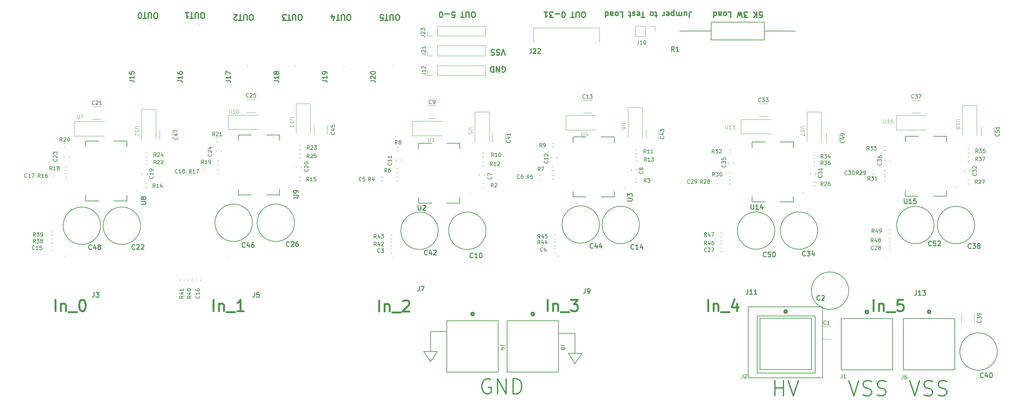
<source format=gbr>
%TF.GenerationSoftware,KiCad,Pcbnew,8.0.5*%
%TF.CreationDate,2024-11-15T20:54:05-05:00*%
%TF.ProjectId,amp_board_final,616d705f-626f-4617-9264-5f66696e616c,rev?*%
%TF.SameCoordinates,Original*%
%TF.FileFunction,Legend,Top*%
%TF.FilePolarity,Positive*%
%FSLAX46Y46*%
G04 Gerber Fmt 4.6, Leading zero omitted, Abs format (unit mm)*
G04 Created by KiCad (PCBNEW 8.0.5) date 2024-11-15 20:54:05*
%MOMM*%
%LPD*%
G01*
G04 APERTURE LIST*
%ADD10C,0.150000*%
%ADD11C,0.300000*%
%ADD12C,0.500000*%
%ADD13C,0.100000*%
%ADD14C,0.254000*%
%ADD15C,0.120000*%
%ADD16C,0.152400*%
%ADD17C,0.508000*%
%ADD18C,0.200000*%
G04 APERTURE END LIST*
D10*
X211836000Y-95758000D02*
X231648000Y-95758000D01*
X231648000Y-114681000D01*
X211836000Y-114681000D01*
X211836000Y-95758000D01*
X214249000Y-98171000D02*
X229743000Y-98171000D01*
X229743000Y-113411000D01*
X214249000Y-113411000D01*
X214249000Y-98171000D01*
X127127000Y-102362000D02*
X127127000Y-107696000D01*
X128905000Y-107696000D02*
X127127000Y-110363000D01*
X127127000Y-107696000D02*
X128905000Y-107696000D01*
X125222000Y-107696000D02*
X128016000Y-107696000D01*
X127127000Y-110363000D02*
X125222000Y-107696000D01*
X131445000Y-102362000D02*
X127127000Y-102362000D01*
X167513000Y-108204000D02*
X164719000Y-108204000D01*
X165608000Y-110871000D02*
X167513000Y-108204000D01*
X163830000Y-108204000D02*
X165608000Y-110871000D01*
X165608000Y-108204000D02*
X163830000Y-108204000D01*
X165608000Y-102870000D02*
X165608000Y-108204000D01*
X161290000Y-102870000D02*
X165608000Y-102870000D01*
D11*
X143071987Y-115192352D02*
X142691034Y-115001876D01*
X142691034Y-115001876D02*
X142119606Y-115001876D01*
X142119606Y-115001876D02*
X141548177Y-115192352D01*
X141548177Y-115192352D02*
X141167225Y-115573304D01*
X141167225Y-115573304D02*
X140976748Y-115954257D01*
X140976748Y-115954257D02*
X140786272Y-116716161D01*
X140786272Y-116716161D02*
X140786272Y-117287590D01*
X140786272Y-117287590D02*
X140976748Y-118049495D01*
X140976748Y-118049495D02*
X141167225Y-118430447D01*
X141167225Y-118430447D02*
X141548177Y-118811400D01*
X141548177Y-118811400D02*
X142119606Y-119001876D01*
X142119606Y-119001876D02*
X142500558Y-119001876D01*
X142500558Y-119001876D02*
X143071987Y-118811400D01*
X143071987Y-118811400D02*
X143262463Y-118620923D01*
X143262463Y-118620923D02*
X143262463Y-117287590D01*
X143262463Y-117287590D02*
X142500558Y-117287590D01*
X144976748Y-119001876D02*
X144976748Y-115001876D01*
X144976748Y-115001876D02*
X147262463Y-119001876D01*
X147262463Y-119001876D02*
X147262463Y-115001876D01*
X149167224Y-119001876D02*
X149167224Y-115001876D01*
X149167224Y-115001876D02*
X150119605Y-115001876D01*
X150119605Y-115001876D02*
X150691034Y-115192352D01*
X150691034Y-115192352D02*
X151071986Y-115573304D01*
X151071986Y-115573304D02*
X151262463Y-115954257D01*
X151262463Y-115954257D02*
X151452939Y-116716161D01*
X151452939Y-116716161D02*
X151452939Y-117287590D01*
X151452939Y-117287590D02*
X151262463Y-118049495D01*
X151262463Y-118049495D02*
X151071986Y-118430447D01*
X151071986Y-118430447D02*
X150691034Y-118811400D01*
X150691034Y-118811400D02*
X150119605Y-119001876D01*
X150119605Y-119001876D02*
X149167224Y-119001876D01*
X254959320Y-115509876D02*
X256292653Y-119509876D01*
X256292653Y-119509876D02*
X257625987Y-115509876D01*
X258768843Y-119319400D02*
X259340272Y-119509876D01*
X259340272Y-119509876D02*
X260292653Y-119509876D01*
X260292653Y-119509876D02*
X260673605Y-119319400D01*
X260673605Y-119319400D02*
X260864081Y-119128923D01*
X260864081Y-119128923D02*
X261054558Y-118747971D01*
X261054558Y-118747971D02*
X261054558Y-118367019D01*
X261054558Y-118367019D02*
X260864081Y-117986066D01*
X260864081Y-117986066D02*
X260673605Y-117795590D01*
X260673605Y-117795590D02*
X260292653Y-117605114D01*
X260292653Y-117605114D02*
X259530748Y-117414638D01*
X259530748Y-117414638D02*
X259149796Y-117224161D01*
X259149796Y-117224161D02*
X258959319Y-117033685D01*
X258959319Y-117033685D02*
X258768843Y-116652733D01*
X258768843Y-116652733D02*
X258768843Y-116271780D01*
X258768843Y-116271780D02*
X258959319Y-115890828D01*
X258959319Y-115890828D02*
X259149796Y-115700352D01*
X259149796Y-115700352D02*
X259530748Y-115509876D01*
X259530748Y-115509876D02*
X260483129Y-115509876D01*
X260483129Y-115509876D02*
X261054558Y-115700352D01*
X262578367Y-119319400D02*
X263149796Y-119509876D01*
X263149796Y-119509876D02*
X264102177Y-119509876D01*
X264102177Y-119509876D02*
X264483129Y-119319400D01*
X264483129Y-119319400D02*
X264673605Y-119128923D01*
X264673605Y-119128923D02*
X264864082Y-118747971D01*
X264864082Y-118747971D02*
X264864082Y-118367019D01*
X264864082Y-118367019D02*
X264673605Y-117986066D01*
X264673605Y-117986066D02*
X264483129Y-117795590D01*
X264483129Y-117795590D02*
X264102177Y-117605114D01*
X264102177Y-117605114D02*
X263340272Y-117414638D01*
X263340272Y-117414638D02*
X262959320Y-117224161D01*
X262959320Y-117224161D02*
X262768843Y-117033685D01*
X262768843Y-117033685D02*
X262578367Y-116652733D01*
X262578367Y-116652733D02*
X262578367Y-116271780D01*
X262578367Y-116271780D02*
X262768843Y-115890828D01*
X262768843Y-115890828D02*
X262959320Y-115700352D01*
X262959320Y-115700352D02*
X263340272Y-115509876D01*
X263340272Y-115509876D02*
X264292653Y-115509876D01*
X264292653Y-115509876D02*
X264864082Y-115700352D01*
X168069774Y-18463171D02*
X167784060Y-18463171D01*
X167784060Y-18463171D02*
X167641203Y-18391742D01*
X167641203Y-18391742D02*
X167498346Y-18248885D01*
X167498346Y-18248885D02*
X167426917Y-17963171D01*
X167426917Y-17963171D02*
X167426917Y-17463171D01*
X167426917Y-17463171D02*
X167498346Y-17177457D01*
X167498346Y-17177457D02*
X167641203Y-17034600D01*
X167641203Y-17034600D02*
X167784060Y-16963171D01*
X167784060Y-16963171D02*
X168069774Y-16963171D01*
X168069774Y-16963171D02*
X168212632Y-17034600D01*
X168212632Y-17034600D02*
X168355489Y-17177457D01*
X168355489Y-17177457D02*
X168426917Y-17463171D01*
X168426917Y-17463171D02*
X168426917Y-17963171D01*
X168426917Y-17963171D02*
X168355489Y-18248885D01*
X168355489Y-18248885D02*
X168212632Y-18391742D01*
X168212632Y-18391742D02*
X168069774Y-18463171D01*
X166784060Y-18463171D02*
X166784060Y-17248885D01*
X166784060Y-17248885D02*
X166712631Y-17106028D01*
X166712631Y-17106028D02*
X166641203Y-17034600D01*
X166641203Y-17034600D02*
X166498345Y-16963171D01*
X166498345Y-16963171D02*
X166212631Y-16963171D01*
X166212631Y-16963171D02*
X166069774Y-17034600D01*
X166069774Y-17034600D02*
X165998345Y-17106028D01*
X165998345Y-17106028D02*
X165926917Y-17248885D01*
X165926917Y-17248885D02*
X165926917Y-18463171D01*
X165426916Y-18463171D02*
X164569774Y-18463171D01*
X164998345Y-16963171D02*
X164998345Y-18463171D01*
X162641202Y-18463171D02*
X162498345Y-18463171D01*
X162498345Y-18463171D02*
X162355488Y-18391742D01*
X162355488Y-18391742D02*
X162284060Y-18320314D01*
X162284060Y-18320314D02*
X162212631Y-18177457D01*
X162212631Y-18177457D02*
X162141202Y-17891742D01*
X162141202Y-17891742D02*
X162141202Y-17534600D01*
X162141202Y-17534600D02*
X162212631Y-17248885D01*
X162212631Y-17248885D02*
X162284060Y-17106028D01*
X162284060Y-17106028D02*
X162355488Y-17034600D01*
X162355488Y-17034600D02*
X162498345Y-16963171D01*
X162498345Y-16963171D02*
X162641202Y-16963171D01*
X162641202Y-16963171D02*
X162784060Y-17034600D01*
X162784060Y-17034600D02*
X162855488Y-17106028D01*
X162855488Y-17106028D02*
X162926917Y-17248885D01*
X162926917Y-17248885D02*
X162998345Y-17534600D01*
X162998345Y-17534600D02*
X162998345Y-17891742D01*
X162998345Y-17891742D02*
X162926917Y-18177457D01*
X162926917Y-18177457D02*
X162855488Y-18320314D01*
X162855488Y-18320314D02*
X162784060Y-18391742D01*
X162784060Y-18391742D02*
X162641202Y-18463171D01*
X161498346Y-17534600D02*
X160355489Y-17534600D01*
X159784060Y-18463171D02*
X158855488Y-18463171D01*
X158855488Y-18463171D02*
X159355488Y-17891742D01*
X159355488Y-17891742D02*
X159141203Y-17891742D01*
X159141203Y-17891742D02*
X158998346Y-17820314D01*
X158998346Y-17820314D02*
X158926917Y-17748885D01*
X158926917Y-17748885D02*
X158855488Y-17606028D01*
X158855488Y-17606028D02*
X158855488Y-17248885D01*
X158855488Y-17248885D02*
X158926917Y-17106028D01*
X158926917Y-17106028D02*
X158998346Y-17034600D01*
X158998346Y-17034600D02*
X159141203Y-16963171D01*
X159141203Y-16963171D02*
X159569774Y-16963171D01*
X159569774Y-16963171D02*
X159712631Y-17034600D01*
X159712631Y-17034600D02*
X159784060Y-17106028D01*
X157426917Y-16963171D02*
X158284060Y-16963171D01*
X157855489Y-16963171D02*
X157855489Y-18463171D01*
X157855489Y-18463171D02*
X157998346Y-18248885D01*
X157998346Y-18248885D02*
X158141203Y-18106028D01*
X158141203Y-18106028D02*
X158284060Y-18034600D01*
X214885203Y-18463171D02*
X215599489Y-18463171D01*
X215599489Y-18463171D02*
X215670917Y-17748885D01*
X215670917Y-17748885D02*
X215599489Y-17820314D01*
X215599489Y-17820314D02*
X215456632Y-17891742D01*
X215456632Y-17891742D02*
X215099489Y-17891742D01*
X215099489Y-17891742D02*
X214956632Y-17820314D01*
X214956632Y-17820314D02*
X214885203Y-17748885D01*
X214885203Y-17748885D02*
X214813774Y-17606028D01*
X214813774Y-17606028D02*
X214813774Y-17248885D01*
X214813774Y-17248885D02*
X214885203Y-17106028D01*
X214885203Y-17106028D02*
X214956632Y-17034600D01*
X214956632Y-17034600D02*
X215099489Y-16963171D01*
X215099489Y-16963171D02*
X215456632Y-16963171D01*
X215456632Y-16963171D02*
X215599489Y-17034600D01*
X215599489Y-17034600D02*
X215670917Y-17106028D01*
X214170918Y-16963171D02*
X214170918Y-18463171D01*
X213313775Y-16963171D02*
X213956632Y-17820314D01*
X213313775Y-18463171D02*
X214170918Y-17606028D01*
X211670918Y-18463171D02*
X210742346Y-18463171D01*
X210742346Y-18463171D02*
X211242346Y-17891742D01*
X211242346Y-17891742D02*
X211028061Y-17891742D01*
X211028061Y-17891742D02*
X210885204Y-17820314D01*
X210885204Y-17820314D02*
X210813775Y-17748885D01*
X210813775Y-17748885D02*
X210742346Y-17606028D01*
X210742346Y-17606028D02*
X210742346Y-17248885D01*
X210742346Y-17248885D02*
X210813775Y-17106028D01*
X210813775Y-17106028D02*
X210885204Y-17034600D01*
X210885204Y-17034600D02*
X211028061Y-16963171D01*
X211028061Y-16963171D02*
X211456632Y-16963171D01*
X211456632Y-16963171D02*
X211599489Y-17034600D01*
X211599489Y-17034600D02*
X211670918Y-17106028D01*
X210242347Y-18463171D02*
X209885204Y-16963171D01*
X209885204Y-16963171D02*
X209599490Y-18034600D01*
X209599490Y-18034600D02*
X209313775Y-16963171D01*
X209313775Y-16963171D02*
X208956633Y-18463171D01*
X206528061Y-16963171D02*
X207242347Y-16963171D01*
X207242347Y-16963171D02*
X207242347Y-18463171D01*
X205813775Y-16963171D02*
X205956632Y-17034600D01*
X205956632Y-17034600D02*
X206028061Y-17106028D01*
X206028061Y-17106028D02*
X206099489Y-17248885D01*
X206099489Y-17248885D02*
X206099489Y-17677457D01*
X206099489Y-17677457D02*
X206028061Y-17820314D01*
X206028061Y-17820314D02*
X205956632Y-17891742D01*
X205956632Y-17891742D02*
X205813775Y-17963171D01*
X205813775Y-17963171D02*
X205599489Y-17963171D01*
X205599489Y-17963171D02*
X205456632Y-17891742D01*
X205456632Y-17891742D02*
X205385204Y-17820314D01*
X205385204Y-17820314D02*
X205313775Y-17677457D01*
X205313775Y-17677457D02*
X205313775Y-17248885D01*
X205313775Y-17248885D02*
X205385204Y-17106028D01*
X205385204Y-17106028D02*
X205456632Y-17034600D01*
X205456632Y-17034600D02*
X205599489Y-16963171D01*
X205599489Y-16963171D02*
X205813775Y-16963171D01*
X204028061Y-16963171D02*
X204028061Y-17748885D01*
X204028061Y-17748885D02*
X204099489Y-17891742D01*
X204099489Y-17891742D02*
X204242346Y-17963171D01*
X204242346Y-17963171D02*
X204528061Y-17963171D01*
X204528061Y-17963171D02*
X204670918Y-17891742D01*
X204028061Y-17034600D02*
X204170918Y-16963171D01*
X204170918Y-16963171D02*
X204528061Y-16963171D01*
X204528061Y-16963171D02*
X204670918Y-17034600D01*
X204670918Y-17034600D02*
X204742346Y-17177457D01*
X204742346Y-17177457D02*
X204742346Y-17320314D01*
X204742346Y-17320314D02*
X204670918Y-17463171D01*
X204670918Y-17463171D02*
X204528061Y-17534600D01*
X204528061Y-17534600D02*
X204170918Y-17534600D01*
X204170918Y-17534600D02*
X204028061Y-17606028D01*
X202670918Y-16963171D02*
X202670918Y-18463171D01*
X202670918Y-17034600D02*
X202813775Y-16963171D01*
X202813775Y-16963171D02*
X203099489Y-16963171D01*
X203099489Y-16963171D02*
X203242346Y-17034600D01*
X203242346Y-17034600D02*
X203313775Y-17106028D01*
X203313775Y-17106028D02*
X203385203Y-17248885D01*
X203385203Y-17248885D02*
X203385203Y-17677457D01*
X203385203Y-17677457D02*
X203313775Y-17820314D01*
X203313775Y-17820314D02*
X203242346Y-17891742D01*
X203242346Y-17891742D02*
X203099489Y-17963171D01*
X203099489Y-17963171D02*
X202813775Y-17963171D01*
X202813775Y-17963171D02*
X202670918Y-17891742D01*
D12*
X69242232Y-96888857D02*
X69242232Y-93888857D01*
X70670803Y-94888857D02*
X70670803Y-96888857D01*
X70670803Y-95174571D02*
X70813660Y-95031714D01*
X70813660Y-95031714D02*
X71099375Y-94888857D01*
X71099375Y-94888857D02*
X71527946Y-94888857D01*
X71527946Y-94888857D02*
X71813660Y-95031714D01*
X71813660Y-95031714D02*
X71956518Y-95317428D01*
X71956518Y-95317428D02*
X71956518Y-96888857D01*
X72670804Y-97174571D02*
X74956518Y-97174571D01*
X77242232Y-96888857D02*
X75527946Y-96888857D01*
X76385089Y-96888857D02*
X76385089Y-93888857D01*
X76385089Y-93888857D02*
X76099375Y-94317428D01*
X76099375Y-94317428D02*
X75813660Y-94603142D01*
X75813660Y-94603142D02*
X75527946Y-94746000D01*
D11*
X238703320Y-115509876D02*
X240036653Y-119509876D01*
X240036653Y-119509876D02*
X241369987Y-115509876D01*
X242512843Y-119319400D02*
X243084272Y-119509876D01*
X243084272Y-119509876D02*
X244036653Y-119509876D01*
X244036653Y-119509876D02*
X244417605Y-119319400D01*
X244417605Y-119319400D02*
X244608081Y-119128923D01*
X244608081Y-119128923D02*
X244798558Y-118747971D01*
X244798558Y-118747971D02*
X244798558Y-118367019D01*
X244798558Y-118367019D02*
X244608081Y-117986066D01*
X244608081Y-117986066D02*
X244417605Y-117795590D01*
X244417605Y-117795590D02*
X244036653Y-117605114D01*
X244036653Y-117605114D02*
X243274748Y-117414638D01*
X243274748Y-117414638D02*
X242893796Y-117224161D01*
X242893796Y-117224161D02*
X242703319Y-117033685D01*
X242703319Y-117033685D02*
X242512843Y-116652733D01*
X242512843Y-116652733D02*
X242512843Y-116271780D01*
X242512843Y-116271780D02*
X242703319Y-115890828D01*
X242703319Y-115890828D02*
X242893796Y-115700352D01*
X242893796Y-115700352D02*
X243274748Y-115509876D01*
X243274748Y-115509876D02*
X244227129Y-115509876D01*
X244227129Y-115509876D02*
X244798558Y-115700352D01*
X246322367Y-119319400D02*
X246893796Y-119509876D01*
X246893796Y-119509876D02*
X247846177Y-119509876D01*
X247846177Y-119509876D02*
X248227129Y-119319400D01*
X248227129Y-119319400D02*
X248417605Y-119128923D01*
X248417605Y-119128923D02*
X248608082Y-118747971D01*
X248608082Y-118747971D02*
X248608082Y-118367019D01*
X248608082Y-118367019D02*
X248417605Y-117986066D01*
X248417605Y-117986066D02*
X248227129Y-117795590D01*
X248227129Y-117795590D02*
X247846177Y-117605114D01*
X247846177Y-117605114D02*
X247084272Y-117414638D01*
X247084272Y-117414638D02*
X246703320Y-117224161D01*
X246703320Y-117224161D02*
X246512843Y-117033685D01*
X246512843Y-117033685D02*
X246322367Y-116652733D01*
X246322367Y-116652733D02*
X246322367Y-116271780D01*
X246322367Y-116271780D02*
X246512843Y-115890828D01*
X246512843Y-115890828D02*
X246703320Y-115700352D01*
X246703320Y-115700352D02*
X247084272Y-115509876D01*
X247084272Y-115509876D02*
X248036653Y-115509876D01*
X248036653Y-115509876D02*
X248608082Y-115700352D01*
X79428574Y-19215171D02*
X79142860Y-19215171D01*
X79142860Y-19215171D02*
X79000003Y-19143742D01*
X79000003Y-19143742D02*
X78857146Y-19000885D01*
X78857146Y-19000885D02*
X78785717Y-18715171D01*
X78785717Y-18715171D02*
X78785717Y-18215171D01*
X78785717Y-18215171D02*
X78857146Y-17929457D01*
X78857146Y-17929457D02*
X79000003Y-17786600D01*
X79000003Y-17786600D02*
X79142860Y-17715171D01*
X79142860Y-17715171D02*
X79428574Y-17715171D01*
X79428574Y-17715171D02*
X79571432Y-17786600D01*
X79571432Y-17786600D02*
X79714289Y-17929457D01*
X79714289Y-17929457D02*
X79785717Y-18215171D01*
X79785717Y-18215171D02*
X79785717Y-18715171D01*
X79785717Y-18715171D02*
X79714289Y-19000885D01*
X79714289Y-19000885D02*
X79571432Y-19143742D01*
X79571432Y-19143742D02*
X79428574Y-19215171D01*
X78142860Y-19215171D02*
X78142860Y-18000885D01*
X78142860Y-18000885D02*
X78071431Y-17858028D01*
X78071431Y-17858028D02*
X78000003Y-17786600D01*
X78000003Y-17786600D02*
X77857145Y-17715171D01*
X77857145Y-17715171D02*
X77571431Y-17715171D01*
X77571431Y-17715171D02*
X77428574Y-17786600D01*
X77428574Y-17786600D02*
X77357145Y-17858028D01*
X77357145Y-17858028D02*
X77285717Y-18000885D01*
X77285717Y-18000885D02*
X77285717Y-19215171D01*
X76785716Y-19215171D02*
X75928574Y-19215171D01*
X76357145Y-17715171D02*
X76357145Y-19215171D01*
X75500002Y-19072314D02*
X75428574Y-19143742D01*
X75428574Y-19143742D02*
X75285717Y-19215171D01*
X75285717Y-19215171D02*
X74928574Y-19215171D01*
X74928574Y-19215171D02*
X74785717Y-19143742D01*
X74785717Y-19143742D02*
X74714288Y-19072314D01*
X74714288Y-19072314D02*
X74642859Y-18929457D01*
X74642859Y-18929457D02*
X74642859Y-18786600D01*
X74642859Y-18786600D02*
X74714288Y-18572314D01*
X74714288Y-18572314D02*
X75571431Y-17715171D01*
X75571431Y-17715171D02*
X74642859Y-17715171D01*
X138678574Y-18463171D02*
X138392860Y-18463171D01*
X138392860Y-18463171D02*
X138250003Y-18391742D01*
X138250003Y-18391742D02*
X138107146Y-18248885D01*
X138107146Y-18248885D02*
X138035717Y-17963171D01*
X138035717Y-17963171D02*
X138035717Y-17463171D01*
X138035717Y-17463171D02*
X138107146Y-17177457D01*
X138107146Y-17177457D02*
X138250003Y-17034600D01*
X138250003Y-17034600D02*
X138392860Y-16963171D01*
X138392860Y-16963171D02*
X138678574Y-16963171D01*
X138678574Y-16963171D02*
X138821432Y-17034600D01*
X138821432Y-17034600D02*
X138964289Y-17177457D01*
X138964289Y-17177457D02*
X139035717Y-17463171D01*
X139035717Y-17463171D02*
X139035717Y-17963171D01*
X139035717Y-17963171D02*
X138964289Y-18248885D01*
X138964289Y-18248885D02*
X138821432Y-18391742D01*
X138821432Y-18391742D02*
X138678574Y-18463171D01*
X137392860Y-18463171D02*
X137392860Y-17248885D01*
X137392860Y-17248885D02*
X137321431Y-17106028D01*
X137321431Y-17106028D02*
X137250003Y-17034600D01*
X137250003Y-17034600D02*
X137107145Y-16963171D01*
X137107145Y-16963171D02*
X136821431Y-16963171D01*
X136821431Y-16963171D02*
X136678574Y-17034600D01*
X136678574Y-17034600D02*
X136607145Y-17106028D01*
X136607145Y-17106028D02*
X136535717Y-17248885D01*
X136535717Y-17248885D02*
X136535717Y-18463171D01*
X136035716Y-18463171D02*
X135178574Y-18463171D01*
X135607145Y-16963171D02*
X135607145Y-18463171D01*
X132821431Y-18463171D02*
X133535717Y-18463171D01*
X133535717Y-18463171D02*
X133607145Y-17748885D01*
X133607145Y-17748885D02*
X133535717Y-17820314D01*
X133535717Y-17820314D02*
X133392860Y-17891742D01*
X133392860Y-17891742D02*
X133035717Y-17891742D01*
X133035717Y-17891742D02*
X132892860Y-17820314D01*
X132892860Y-17820314D02*
X132821431Y-17748885D01*
X132821431Y-17748885D02*
X132750002Y-17606028D01*
X132750002Y-17606028D02*
X132750002Y-17248885D01*
X132750002Y-17248885D02*
X132821431Y-17106028D01*
X132821431Y-17106028D02*
X132892860Y-17034600D01*
X132892860Y-17034600D02*
X133035717Y-16963171D01*
X133035717Y-16963171D02*
X133392860Y-16963171D01*
X133392860Y-16963171D02*
X133535717Y-17034600D01*
X133535717Y-17034600D02*
X133607145Y-17106028D01*
X132107146Y-17534600D02*
X130964289Y-17534600D01*
X129964288Y-18463171D02*
X129821431Y-18463171D01*
X129821431Y-18463171D02*
X129678574Y-18391742D01*
X129678574Y-18391742D02*
X129607146Y-18320314D01*
X129607146Y-18320314D02*
X129535717Y-18177457D01*
X129535717Y-18177457D02*
X129464288Y-17891742D01*
X129464288Y-17891742D02*
X129464288Y-17534600D01*
X129464288Y-17534600D02*
X129535717Y-17248885D01*
X129535717Y-17248885D02*
X129607146Y-17106028D01*
X129607146Y-17106028D02*
X129678574Y-17034600D01*
X129678574Y-17034600D02*
X129821431Y-16963171D01*
X129821431Y-16963171D02*
X129964288Y-16963171D01*
X129964288Y-16963171D02*
X130107146Y-17034600D01*
X130107146Y-17034600D02*
X130178574Y-17106028D01*
X130178574Y-17106028D02*
X130250003Y-17248885D01*
X130250003Y-17248885D02*
X130321431Y-17534600D01*
X130321431Y-17534600D02*
X130321431Y-17891742D01*
X130321431Y-17891742D02*
X130250003Y-18177457D01*
X130250003Y-18177457D02*
X130178574Y-18320314D01*
X130178574Y-18320314D02*
X130107146Y-18391742D01*
X130107146Y-18391742D02*
X129964288Y-18463171D01*
X92428574Y-19215171D02*
X92142860Y-19215171D01*
X92142860Y-19215171D02*
X92000003Y-19143742D01*
X92000003Y-19143742D02*
X91857146Y-19000885D01*
X91857146Y-19000885D02*
X91785717Y-18715171D01*
X91785717Y-18715171D02*
X91785717Y-18215171D01*
X91785717Y-18215171D02*
X91857146Y-17929457D01*
X91857146Y-17929457D02*
X92000003Y-17786600D01*
X92000003Y-17786600D02*
X92142860Y-17715171D01*
X92142860Y-17715171D02*
X92428574Y-17715171D01*
X92428574Y-17715171D02*
X92571432Y-17786600D01*
X92571432Y-17786600D02*
X92714289Y-17929457D01*
X92714289Y-17929457D02*
X92785717Y-18215171D01*
X92785717Y-18215171D02*
X92785717Y-18715171D01*
X92785717Y-18715171D02*
X92714289Y-19000885D01*
X92714289Y-19000885D02*
X92571432Y-19143742D01*
X92571432Y-19143742D02*
X92428574Y-19215171D01*
X91142860Y-19215171D02*
X91142860Y-18000885D01*
X91142860Y-18000885D02*
X91071431Y-17858028D01*
X91071431Y-17858028D02*
X91000003Y-17786600D01*
X91000003Y-17786600D02*
X90857145Y-17715171D01*
X90857145Y-17715171D02*
X90571431Y-17715171D01*
X90571431Y-17715171D02*
X90428574Y-17786600D01*
X90428574Y-17786600D02*
X90357145Y-17858028D01*
X90357145Y-17858028D02*
X90285717Y-18000885D01*
X90285717Y-18000885D02*
X90285717Y-19215171D01*
X89785716Y-19215171D02*
X88928574Y-19215171D01*
X89357145Y-17715171D02*
X89357145Y-19215171D01*
X88571431Y-19215171D02*
X87642859Y-19215171D01*
X87642859Y-19215171D02*
X88142859Y-18643742D01*
X88142859Y-18643742D02*
X87928574Y-18643742D01*
X87928574Y-18643742D02*
X87785717Y-18572314D01*
X87785717Y-18572314D02*
X87714288Y-18500885D01*
X87714288Y-18500885D02*
X87642859Y-18358028D01*
X87642859Y-18358028D02*
X87642859Y-18000885D01*
X87642859Y-18000885D02*
X87714288Y-17858028D01*
X87714288Y-17858028D02*
X87785717Y-17786600D01*
X87785717Y-17786600D02*
X87928574Y-17715171D01*
X87928574Y-17715171D02*
X88357145Y-17715171D01*
X88357145Y-17715171D02*
X88500002Y-17786600D01*
X88500002Y-17786600D02*
X88571431Y-17858028D01*
D12*
X158396232Y-96888857D02*
X158396232Y-93888857D01*
X159824803Y-94888857D02*
X159824803Y-96888857D01*
X159824803Y-95174571D02*
X159967660Y-95031714D01*
X159967660Y-95031714D02*
X160253375Y-94888857D01*
X160253375Y-94888857D02*
X160681946Y-94888857D01*
X160681946Y-94888857D02*
X160967660Y-95031714D01*
X160967660Y-95031714D02*
X161110518Y-95317428D01*
X161110518Y-95317428D02*
X161110518Y-96888857D01*
X161824804Y-97174571D02*
X164110518Y-97174571D01*
X164539089Y-93888857D02*
X166396232Y-93888857D01*
X166396232Y-93888857D02*
X165396232Y-95031714D01*
X165396232Y-95031714D02*
X165824803Y-95031714D01*
X165824803Y-95031714D02*
X166110518Y-95174571D01*
X166110518Y-95174571D02*
X166253375Y-95317428D01*
X166253375Y-95317428D02*
X166396232Y-95603142D01*
X166396232Y-95603142D02*
X166396232Y-96317428D01*
X166396232Y-96317428D02*
X166253375Y-96603142D01*
X166253375Y-96603142D02*
X166110518Y-96746000D01*
X166110518Y-96746000D02*
X165824803Y-96888857D01*
X165824803Y-96888857D02*
X164967660Y-96888857D01*
X164967660Y-96888857D02*
X164681946Y-96746000D01*
X164681946Y-96746000D02*
X164539089Y-96603142D01*
D11*
X146979774Y-28521571D02*
X146479774Y-27021571D01*
X146479774Y-27021571D02*
X145979774Y-28521571D01*
X145551203Y-27093000D02*
X145336918Y-27021571D01*
X145336918Y-27021571D02*
X144979775Y-27021571D01*
X144979775Y-27021571D02*
X144836918Y-27093000D01*
X144836918Y-27093000D02*
X144765489Y-27164428D01*
X144765489Y-27164428D02*
X144694060Y-27307285D01*
X144694060Y-27307285D02*
X144694060Y-27450142D01*
X144694060Y-27450142D02*
X144765489Y-27593000D01*
X144765489Y-27593000D02*
X144836918Y-27664428D01*
X144836918Y-27664428D02*
X144979775Y-27735857D01*
X144979775Y-27735857D02*
X145265489Y-27807285D01*
X145265489Y-27807285D02*
X145408346Y-27878714D01*
X145408346Y-27878714D02*
X145479775Y-27950142D01*
X145479775Y-27950142D02*
X145551203Y-28093000D01*
X145551203Y-28093000D02*
X145551203Y-28235857D01*
X145551203Y-28235857D02*
X145479775Y-28378714D01*
X145479775Y-28378714D02*
X145408346Y-28450142D01*
X145408346Y-28450142D02*
X145265489Y-28521571D01*
X145265489Y-28521571D02*
X144908346Y-28521571D01*
X144908346Y-28521571D02*
X144694060Y-28450142D01*
X144122632Y-27093000D02*
X143908347Y-27021571D01*
X143908347Y-27021571D02*
X143551204Y-27021571D01*
X143551204Y-27021571D02*
X143408347Y-27093000D01*
X143408347Y-27093000D02*
X143336918Y-27164428D01*
X143336918Y-27164428D02*
X143265489Y-27307285D01*
X143265489Y-27307285D02*
X143265489Y-27450142D01*
X143265489Y-27450142D02*
X143336918Y-27593000D01*
X143336918Y-27593000D02*
X143408347Y-27664428D01*
X143408347Y-27664428D02*
X143551204Y-27735857D01*
X143551204Y-27735857D02*
X143836918Y-27807285D01*
X143836918Y-27807285D02*
X143979775Y-27878714D01*
X143979775Y-27878714D02*
X144051204Y-27950142D01*
X144051204Y-27950142D02*
X144122632Y-28093000D01*
X144122632Y-28093000D02*
X144122632Y-28235857D01*
X144122632Y-28235857D02*
X144051204Y-28378714D01*
X144051204Y-28378714D02*
X143979775Y-28450142D01*
X143979775Y-28450142D02*
X143836918Y-28521571D01*
X143836918Y-28521571D02*
X143479775Y-28521571D01*
X143479775Y-28521571D02*
X143265489Y-28450142D01*
D12*
X113438232Y-97015857D02*
X113438232Y-94015857D01*
X114866803Y-95015857D02*
X114866803Y-97015857D01*
X114866803Y-95301571D02*
X115009660Y-95158714D01*
X115009660Y-95158714D02*
X115295375Y-95015857D01*
X115295375Y-95015857D02*
X115723946Y-95015857D01*
X115723946Y-95015857D02*
X116009660Y-95158714D01*
X116009660Y-95158714D02*
X116152518Y-95444428D01*
X116152518Y-95444428D02*
X116152518Y-97015857D01*
X116866804Y-97301571D02*
X119152518Y-97301571D01*
X119723946Y-94301571D02*
X119866803Y-94158714D01*
X119866803Y-94158714D02*
X120152518Y-94015857D01*
X120152518Y-94015857D02*
X120866803Y-94015857D01*
X120866803Y-94015857D02*
X121152518Y-94158714D01*
X121152518Y-94158714D02*
X121295375Y-94301571D01*
X121295375Y-94301571D02*
X121438232Y-94587285D01*
X121438232Y-94587285D02*
X121438232Y-94873000D01*
X121438232Y-94873000D02*
X121295375Y-95301571D01*
X121295375Y-95301571D02*
X119581089Y-97015857D01*
X119581089Y-97015857D02*
X121438232Y-97015857D01*
X201195232Y-96888857D02*
X201195232Y-93888857D01*
X202623803Y-94888857D02*
X202623803Y-96888857D01*
X202623803Y-95174571D02*
X202766660Y-95031714D01*
X202766660Y-95031714D02*
X203052375Y-94888857D01*
X203052375Y-94888857D02*
X203480946Y-94888857D01*
X203480946Y-94888857D02*
X203766660Y-95031714D01*
X203766660Y-95031714D02*
X203909518Y-95317428D01*
X203909518Y-95317428D02*
X203909518Y-96888857D01*
X204623804Y-97174571D02*
X206909518Y-97174571D01*
X208909518Y-94888857D02*
X208909518Y-96888857D01*
X208195232Y-93746000D02*
X207480946Y-95888857D01*
X207480946Y-95888857D02*
X209338089Y-95888857D01*
X245340432Y-96888857D02*
X245340432Y-93888857D01*
X246769003Y-94888857D02*
X246769003Y-96888857D01*
X246769003Y-95174571D02*
X246911860Y-95031714D01*
X246911860Y-95031714D02*
X247197575Y-94888857D01*
X247197575Y-94888857D02*
X247626146Y-94888857D01*
X247626146Y-94888857D02*
X247911860Y-95031714D01*
X247911860Y-95031714D02*
X248054718Y-95317428D01*
X248054718Y-95317428D02*
X248054718Y-96888857D01*
X248769004Y-97174571D02*
X251054718Y-97174571D01*
X253197575Y-93888857D02*
X251769003Y-93888857D01*
X251769003Y-93888857D02*
X251626146Y-95317428D01*
X251626146Y-95317428D02*
X251769003Y-95174571D01*
X251769003Y-95174571D02*
X252054718Y-95031714D01*
X252054718Y-95031714D02*
X252769003Y-95031714D01*
X252769003Y-95031714D02*
X253054718Y-95174571D01*
X253054718Y-95174571D02*
X253197575Y-95317428D01*
X253197575Y-95317428D02*
X253340432Y-95603142D01*
X253340432Y-95603142D02*
X253340432Y-96317428D01*
X253340432Y-96317428D02*
X253197575Y-96603142D01*
X253197575Y-96603142D02*
X253054718Y-96746000D01*
X253054718Y-96746000D02*
X252769003Y-96888857D01*
X252769003Y-96888857D02*
X252054718Y-96888857D01*
X252054718Y-96888857D02*
X251769003Y-96746000D01*
X251769003Y-96746000D02*
X251626146Y-96603142D01*
D11*
X66428574Y-18715171D02*
X66142860Y-18715171D01*
X66142860Y-18715171D02*
X66000003Y-18643742D01*
X66000003Y-18643742D02*
X65857146Y-18500885D01*
X65857146Y-18500885D02*
X65785717Y-18215171D01*
X65785717Y-18215171D02*
X65785717Y-17715171D01*
X65785717Y-17715171D02*
X65857146Y-17429457D01*
X65857146Y-17429457D02*
X66000003Y-17286600D01*
X66000003Y-17286600D02*
X66142860Y-17215171D01*
X66142860Y-17215171D02*
X66428574Y-17215171D01*
X66428574Y-17215171D02*
X66571432Y-17286600D01*
X66571432Y-17286600D02*
X66714289Y-17429457D01*
X66714289Y-17429457D02*
X66785717Y-17715171D01*
X66785717Y-17715171D02*
X66785717Y-18215171D01*
X66785717Y-18215171D02*
X66714289Y-18500885D01*
X66714289Y-18500885D02*
X66571432Y-18643742D01*
X66571432Y-18643742D02*
X66428574Y-18715171D01*
X65142860Y-18715171D02*
X65142860Y-17500885D01*
X65142860Y-17500885D02*
X65071431Y-17358028D01*
X65071431Y-17358028D02*
X65000003Y-17286600D01*
X65000003Y-17286600D02*
X64857145Y-17215171D01*
X64857145Y-17215171D02*
X64571431Y-17215171D01*
X64571431Y-17215171D02*
X64428574Y-17286600D01*
X64428574Y-17286600D02*
X64357145Y-17358028D01*
X64357145Y-17358028D02*
X64285717Y-17500885D01*
X64285717Y-17500885D02*
X64285717Y-18715171D01*
X63785716Y-18715171D02*
X62928574Y-18715171D01*
X63357145Y-17215171D02*
X63357145Y-18715171D01*
X61642859Y-17215171D02*
X62500002Y-17215171D01*
X62071431Y-17215171D02*
X62071431Y-18715171D01*
X62071431Y-18715171D02*
X62214288Y-18500885D01*
X62214288Y-18500885D02*
X62357145Y-18358028D01*
X62357145Y-18358028D02*
X62500002Y-18286600D01*
X218954748Y-119509876D02*
X218954748Y-115509876D01*
X218954748Y-117414638D02*
X221240463Y-117414638D01*
X221240463Y-119509876D02*
X221240463Y-115509876D01*
X222573796Y-115509876D02*
X223907129Y-119509876D01*
X223907129Y-119509876D02*
X225240463Y-115509876D01*
X196120917Y-18463171D02*
X196120917Y-17391742D01*
X196120917Y-17391742D02*
X196192346Y-17177457D01*
X196192346Y-17177457D02*
X196335203Y-17034600D01*
X196335203Y-17034600D02*
X196549489Y-16963171D01*
X196549489Y-16963171D02*
X196692346Y-16963171D01*
X194763775Y-17963171D02*
X194763775Y-16963171D01*
X195406632Y-17963171D02*
X195406632Y-17177457D01*
X195406632Y-17177457D02*
X195335203Y-17034600D01*
X195335203Y-17034600D02*
X195192346Y-16963171D01*
X195192346Y-16963171D02*
X194978060Y-16963171D01*
X194978060Y-16963171D02*
X194835203Y-17034600D01*
X194835203Y-17034600D02*
X194763775Y-17106028D01*
X194049489Y-16963171D02*
X194049489Y-17963171D01*
X194049489Y-17820314D02*
X193978060Y-17891742D01*
X193978060Y-17891742D02*
X193835203Y-17963171D01*
X193835203Y-17963171D02*
X193620917Y-17963171D01*
X193620917Y-17963171D02*
X193478060Y-17891742D01*
X193478060Y-17891742D02*
X193406632Y-17748885D01*
X193406632Y-17748885D02*
X193406632Y-16963171D01*
X193406632Y-17748885D02*
X193335203Y-17891742D01*
X193335203Y-17891742D02*
X193192346Y-17963171D01*
X193192346Y-17963171D02*
X192978060Y-17963171D01*
X192978060Y-17963171D02*
X192835203Y-17891742D01*
X192835203Y-17891742D02*
X192763774Y-17748885D01*
X192763774Y-17748885D02*
X192763774Y-16963171D01*
X192049489Y-17963171D02*
X192049489Y-16463171D01*
X192049489Y-17891742D02*
X191906632Y-17963171D01*
X191906632Y-17963171D02*
X191620917Y-17963171D01*
X191620917Y-17963171D02*
X191478060Y-17891742D01*
X191478060Y-17891742D02*
X191406632Y-17820314D01*
X191406632Y-17820314D02*
X191335203Y-17677457D01*
X191335203Y-17677457D02*
X191335203Y-17248885D01*
X191335203Y-17248885D02*
X191406632Y-17106028D01*
X191406632Y-17106028D02*
X191478060Y-17034600D01*
X191478060Y-17034600D02*
X191620917Y-16963171D01*
X191620917Y-16963171D02*
X191906632Y-16963171D01*
X191906632Y-16963171D02*
X192049489Y-17034600D01*
X190120917Y-17034600D02*
X190263774Y-16963171D01*
X190263774Y-16963171D02*
X190549489Y-16963171D01*
X190549489Y-16963171D02*
X190692346Y-17034600D01*
X190692346Y-17034600D02*
X190763774Y-17177457D01*
X190763774Y-17177457D02*
X190763774Y-17748885D01*
X190763774Y-17748885D02*
X190692346Y-17891742D01*
X190692346Y-17891742D02*
X190549489Y-17963171D01*
X190549489Y-17963171D02*
X190263774Y-17963171D01*
X190263774Y-17963171D02*
X190120917Y-17891742D01*
X190120917Y-17891742D02*
X190049489Y-17748885D01*
X190049489Y-17748885D02*
X190049489Y-17606028D01*
X190049489Y-17606028D02*
X190763774Y-17463171D01*
X189406632Y-16963171D02*
X189406632Y-17963171D01*
X189406632Y-17677457D02*
X189335203Y-17820314D01*
X189335203Y-17820314D02*
X189263775Y-17891742D01*
X189263775Y-17891742D02*
X189120917Y-17963171D01*
X189120917Y-17963171D02*
X188978060Y-17963171D01*
X187549489Y-17963171D02*
X186978061Y-17963171D01*
X187335204Y-18463171D02*
X187335204Y-17177457D01*
X187335204Y-17177457D02*
X187263775Y-17034600D01*
X187263775Y-17034600D02*
X187120918Y-16963171D01*
X187120918Y-16963171D02*
X186978061Y-16963171D01*
X186263775Y-16963171D02*
X186406632Y-17034600D01*
X186406632Y-17034600D02*
X186478061Y-17106028D01*
X186478061Y-17106028D02*
X186549489Y-17248885D01*
X186549489Y-17248885D02*
X186549489Y-17677457D01*
X186549489Y-17677457D02*
X186478061Y-17820314D01*
X186478061Y-17820314D02*
X186406632Y-17891742D01*
X186406632Y-17891742D02*
X186263775Y-17963171D01*
X186263775Y-17963171D02*
X186049489Y-17963171D01*
X186049489Y-17963171D02*
X185906632Y-17891742D01*
X185906632Y-17891742D02*
X185835204Y-17820314D01*
X185835204Y-17820314D02*
X185763775Y-17677457D01*
X185763775Y-17677457D02*
X185763775Y-17248885D01*
X185763775Y-17248885D02*
X185835204Y-17106028D01*
X185835204Y-17106028D02*
X185906632Y-17034600D01*
X185906632Y-17034600D02*
X186049489Y-16963171D01*
X186049489Y-16963171D02*
X186263775Y-16963171D01*
X184192346Y-18463171D02*
X183335204Y-18463171D01*
X183763775Y-16963171D02*
X183763775Y-18463171D01*
X182263775Y-17034600D02*
X182406632Y-16963171D01*
X182406632Y-16963171D02*
X182692347Y-16963171D01*
X182692347Y-16963171D02*
X182835204Y-17034600D01*
X182835204Y-17034600D02*
X182906632Y-17177457D01*
X182906632Y-17177457D02*
X182906632Y-17748885D01*
X182906632Y-17748885D02*
X182835204Y-17891742D01*
X182835204Y-17891742D02*
X182692347Y-17963171D01*
X182692347Y-17963171D02*
X182406632Y-17963171D01*
X182406632Y-17963171D02*
X182263775Y-17891742D01*
X182263775Y-17891742D02*
X182192347Y-17748885D01*
X182192347Y-17748885D02*
X182192347Y-17606028D01*
X182192347Y-17606028D02*
X182906632Y-17463171D01*
X181620918Y-17034600D02*
X181478061Y-16963171D01*
X181478061Y-16963171D02*
X181192347Y-16963171D01*
X181192347Y-16963171D02*
X181049490Y-17034600D01*
X181049490Y-17034600D02*
X180978061Y-17177457D01*
X180978061Y-17177457D02*
X180978061Y-17248885D01*
X180978061Y-17248885D02*
X181049490Y-17391742D01*
X181049490Y-17391742D02*
X181192347Y-17463171D01*
X181192347Y-17463171D02*
X181406633Y-17463171D01*
X181406633Y-17463171D02*
X181549490Y-17534600D01*
X181549490Y-17534600D02*
X181620918Y-17677457D01*
X181620918Y-17677457D02*
X181620918Y-17748885D01*
X181620918Y-17748885D02*
X181549490Y-17891742D01*
X181549490Y-17891742D02*
X181406633Y-17963171D01*
X181406633Y-17963171D02*
X181192347Y-17963171D01*
X181192347Y-17963171D02*
X181049490Y-17891742D01*
X180549489Y-17963171D02*
X179978061Y-17963171D01*
X180335204Y-18463171D02*
X180335204Y-17177457D01*
X180335204Y-17177457D02*
X180263775Y-17034600D01*
X180263775Y-17034600D02*
X180120918Y-16963171D01*
X180120918Y-16963171D02*
X179978061Y-16963171D01*
X177620918Y-16963171D02*
X178335204Y-16963171D01*
X178335204Y-16963171D02*
X178335204Y-18463171D01*
X176906632Y-16963171D02*
X177049489Y-17034600D01*
X177049489Y-17034600D02*
X177120918Y-17106028D01*
X177120918Y-17106028D02*
X177192346Y-17248885D01*
X177192346Y-17248885D02*
X177192346Y-17677457D01*
X177192346Y-17677457D02*
X177120918Y-17820314D01*
X177120918Y-17820314D02*
X177049489Y-17891742D01*
X177049489Y-17891742D02*
X176906632Y-17963171D01*
X176906632Y-17963171D02*
X176692346Y-17963171D01*
X176692346Y-17963171D02*
X176549489Y-17891742D01*
X176549489Y-17891742D02*
X176478061Y-17820314D01*
X176478061Y-17820314D02*
X176406632Y-17677457D01*
X176406632Y-17677457D02*
X176406632Y-17248885D01*
X176406632Y-17248885D02*
X176478061Y-17106028D01*
X176478061Y-17106028D02*
X176549489Y-17034600D01*
X176549489Y-17034600D02*
X176692346Y-16963171D01*
X176692346Y-16963171D02*
X176906632Y-16963171D01*
X175120918Y-16963171D02*
X175120918Y-17748885D01*
X175120918Y-17748885D02*
X175192346Y-17891742D01*
X175192346Y-17891742D02*
X175335203Y-17963171D01*
X175335203Y-17963171D02*
X175620918Y-17963171D01*
X175620918Y-17963171D02*
X175763775Y-17891742D01*
X175120918Y-17034600D02*
X175263775Y-16963171D01*
X175263775Y-16963171D02*
X175620918Y-16963171D01*
X175620918Y-16963171D02*
X175763775Y-17034600D01*
X175763775Y-17034600D02*
X175835203Y-17177457D01*
X175835203Y-17177457D02*
X175835203Y-17320314D01*
X175835203Y-17320314D02*
X175763775Y-17463171D01*
X175763775Y-17463171D02*
X175620918Y-17534600D01*
X175620918Y-17534600D02*
X175263775Y-17534600D01*
X175263775Y-17534600D02*
X175120918Y-17606028D01*
X173763775Y-16963171D02*
X173763775Y-18463171D01*
X173763775Y-17034600D02*
X173906632Y-16963171D01*
X173906632Y-16963171D02*
X174192346Y-16963171D01*
X174192346Y-16963171D02*
X174335203Y-17034600D01*
X174335203Y-17034600D02*
X174406632Y-17106028D01*
X174406632Y-17106028D02*
X174478060Y-17248885D01*
X174478060Y-17248885D02*
X174478060Y-17677457D01*
X174478060Y-17677457D02*
X174406632Y-17820314D01*
X174406632Y-17820314D02*
X174335203Y-17891742D01*
X174335203Y-17891742D02*
X174192346Y-17963171D01*
X174192346Y-17963171D02*
X173906632Y-17963171D01*
X173906632Y-17963171D02*
X173763775Y-17891742D01*
X53928574Y-18715171D02*
X53642860Y-18715171D01*
X53642860Y-18715171D02*
X53500003Y-18643742D01*
X53500003Y-18643742D02*
X53357146Y-18500885D01*
X53357146Y-18500885D02*
X53285717Y-18215171D01*
X53285717Y-18215171D02*
X53285717Y-17715171D01*
X53285717Y-17715171D02*
X53357146Y-17429457D01*
X53357146Y-17429457D02*
X53500003Y-17286600D01*
X53500003Y-17286600D02*
X53642860Y-17215171D01*
X53642860Y-17215171D02*
X53928574Y-17215171D01*
X53928574Y-17215171D02*
X54071432Y-17286600D01*
X54071432Y-17286600D02*
X54214289Y-17429457D01*
X54214289Y-17429457D02*
X54285717Y-17715171D01*
X54285717Y-17715171D02*
X54285717Y-18215171D01*
X54285717Y-18215171D02*
X54214289Y-18500885D01*
X54214289Y-18500885D02*
X54071432Y-18643742D01*
X54071432Y-18643742D02*
X53928574Y-18715171D01*
X52642860Y-18715171D02*
X52642860Y-17500885D01*
X52642860Y-17500885D02*
X52571431Y-17358028D01*
X52571431Y-17358028D02*
X52500003Y-17286600D01*
X52500003Y-17286600D02*
X52357145Y-17215171D01*
X52357145Y-17215171D02*
X52071431Y-17215171D01*
X52071431Y-17215171D02*
X51928574Y-17286600D01*
X51928574Y-17286600D02*
X51857145Y-17358028D01*
X51857145Y-17358028D02*
X51785717Y-17500885D01*
X51785717Y-17500885D02*
X51785717Y-18715171D01*
X51285716Y-18715171D02*
X50428574Y-18715171D01*
X50857145Y-17215171D02*
X50857145Y-18715171D01*
X49642859Y-18715171D02*
X49500002Y-18715171D01*
X49500002Y-18715171D02*
X49357145Y-18643742D01*
X49357145Y-18643742D02*
X49285717Y-18572314D01*
X49285717Y-18572314D02*
X49214288Y-18429457D01*
X49214288Y-18429457D02*
X49142859Y-18143742D01*
X49142859Y-18143742D02*
X49142859Y-17786600D01*
X49142859Y-17786600D02*
X49214288Y-17500885D01*
X49214288Y-17500885D02*
X49285717Y-17358028D01*
X49285717Y-17358028D02*
X49357145Y-17286600D01*
X49357145Y-17286600D02*
X49500002Y-17215171D01*
X49500002Y-17215171D02*
X49642859Y-17215171D01*
X49642859Y-17215171D02*
X49785717Y-17286600D01*
X49785717Y-17286600D02*
X49857145Y-17358028D01*
X49857145Y-17358028D02*
X49928574Y-17500885D01*
X49928574Y-17500885D02*
X50000002Y-17786600D01*
X50000002Y-17786600D02*
X50000002Y-18143742D01*
X50000002Y-18143742D02*
X49928574Y-18429457D01*
X49928574Y-18429457D02*
X49857145Y-18572314D01*
X49857145Y-18572314D02*
X49785717Y-18643742D01*
X49785717Y-18643742D02*
X49642859Y-18715171D01*
X146229774Y-32987742D02*
X146372632Y-33059171D01*
X146372632Y-33059171D02*
X146586917Y-33059171D01*
X146586917Y-33059171D02*
X146801203Y-32987742D01*
X146801203Y-32987742D02*
X146944060Y-32844885D01*
X146944060Y-32844885D02*
X147015489Y-32702028D01*
X147015489Y-32702028D02*
X147086917Y-32416314D01*
X147086917Y-32416314D02*
X147086917Y-32202028D01*
X147086917Y-32202028D02*
X147015489Y-31916314D01*
X147015489Y-31916314D02*
X146944060Y-31773457D01*
X146944060Y-31773457D02*
X146801203Y-31630600D01*
X146801203Y-31630600D02*
X146586917Y-31559171D01*
X146586917Y-31559171D02*
X146444060Y-31559171D01*
X146444060Y-31559171D02*
X146229774Y-31630600D01*
X146229774Y-31630600D02*
X146158346Y-31702028D01*
X146158346Y-31702028D02*
X146158346Y-32202028D01*
X146158346Y-32202028D02*
X146444060Y-32202028D01*
X145515489Y-31559171D02*
X145515489Y-33059171D01*
X145515489Y-33059171D02*
X144658346Y-31559171D01*
X144658346Y-31559171D02*
X144658346Y-33059171D01*
X143944060Y-31559171D02*
X143944060Y-33059171D01*
X143944060Y-33059171D02*
X143586917Y-33059171D01*
X143586917Y-33059171D02*
X143372631Y-32987742D01*
X143372631Y-32987742D02*
X143229774Y-32844885D01*
X143229774Y-32844885D02*
X143158345Y-32702028D01*
X143158345Y-32702028D02*
X143086917Y-32416314D01*
X143086917Y-32416314D02*
X143086917Y-32202028D01*
X143086917Y-32202028D02*
X143158345Y-31916314D01*
X143158345Y-31916314D02*
X143229774Y-31773457D01*
X143229774Y-31773457D02*
X143372631Y-31630600D01*
X143372631Y-31630600D02*
X143586917Y-31559171D01*
X143586917Y-31559171D02*
X143944060Y-31559171D01*
X105428574Y-19215171D02*
X105142860Y-19215171D01*
X105142860Y-19215171D02*
X105000003Y-19143742D01*
X105000003Y-19143742D02*
X104857146Y-19000885D01*
X104857146Y-19000885D02*
X104785717Y-18715171D01*
X104785717Y-18715171D02*
X104785717Y-18215171D01*
X104785717Y-18215171D02*
X104857146Y-17929457D01*
X104857146Y-17929457D02*
X105000003Y-17786600D01*
X105000003Y-17786600D02*
X105142860Y-17715171D01*
X105142860Y-17715171D02*
X105428574Y-17715171D01*
X105428574Y-17715171D02*
X105571432Y-17786600D01*
X105571432Y-17786600D02*
X105714289Y-17929457D01*
X105714289Y-17929457D02*
X105785717Y-18215171D01*
X105785717Y-18215171D02*
X105785717Y-18715171D01*
X105785717Y-18715171D02*
X105714289Y-19000885D01*
X105714289Y-19000885D02*
X105571432Y-19143742D01*
X105571432Y-19143742D02*
X105428574Y-19215171D01*
X104142860Y-19215171D02*
X104142860Y-18000885D01*
X104142860Y-18000885D02*
X104071431Y-17858028D01*
X104071431Y-17858028D02*
X104000003Y-17786600D01*
X104000003Y-17786600D02*
X103857145Y-17715171D01*
X103857145Y-17715171D02*
X103571431Y-17715171D01*
X103571431Y-17715171D02*
X103428574Y-17786600D01*
X103428574Y-17786600D02*
X103357145Y-17858028D01*
X103357145Y-17858028D02*
X103285717Y-18000885D01*
X103285717Y-18000885D02*
X103285717Y-19215171D01*
X102785716Y-19215171D02*
X101928574Y-19215171D01*
X102357145Y-17715171D02*
X102357145Y-19215171D01*
X100785717Y-18715171D02*
X100785717Y-17715171D01*
X101142859Y-19286600D02*
X101500002Y-18215171D01*
X101500002Y-18215171D02*
X100571431Y-18215171D01*
X118428574Y-19215171D02*
X118142860Y-19215171D01*
X118142860Y-19215171D02*
X118000003Y-19143742D01*
X118000003Y-19143742D02*
X117857146Y-19000885D01*
X117857146Y-19000885D02*
X117785717Y-18715171D01*
X117785717Y-18715171D02*
X117785717Y-18215171D01*
X117785717Y-18215171D02*
X117857146Y-17929457D01*
X117857146Y-17929457D02*
X118000003Y-17786600D01*
X118000003Y-17786600D02*
X118142860Y-17715171D01*
X118142860Y-17715171D02*
X118428574Y-17715171D01*
X118428574Y-17715171D02*
X118571432Y-17786600D01*
X118571432Y-17786600D02*
X118714289Y-17929457D01*
X118714289Y-17929457D02*
X118785717Y-18215171D01*
X118785717Y-18215171D02*
X118785717Y-18715171D01*
X118785717Y-18715171D02*
X118714289Y-19000885D01*
X118714289Y-19000885D02*
X118571432Y-19143742D01*
X118571432Y-19143742D02*
X118428574Y-19215171D01*
X117142860Y-19215171D02*
X117142860Y-18000885D01*
X117142860Y-18000885D02*
X117071431Y-17858028D01*
X117071431Y-17858028D02*
X117000003Y-17786600D01*
X117000003Y-17786600D02*
X116857145Y-17715171D01*
X116857145Y-17715171D02*
X116571431Y-17715171D01*
X116571431Y-17715171D02*
X116428574Y-17786600D01*
X116428574Y-17786600D02*
X116357145Y-17858028D01*
X116357145Y-17858028D02*
X116285717Y-18000885D01*
X116285717Y-18000885D02*
X116285717Y-19215171D01*
X115785716Y-19215171D02*
X114928574Y-19215171D01*
X115357145Y-17715171D02*
X115357145Y-19215171D01*
X113714288Y-19215171D02*
X114428574Y-19215171D01*
X114428574Y-19215171D02*
X114500002Y-18500885D01*
X114500002Y-18500885D02*
X114428574Y-18572314D01*
X114428574Y-18572314D02*
X114285717Y-18643742D01*
X114285717Y-18643742D02*
X113928574Y-18643742D01*
X113928574Y-18643742D02*
X113785717Y-18572314D01*
X113785717Y-18572314D02*
X113714288Y-18500885D01*
X113714288Y-18500885D02*
X113642859Y-18358028D01*
X113642859Y-18358028D02*
X113642859Y-18000885D01*
X113642859Y-18000885D02*
X113714288Y-17858028D01*
X113714288Y-17858028D02*
X113785717Y-17786600D01*
X113785717Y-17786600D02*
X113928574Y-17715171D01*
X113928574Y-17715171D02*
X114285717Y-17715171D01*
X114285717Y-17715171D02*
X114428574Y-17786600D01*
X114428574Y-17786600D02*
X114500002Y-17858028D01*
D12*
X27078232Y-96888857D02*
X27078232Y-93888857D01*
X28506803Y-94888857D02*
X28506803Y-96888857D01*
X28506803Y-95174571D02*
X28649660Y-95031714D01*
X28649660Y-95031714D02*
X28935375Y-94888857D01*
X28935375Y-94888857D02*
X29363946Y-94888857D01*
X29363946Y-94888857D02*
X29649660Y-95031714D01*
X29649660Y-95031714D02*
X29792518Y-95317428D01*
X29792518Y-95317428D02*
X29792518Y-96888857D01*
X30506804Y-97174571D02*
X32792518Y-97174571D01*
X34078232Y-93888857D02*
X34363946Y-93888857D01*
X34363946Y-93888857D02*
X34649660Y-94031714D01*
X34649660Y-94031714D02*
X34792518Y-94174571D01*
X34792518Y-94174571D02*
X34935375Y-94460285D01*
X34935375Y-94460285D02*
X35078232Y-95031714D01*
X35078232Y-95031714D02*
X35078232Y-95746000D01*
X35078232Y-95746000D02*
X34935375Y-96317428D01*
X34935375Y-96317428D02*
X34792518Y-96603142D01*
X34792518Y-96603142D02*
X34649660Y-96746000D01*
X34649660Y-96746000D02*
X34363946Y-96888857D01*
X34363946Y-96888857D02*
X34078232Y-96888857D01*
X34078232Y-96888857D02*
X33792518Y-96746000D01*
X33792518Y-96746000D02*
X33649660Y-96603142D01*
X33649660Y-96603142D02*
X33506803Y-96317428D01*
X33506803Y-96317428D02*
X33363946Y-95746000D01*
X33363946Y-95746000D02*
X33363946Y-95031714D01*
X33363946Y-95031714D02*
X33506803Y-94460285D01*
X33506803Y-94460285D02*
X33649660Y-94174571D01*
X33649660Y-94174571D02*
X33792518Y-94031714D01*
X33792518Y-94031714D02*
X34078232Y-93888857D01*
D10*
X205769380Y-57818257D02*
X205817000Y-57865876D01*
X205817000Y-57865876D02*
X205864619Y-58008733D01*
X205864619Y-58008733D02*
X205864619Y-58103971D01*
X205864619Y-58103971D02*
X205817000Y-58246828D01*
X205817000Y-58246828D02*
X205721761Y-58342066D01*
X205721761Y-58342066D02*
X205626523Y-58389685D01*
X205626523Y-58389685D02*
X205436047Y-58437304D01*
X205436047Y-58437304D02*
X205293190Y-58437304D01*
X205293190Y-58437304D02*
X205102714Y-58389685D01*
X205102714Y-58389685D02*
X205007476Y-58342066D01*
X205007476Y-58342066D02*
X204912238Y-58246828D01*
X204912238Y-58246828D02*
X204864619Y-58103971D01*
X204864619Y-58103971D02*
X204864619Y-58008733D01*
X204864619Y-58008733D02*
X204912238Y-57865876D01*
X204912238Y-57865876D02*
X204959857Y-57818257D01*
X204864619Y-57484923D02*
X204864619Y-56865876D01*
X204864619Y-56865876D02*
X205245571Y-57199209D01*
X205245571Y-57199209D02*
X205245571Y-57056352D01*
X205245571Y-57056352D02*
X205293190Y-56961114D01*
X205293190Y-56961114D02*
X205340809Y-56913495D01*
X205340809Y-56913495D02*
X205436047Y-56865876D01*
X205436047Y-56865876D02*
X205674142Y-56865876D01*
X205674142Y-56865876D02*
X205769380Y-56913495D01*
X205769380Y-56913495D02*
X205817000Y-56961114D01*
X205817000Y-56961114D02*
X205864619Y-57056352D01*
X205864619Y-57056352D02*
X205864619Y-57342066D01*
X205864619Y-57342066D02*
X205817000Y-57437304D01*
X205817000Y-57437304D02*
X205769380Y-57484923D01*
X204864619Y-55961114D02*
X204864619Y-56437304D01*
X204864619Y-56437304D02*
X205340809Y-56484923D01*
X205340809Y-56484923D02*
X205293190Y-56437304D01*
X205293190Y-56437304D02*
X205245571Y-56342066D01*
X205245571Y-56342066D02*
X205245571Y-56103971D01*
X205245571Y-56103971D02*
X205293190Y-56008733D01*
X205293190Y-56008733D02*
X205340809Y-55961114D01*
X205340809Y-55961114D02*
X205436047Y-55913495D01*
X205436047Y-55913495D02*
X205674142Y-55913495D01*
X205674142Y-55913495D02*
X205769380Y-55961114D01*
X205769380Y-55961114D02*
X205817000Y-56008733D01*
X205817000Y-56008733D02*
X205864619Y-56103971D01*
X205864619Y-56103971D02*
X205864619Y-56342066D01*
X205864619Y-56342066D02*
X205817000Y-56437304D01*
X205817000Y-56437304D02*
X205769380Y-56484923D01*
X237400780Y-51341257D02*
X237448400Y-51388876D01*
X237448400Y-51388876D02*
X237496019Y-51531733D01*
X237496019Y-51531733D02*
X237496019Y-51626971D01*
X237496019Y-51626971D02*
X237448400Y-51769828D01*
X237448400Y-51769828D02*
X237353161Y-51865066D01*
X237353161Y-51865066D02*
X237257923Y-51912685D01*
X237257923Y-51912685D02*
X237067447Y-51960304D01*
X237067447Y-51960304D02*
X236924590Y-51960304D01*
X236924590Y-51960304D02*
X236734114Y-51912685D01*
X236734114Y-51912685D02*
X236638876Y-51865066D01*
X236638876Y-51865066D02*
X236543638Y-51769828D01*
X236543638Y-51769828D02*
X236496019Y-51626971D01*
X236496019Y-51626971D02*
X236496019Y-51531733D01*
X236496019Y-51531733D02*
X236543638Y-51388876D01*
X236543638Y-51388876D02*
X236591257Y-51341257D01*
X236829352Y-50484114D02*
X237496019Y-50484114D01*
X236448400Y-50722209D02*
X237162685Y-50960304D01*
X237162685Y-50960304D02*
X237162685Y-50341257D01*
X237496019Y-49912685D02*
X237496019Y-49722209D01*
X237496019Y-49722209D02*
X237448400Y-49626971D01*
X237448400Y-49626971D02*
X237400780Y-49579352D01*
X237400780Y-49579352D02*
X237257923Y-49484114D01*
X237257923Y-49484114D02*
X237067447Y-49436495D01*
X237067447Y-49436495D02*
X236686495Y-49436495D01*
X236686495Y-49436495D02*
X236591257Y-49484114D01*
X236591257Y-49484114D02*
X236543638Y-49531733D01*
X236543638Y-49531733D02*
X236496019Y-49626971D01*
X236496019Y-49626971D02*
X236496019Y-49817447D01*
X236496019Y-49817447D02*
X236543638Y-49912685D01*
X236543638Y-49912685D02*
X236591257Y-49960304D01*
X236591257Y-49960304D02*
X236686495Y-50007923D01*
X236686495Y-50007923D02*
X236924590Y-50007923D01*
X236924590Y-50007923D02*
X237019828Y-49960304D01*
X237019828Y-49960304D02*
X237067447Y-49912685D01*
X237067447Y-49912685D02*
X237115066Y-49817447D01*
X237115066Y-49817447D02*
X237115066Y-49626971D01*
X237115066Y-49626971D02*
X237067447Y-49531733D01*
X237067447Y-49531733D02*
X237019828Y-49484114D01*
X237019828Y-49484114D02*
X236924590Y-49436495D01*
X162926380Y-106190766D02*
X162212095Y-106190766D01*
X162212095Y-106190766D02*
X162069238Y-106143147D01*
X162069238Y-106143147D02*
X161974000Y-106047909D01*
X161974000Y-106047909D02*
X161926380Y-105905052D01*
X161926380Y-105905052D02*
X161926380Y-105809814D01*
X162497809Y-106809814D02*
X162545428Y-106714576D01*
X162545428Y-106714576D02*
X162593047Y-106666957D01*
X162593047Y-106666957D02*
X162688285Y-106619338D01*
X162688285Y-106619338D02*
X162735904Y-106619338D01*
X162735904Y-106619338D02*
X162831142Y-106666957D01*
X162831142Y-106666957D02*
X162878761Y-106714576D01*
X162878761Y-106714576D02*
X162926380Y-106809814D01*
X162926380Y-106809814D02*
X162926380Y-107000290D01*
X162926380Y-107000290D02*
X162878761Y-107095528D01*
X162878761Y-107095528D02*
X162831142Y-107143147D01*
X162831142Y-107143147D02*
X162735904Y-107190766D01*
X162735904Y-107190766D02*
X162688285Y-107190766D01*
X162688285Y-107190766D02*
X162593047Y-107143147D01*
X162593047Y-107143147D02*
X162545428Y-107095528D01*
X162545428Y-107095528D02*
X162497809Y-107000290D01*
X162497809Y-107000290D02*
X162497809Y-106809814D01*
X162497809Y-106809814D02*
X162450190Y-106714576D01*
X162450190Y-106714576D02*
X162402571Y-106666957D01*
X162402571Y-106666957D02*
X162307333Y-106619338D01*
X162307333Y-106619338D02*
X162116857Y-106619338D01*
X162116857Y-106619338D02*
X162021619Y-106666957D01*
X162021619Y-106666957D02*
X161974000Y-106714576D01*
X161974000Y-106714576D02*
X161926380Y-106809814D01*
X161926380Y-106809814D02*
X161926380Y-107000290D01*
X161926380Y-107000290D02*
X161974000Y-107095528D01*
X161974000Y-107095528D02*
X162021619Y-107143147D01*
X162021619Y-107143147D02*
X162116857Y-107190766D01*
X162116857Y-107190766D02*
X162307333Y-107190766D01*
X162307333Y-107190766D02*
X162402571Y-107143147D01*
X162402571Y-107143147D02*
X162450190Y-107095528D01*
X162450190Y-107095528D02*
X162497809Y-107000290D01*
X112641142Y-77416819D02*
X112307809Y-76940628D01*
X112069714Y-77416819D02*
X112069714Y-76416819D01*
X112069714Y-76416819D02*
X112450666Y-76416819D01*
X112450666Y-76416819D02*
X112545904Y-76464438D01*
X112545904Y-76464438D02*
X112593523Y-76512057D01*
X112593523Y-76512057D02*
X112641142Y-76607295D01*
X112641142Y-76607295D02*
X112641142Y-76750152D01*
X112641142Y-76750152D02*
X112593523Y-76845390D01*
X112593523Y-76845390D02*
X112545904Y-76893009D01*
X112545904Y-76893009D02*
X112450666Y-76940628D01*
X112450666Y-76940628D02*
X112069714Y-76940628D01*
X113498285Y-76750152D02*
X113498285Y-77416819D01*
X113260190Y-76369200D02*
X113022095Y-77083485D01*
X113022095Y-77083485D02*
X113641142Y-77083485D01*
X113926857Y-76416819D02*
X114545904Y-76416819D01*
X114545904Y-76416819D02*
X114212571Y-76797771D01*
X114212571Y-76797771D02*
X114355428Y-76797771D01*
X114355428Y-76797771D02*
X114450666Y-76845390D01*
X114450666Y-76845390D02*
X114498285Y-76893009D01*
X114498285Y-76893009D02*
X114545904Y-76988247D01*
X114545904Y-76988247D02*
X114545904Y-77226342D01*
X114545904Y-77226342D02*
X114498285Y-77321580D01*
X114498285Y-77321580D02*
X114450666Y-77369200D01*
X114450666Y-77369200D02*
X114355428Y-77416819D01*
X114355428Y-77416819D02*
X114069714Y-77416819D01*
X114069714Y-77416819D02*
X113974476Y-77369200D01*
X113974476Y-77369200D02*
X113926857Y-77321580D01*
X94784942Y-53725176D02*
X94451609Y-53248985D01*
X94213514Y-53725176D02*
X94213514Y-52725176D01*
X94213514Y-52725176D02*
X94594466Y-52725176D01*
X94594466Y-52725176D02*
X94689704Y-52772795D01*
X94689704Y-52772795D02*
X94737323Y-52820414D01*
X94737323Y-52820414D02*
X94784942Y-52915652D01*
X94784942Y-52915652D02*
X94784942Y-53058509D01*
X94784942Y-53058509D02*
X94737323Y-53153747D01*
X94737323Y-53153747D02*
X94689704Y-53201366D01*
X94689704Y-53201366D02*
X94594466Y-53248985D01*
X94594466Y-53248985D02*
X94213514Y-53248985D01*
X95165895Y-52820414D02*
X95213514Y-52772795D01*
X95213514Y-52772795D02*
X95308752Y-52725176D01*
X95308752Y-52725176D02*
X95546847Y-52725176D01*
X95546847Y-52725176D02*
X95642085Y-52772795D01*
X95642085Y-52772795D02*
X95689704Y-52820414D01*
X95689704Y-52820414D02*
X95737323Y-52915652D01*
X95737323Y-52915652D02*
X95737323Y-53010890D01*
X95737323Y-53010890D02*
X95689704Y-53153747D01*
X95689704Y-53153747D02*
X95118276Y-53725176D01*
X95118276Y-53725176D02*
X95737323Y-53725176D01*
X96070657Y-52725176D02*
X96689704Y-52725176D01*
X96689704Y-52725176D02*
X96356371Y-53106128D01*
X96356371Y-53106128D02*
X96499228Y-53106128D01*
X96499228Y-53106128D02*
X96594466Y-53153747D01*
X96594466Y-53153747D02*
X96642085Y-53201366D01*
X96642085Y-53201366D02*
X96689704Y-53296604D01*
X96689704Y-53296604D02*
X96689704Y-53534699D01*
X96689704Y-53534699D02*
X96642085Y-53629937D01*
X96642085Y-53629937D02*
X96594466Y-53677557D01*
X96594466Y-53677557D02*
X96499228Y-53725176D01*
X96499228Y-53725176D02*
X96213514Y-53725176D01*
X96213514Y-53725176D02*
X96118276Y-53677557D01*
X96118276Y-53677557D02*
X96070657Y-53629937D01*
D13*
X226885980Y-47445805D02*
X226076457Y-47445805D01*
X226076457Y-47445805D02*
X225981219Y-47493424D01*
X225981219Y-47493424D02*
X225933600Y-47541043D01*
X225933600Y-47541043D02*
X225885980Y-47636281D01*
X225885980Y-47636281D02*
X225885980Y-47826757D01*
X225885980Y-47826757D02*
X225933600Y-47921995D01*
X225933600Y-47921995D02*
X225981219Y-47969614D01*
X225981219Y-47969614D02*
X226076457Y-48017233D01*
X226076457Y-48017233D02*
X226885980Y-48017233D01*
X225885980Y-49017233D02*
X225885980Y-48445805D01*
X225885980Y-48731519D02*
X226885980Y-48731519D01*
X226885980Y-48731519D02*
X226743123Y-48636281D01*
X226743123Y-48636281D02*
X226647885Y-48541043D01*
X226647885Y-48541043D02*
X226600266Y-48445805D01*
X226885980Y-49350567D02*
X226885980Y-50017233D01*
X226885980Y-50017233D02*
X225885980Y-49588662D01*
D14*
X48166171Y-80232965D02*
X48105695Y-80293442D01*
X48105695Y-80293442D02*
X47924266Y-80353918D01*
X47924266Y-80353918D02*
X47803314Y-80353918D01*
X47803314Y-80353918D02*
X47621885Y-80293442D01*
X47621885Y-80293442D02*
X47500933Y-80172489D01*
X47500933Y-80172489D02*
X47440456Y-80051537D01*
X47440456Y-80051537D02*
X47379980Y-79809632D01*
X47379980Y-79809632D02*
X47379980Y-79628203D01*
X47379980Y-79628203D02*
X47440456Y-79386299D01*
X47440456Y-79386299D02*
X47500933Y-79265346D01*
X47500933Y-79265346D02*
X47621885Y-79144394D01*
X47621885Y-79144394D02*
X47803314Y-79083918D01*
X47803314Y-79083918D02*
X47924266Y-79083918D01*
X47924266Y-79083918D02*
X48105695Y-79144394D01*
X48105695Y-79144394D02*
X48166171Y-79204870D01*
X48649980Y-79204870D02*
X48710456Y-79144394D01*
X48710456Y-79144394D02*
X48831409Y-79083918D01*
X48831409Y-79083918D02*
X49133790Y-79083918D01*
X49133790Y-79083918D02*
X49254742Y-79144394D01*
X49254742Y-79144394D02*
X49315218Y-79204870D01*
X49315218Y-79204870D02*
X49375695Y-79325822D01*
X49375695Y-79325822D02*
X49375695Y-79446775D01*
X49375695Y-79446775D02*
X49315218Y-79628203D01*
X49315218Y-79628203D02*
X48589504Y-80353918D01*
X48589504Y-80353918D02*
X49375695Y-80353918D01*
X49859504Y-79204870D02*
X49919980Y-79144394D01*
X49919980Y-79144394D02*
X50040933Y-79083918D01*
X50040933Y-79083918D02*
X50343314Y-79083918D01*
X50343314Y-79083918D02*
X50464266Y-79144394D01*
X50464266Y-79144394D02*
X50524742Y-79204870D01*
X50524742Y-79204870D02*
X50585219Y-79325822D01*
X50585219Y-79325822D02*
X50585219Y-79446775D01*
X50585219Y-79446775D02*
X50524742Y-79628203D01*
X50524742Y-79628203D02*
X49799028Y-80353918D01*
X49799028Y-80353918D02*
X50585219Y-80353918D01*
D10*
X189293180Y-50223657D02*
X189340800Y-50271276D01*
X189340800Y-50271276D02*
X189388419Y-50414133D01*
X189388419Y-50414133D02*
X189388419Y-50509371D01*
X189388419Y-50509371D02*
X189340800Y-50652228D01*
X189340800Y-50652228D02*
X189245561Y-50747466D01*
X189245561Y-50747466D02*
X189150323Y-50795085D01*
X189150323Y-50795085D02*
X188959847Y-50842704D01*
X188959847Y-50842704D02*
X188816990Y-50842704D01*
X188816990Y-50842704D02*
X188626514Y-50795085D01*
X188626514Y-50795085D02*
X188531276Y-50747466D01*
X188531276Y-50747466D02*
X188436038Y-50652228D01*
X188436038Y-50652228D02*
X188388419Y-50509371D01*
X188388419Y-50509371D02*
X188388419Y-50414133D01*
X188388419Y-50414133D02*
X188436038Y-50271276D01*
X188436038Y-50271276D02*
X188483657Y-50223657D01*
X188721752Y-49366514D02*
X189388419Y-49366514D01*
X188340800Y-49604609D02*
X189055085Y-49842704D01*
X189055085Y-49842704D02*
X189055085Y-49223657D01*
X188388419Y-48937942D02*
X188388419Y-48318895D01*
X188388419Y-48318895D02*
X188769371Y-48652228D01*
X188769371Y-48652228D02*
X188769371Y-48509371D01*
X188769371Y-48509371D02*
X188816990Y-48414133D01*
X188816990Y-48414133D02*
X188864609Y-48366514D01*
X188864609Y-48366514D02*
X188959847Y-48318895D01*
X188959847Y-48318895D02*
X189197942Y-48318895D01*
X189197942Y-48318895D02*
X189293180Y-48366514D01*
X189293180Y-48366514D02*
X189340800Y-48414133D01*
X189340800Y-48414133D02*
X189388419Y-48509371D01*
X189388419Y-48509371D02*
X189388419Y-48795085D01*
X189388419Y-48795085D02*
X189340800Y-48890323D01*
X189340800Y-48890323D02*
X189293180Y-48937942D01*
X231868742Y-57808019D02*
X231535409Y-57331828D01*
X231297314Y-57808019D02*
X231297314Y-56808019D01*
X231297314Y-56808019D02*
X231678266Y-56808019D01*
X231678266Y-56808019D02*
X231773504Y-56855638D01*
X231773504Y-56855638D02*
X231821123Y-56903257D01*
X231821123Y-56903257D02*
X231868742Y-56998495D01*
X231868742Y-56998495D02*
X231868742Y-57141352D01*
X231868742Y-57141352D02*
X231821123Y-57236590D01*
X231821123Y-57236590D02*
X231773504Y-57284209D01*
X231773504Y-57284209D02*
X231678266Y-57331828D01*
X231678266Y-57331828D02*
X231297314Y-57331828D01*
X232202076Y-56808019D02*
X232821123Y-56808019D01*
X232821123Y-56808019D02*
X232487790Y-57188971D01*
X232487790Y-57188971D02*
X232630647Y-57188971D01*
X232630647Y-57188971D02*
X232725885Y-57236590D01*
X232725885Y-57236590D02*
X232773504Y-57284209D01*
X232773504Y-57284209D02*
X232821123Y-57379447D01*
X232821123Y-57379447D02*
X232821123Y-57617542D01*
X232821123Y-57617542D02*
X232773504Y-57712780D01*
X232773504Y-57712780D02*
X232725885Y-57760400D01*
X232725885Y-57760400D02*
X232630647Y-57808019D01*
X232630647Y-57808019D02*
X232344933Y-57808019D01*
X232344933Y-57808019D02*
X232249695Y-57760400D01*
X232249695Y-57760400D02*
X232202076Y-57712780D01*
X233678266Y-56808019D02*
X233487790Y-56808019D01*
X233487790Y-56808019D02*
X233392552Y-56855638D01*
X233392552Y-56855638D02*
X233344933Y-56903257D01*
X233344933Y-56903257D02*
X233249695Y-57046114D01*
X233249695Y-57046114D02*
X233202076Y-57236590D01*
X233202076Y-57236590D02*
X233202076Y-57617542D01*
X233202076Y-57617542D02*
X233249695Y-57712780D01*
X233249695Y-57712780D02*
X233297314Y-57760400D01*
X233297314Y-57760400D02*
X233392552Y-57808019D01*
X233392552Y-57808019D02*
X233583028Y-57808019D01*
X233583028Y-57808019D02*
X233678266Y-57760400D01*
X233678266Y-57760400D02*
X233725885Y-57712780D01*
X233725885Y-57712780D02*
X233773504Y-57617542D01*
X233773504Y-57617542D02*
X233773504Y-57379447D01*
X233773504Y-57379447D02*
X233725885Y-57284209D01*
X233725885Y-57284209D02*
X233678266Y-57236590D01*
X233678266Y-57236590D02*
X233583028Y-57188971D01*
X233583028Y-57188971D02*
X233392552Y-57188971D01*
X233392552Y-57188971D02*
X233297314Y-57236590D01*
X233297314Y-57236590D02*
X233249695Y-57284209D01*
X233249695Y-57284209D02*
X233202076Y-57379447D01*
D14*
X138375571Y-82495365D02*
X138315095Y-82555842D01*
X138315095Y-82555842D02*
X138133666Y-82616318D01*
X138133666Y-82616318D02*
X138012714Y-82616318D01*
X138012714Y-82616318D02*
X137831285Y-82555842D01*
X137831285Y-82555842D02*
X137710333Y-82434889D01*
X137710333Y-82434889D02*
X137649856Y-82313937D01*
X137649856Y-82313937D02*
X137589380Y-82072032D01*
X137589380Y-82072032D02*
X137589380Y-81890603D01*
X137589380Y-81890603D02*
X137649856Y-81648699D01*
X137649856Y-81648699D02*
X137710333Y-81527746D01*
X137710333Y-81527746D02*
X137831285Y-81406794D01*
X137831285Y-81406794D02*
X138012714Y-81346318D01*
X138012714Y-81346318D02*
X138133666Y-81346318D01*
X138133666Y-81346318D02*
X138315095Y-81406794D01*
X138315095Y-81406794D02*
X138375571Y-81467270D01*
X139585095Y-82616318D02*
X138859380Y-82616318D01*
X139222237Y-82616318D02*
X139222237Y-81346318D01*
X139222237Y-81346318D02*
X139101285Y-81527746D01*
X139101285Y-81527746D02*
X138980333Y-81648699D01*
X138980333Y-81648699D02*
X138859380Y-81709175D01*
X140371285Y-81346318D02*
X140492238Y-81346318D01*
X140492238Y-81346318D02*
X140613190Y-81406794D01*
X140613190Y-81406794D02*
X140673666Y-81467270D01*
X140673666Y-81467270D02*
X140734142Y-81588222D01*
X140734142Y-81588222D02*
X140794619Y-81830127D01*
X140794619Y-81830127D02*
X140794619Y-82132508D01*
X140794619Y-82132508D02*
X140734142Y-82374413D01*
X140734142Y-82374413D02*
X140673666Y-82495365D01*
X140673666Y-82495365D02*
X140613190Y-82555842D01*
X140613190Y-82555842D02*
X140492238Y-82616318D01*
X140492238Y-82616318D02*
X140371285Y-82616318D01*
X140371285Y-82616318D02*
X140250333Y-82555842D01*
X140250333Y-82555842D02*
X140189857Y-82495365D01*
X140189857Y-82495365D02*
X140129380Y-82374413D01*
X140129380Y-82374413D02*
X140068904Y-82132508D01*
X140068904Y-82132508D02*
X140068904Y-81830127D01*
X140068904Y-81830127D02*
X140129380Y-81588222D01*
X140129380Y-81588222D02*
X140189857Y-81467270D01*
X140189857Y-81467270D02*
X140250333Y-81406794D01*
X140250333Y-81406794D02*
X140371285Y-81346318D01*
D10*
X231820742Y-63370619D02*
X231487409Y-62894428D01*
X231249314Y-63370619D02*
X231249314Y-62370619D01*
X231249314Y-62370619D02*
X231630266Y-62370619D01*
X231630266Y-62370619D02*
X231725504Y-62418238D01*
X231725504Y-62418238D02*
X231773123Y-62465857D01*
X231773123Y-62465857D02*
X231820742Y-62561095D01*
X231820742Y-62561095D02*
X231820742Y-62703952D01*
X231820742Y-62703952D02*
X231773123Y-62799190D01*
X231773123Y-62799190D02*
X231725504Y-62846809D01*
X231725504Y-62846809D02*
X231630266Y-62894428D01*
X231630266Y-62894428D02*
X231249314Y-62894428D01*
X232201695Y-62465857D02*
X232249314Y-62418238D01*
X232249314Y-62418238D02*
X232344552Y-62370619D01*
X232344552Y-62370619D02*
X232582647Y-62370619D01*
X232582647Y-62370619D02*
X232677885Y-62418238D01*
X232677885Y-62418238D02*
X232725504Y-62465857D01*
X232725504Y-62465857D02*
X232773123Y-62561095D01*
X232773123Y-62561095D02*
X232773123Y-62656333D01*
X232773123Y-62656333D02*
X232725504Y-62799190D01*
X232725504Y-62799190D02*
X232154076Y-63370619D01*
X232154076Y-63370619D02*
X232773123Y-63370619D01*
X233630266Y-62370619D02*
X233439790Y-62370619D01*
X233439790Y-62370619D02*
X233344552Y-62418238D01*
X233344552Y-62418238D02*
X233296933Y-62465857D01*
X233296933Y-62465857D02*
X233201695Y-62608714D01*
X233201695Y-62608714D02*
X233154076Y-62799190D01*
X233154076Y-62799190D02*
X233154076Y-63180142D01*
X233154076Y-63180142D02*
X233201695Y-63275380D01*
X233201695Y-63275380D02*
X233249314Y-63323000D01*
X233249314Y-63323000D02*
X233344552Y-63370619D01*
X233344552Y-63370619D02*
X233535028Y-63370619D01*
X233535028Y-63370619D02*
X233630266Y-63323000D01*
X233630266Y-63323000D02*
X233677885Y-63275380D01*
X233677885Y-63275380D02*
X233725504Y-63180142D01*
X233725504Y-63180142D02*
X233725504Y-62942047D01*
X233725504Y-62942047D02*
X233677885Y-62846809D01*
X233677885Y-62846809D02*
X233630266Y-62799190D01*
X233630266Y-62799190D02*
X233535028Y-62751571D01*
X233535028Y-62751571D02*
X233344552Y-62751571D01*
X233344552Y-62751571D02*
X233249314Y-62799190D01*
X233249314Y-62799190D02*
X233201695Y-62846809D01*
X233201695Y-62846809D02*
X233154076Y-62942047D01*
X116628508Y-57284857D02*
X116676128Y-57332476D01*
X116676128Y-57332476D02*
X116723747Y-57475333D01*
X116723747Y-57475333D02*
X116723747Y-57570571D01*
X116723747Y-57570571D02*
X116676128Y-57713428D01*
X116676128Y-57713428D02*
X116580889Y-57808666D01*
X116580889Y-57808666D02*
X116485651Y-57856285D01*
X116485651Y-57856285D02*
X116295175Y-57903904D01*
X116295175Y-57903904D02*
X116152318Y-57903904D01*
X116152318Y-57903904D02*
X115961842Y-57856285D01*
X115961842Y-57856285D02*
X115866604Y-57808666D01*
X115866604Y-57808666D02*
X115771366Y-57713428D01*
X115771366Y-57713428D02*
X115723747Y-57570571D01*
X115723747Y-57570571D02*
X115723747Y-57475333D01*
X115723747Y-57475333D02*
X115771366Y-57332476D01*
X115771366Y-57332476D02*
X115818985Y-57284857D01*
X116723747Y-56332476D02*
X116723747Y-56903904D01*
X116723747Y-56618190D02*
X115723747Y-56618190D01*
X115723747Y-56618190D02*
X115866604Y-56713428D01*
X115866604Y-56713428D02*
X115961842Y-56808666D01*
X115961842Y-56808666D02*
X116009461Y-56903904D01*
X116723747Y-55380095D02*
X116723747Y-55951523D01*
X116723747Y-55665809D02*
X115723747Y-55665809D01*
X115723747Y-55665809D02*
X115866604Y-55761047D01*
X115866604Y-55761047D02*
X115961842Y-55856285D01*
X115961842Y-55856285D02*
X116009461Y-55951523D01*
X21455142Y-80369580D02*
X21407523Y-80417200D01*
X21407523Y-80417200D02*
X21264666Y-80464819D01*
X21264666Y-80464819D02*
X21169428Y-80464819D01*
X21169428Y-80464819D02*
X21026571Y-80417200D01*
X21026571Y-80417200D02*
X20931333Y-80321961D01*
X20931333Y-80321961D02*
X20883714Y-80226723D01*
X20883714Y-80226723D02*
X20836095Y-80036247D01*
X20836095Y-80036247D02*
X20836095Y-79893390D01*
X20836095Y-79893390D02*
X20883714Y-79702914D01*
X20883714Y-79702914D02*
X20931333Y-79607676D01*
X20931333Y-79607676D02*
X21026571Y-79512438D01*
X21026571Y-79512438D02*
X21169428Y-79464819D01*
X21169428Y-79464819D02*
X21264666Y-79464819D01*
X21264666Y-79464819D02*
X21407523Y-79512438D01*
X21407523Y-79512438D02*
X21455142Y-79560057D01*
X22407523Y-80464819D02*
X21836095Y-80464819D01*
X22121809Y-80464819D02*
X22121809Y-79464819D01*
X22121809Y-79464819D02*
X22026571Y-79607676D01*
X22026571Y-79607676D02*
X21931333Y-79702914D01*
X21931333Y-79702914D02*
X21836095Y-79750533D01*
X23312285Y-79464819D02*
X22836095Y-79464819D01*
X22836095Y-79464819D02*
X22788476Y-79941009D01*
X22788476Y-79941009D02*
X22836095Y-79893390D01*
X22836095Y-79893390D02*
X22931333Y-79845771D01*
X22931333Y-79845771D02*
X23169428Y-79845771D01*
X23169428Y-79845771D02*
X23264666Y-79893390D01*
X23264666Y-79893390D02*
X23312285Y-79941009D01*
X23312285Y-79941009D02*
X23359904Y-80036247D01*
X23359904Y-80036247D02*
X23359904Y-80274342D01*
X23359904Y-80274342D02*
X23312285Y-80369580D01*
X23312285Y-80369580D02*
X23264666Y-80417200D01*
X23264666Y-80417200D02*
X23169428Y-80464819D01*
X23169428Y-80464819D02*
X22931333Y-80464819D01*
X22931333Y-80464819D02*
X22836095Y-80417200D01*
X22836095Y-80417200D02*
X22788476Y-80369580D01*
X63314342Y-60100576D02*
X62981009Y-59624385D01*
X62742914Y-60100576D02*
X62742914Y-59100576D01*
X62742914Y-59100576D02*
X63123866Y-59100576D01*
X63123866Y-59100576D02*
X63219104Y-59148195D01*
X63219104Y-59148195D02*
X63266723Y-59195814D01*
X63266723Y-59195814D02*
X63314342Y-59291052D01*
X63314342Y-59291052D02*
X63314342Y-59433909D01*
X63314342Y-59433909D02*
X63266723Y-59529147D01*
X63266723Y-59529147D02*
X63219104Y-59576766D01*
X63219104Y-59576766D02*
X63123866Y-59624385D01*
X63123866Y-59624385D02*
X62742914Y-59624385D01*
X64266723Y-60100576D02*
X63695295Y-60100576D01*
X63981009Y-60100576D02*
X63981009Y-59100576D01*
X63981009Y-59100576D02*
X63885771Y-59243433D01*
X63885771Y-59243433D02*
X63790533Y-59338671D01*
X63790533Y-59338671D02*
X63695295Y-59386290D01*
X64600057Y-59100576D02*
X65266723Y-59100576D01*
X65266723Y-59100576D02*
X64838152Y-60100576D01*
X153401733Y-61516419D02*
X153068400Y-61040228D01*
X152830305Y-61516419D02*
X152830305Y-60516419D01*
X152830305Y-60516419D02*
X153211257Y-60516419D01*
X153211257Y-60516419D02*
X153306495Y-60564038D01*
X153306495Y-60564038D02*
X153354114Y-60611657D01*
X153354114Y-60611657D02*
X153401733Y-60706895D01*
X153401733Y-60706895D02*
X153401733Y-60849752D01*
X153401733Y-60849752D02*
X153354114Y-60944990D01*
X153354114Y-60944990D02*
X153306495Y-60992609D01*
X153306495Y-60992609D02*
X153211257Y-61040228D01*
X153211257Y-61040228D02*
X152830305Y-61040228D01*
X154306495Y-60516419D02*
X153830305Y-60516419D01*
X153830305Y-60516419D02*
X153782686Y-60992609D01*
X153782686Y-60992609D02*
X153830305Y-60944990D01*
X153830305Y-60944990D02*
X153925543Y-60897371D01*
X153925543Y-60897371D02*
X154163638Y-60897371D01*
X154163638Y-60897371D02*
X154258876Y-60944990D01*
X154258876Y-60944990D02*
X154306495Y-60992609D01*
X154306495Y-60992609D02*
X154354114Y-61087847D01*
X154354114Y-61087847D02*
X154354114Y-61325942D01*
X154354114Y-61325942D02*
X154306495Y-61421180D01*
X154306495Y-61421180D02*
X154258876Y-61468800D01*
X154258876Y-61468800D02*
X154163638Y-61516419D01*
X154163638Y-61516419D02*
X153925543Y-61516419D01*
X153925543Y-61516419D02*
X153830305Y-61468800D01*
X153830305Y-61468800D02*
X153782686Y-61421180D01*
X215257142Y-40889580D02*
X215209523Y-40937200D01*
X215209523Y-40937200D02*
X215066666Y-40984819D01*
X215066666Y-40984819D02*
X214971428Y-40984819D01*
X214971428Y-40984819D02*
X214828571Y-40937200D01*
X214828571Y-40937200D02*
X214733333Y-40841961D01*
X214733333Y-40841961D02*
X214685714Y-40746723D01*
X214685714Y-40746723D02*
X214638095Y-40556247D01*
X214638095Y-40556247D02*
X214638095Y-40413390D01*
X214638095Y-40413390D02*
X214685714Y-40222914D01*
X214685714Y-40222914D02*
X214733333Y-40127676D01*
X214733333Y-40127676D02*
X214828571Y-40032438D01*
X214828571Y-40032438D02*
X214971428Y-39984819D01*
X214971428Y-39984819D02*
X215066666Y-39984819D01*
X215066666Y-39984819D02*
X215209523Y-40032438D01*
X215209523Y-40032438D02*
X215257142Y-40080057D01*
X215590476Y-39984819D02*
X216209523Y-39984819D01*
X216209523Y-39984819D02*
X215876190Y-40365771D01*
X215876190Y-40365771D02*
X216019047Y-40365771D01*
X216019047Y-40365771D02*
X216114285Y-40413390D01*
X216114285Y-40413390D02*
X216161904Y-40461009D01*
X216161904Y-40461009D02*
X216209523Y-40556247D01*
X216209523Y-40556247D02*
X216209523Y-40794342D01*
X216209523Y-40794342D02*
X216161904Y-40889580D01*
X216161904Y-40889580D02*
X216114285Y-40937200D01*
X216114285Y-40937200D02*
X216019047Y-40984819D01*
X216019047Y-40984819D02*
X215733333Y-40984819D01*
X215733333Y-40984819D02*
X215638095Y-40937200D01*
X215638095Y-40937200D02*
X215590476Y-40889580D01*
X216542857Y-39984819D02*
X217161904Y-39984819D01*
X217161904Y-39984819D02*
X216828571Y-40365771D01*
X216828571Y-40365771D02*
X216971428Y-40365771D01*
X216971428Y-40365771D02*
X217066666Y-40413390D01*
X217066666Y-40413390D02*
X217114285Y-40461009D01*
X217114285Y-40461009D02*
X217161904Y-40556247D01*
X217161904Y-40556247D02*
X217161904Y-40794342D01*
X217161904Y-40794342D02*
X217114285Y-40889580D01*
X217114285Y-40889580D02*
X217066666Y-40937200D01*
X217066666Y-40937200D02*
X216971428Y-40984819D01*
X216971428Y-40984819D02*
X216685714Y-40984819D01*
X216685714Y-40984819D02*
X216590476Y-40937200D01*
X216590476Y-40937200D02*
X216542857Y-40889580D01*
X241266742Y-60398819D02*
X240933409Y-59922628D01*
X240695314Y-60398819D02*
X240695314Y-59398819D01*
X240695314Y-59398819D02*
X241076266Y-59398819D01*
X241076266Y-59398819D02*
X241171504Y-59446438D01*
X241171504Y-59446438D02*
X241219123Y-59494057D01*
X241219123Y-59494057D02*
X241266742Y-59589295D01*
X241266742Y-59589295D02*
X241266742Y-59732152D01*
X241266742Y-59732152D02*
X241219123Y-59827390D01*
X241219123Y-59827390D02*
X241171504Y-59875009D01*
X241171504Y-59875009D02*
X241076266Y-59922628D01*
X241076266Y-59922628D02*
X240695314Y-59922628D01*
X241647695Y-59494057D02*
X241695314Y-59446438D01*
X241695314Y-59446438D02*
X241790552Y-59398819D01*
X241790552Y-59398819D02*
X242028647Y-59398819D01*
X242028647Y-59398819D02*
X242123885Y-59446438D01*
X242123885Y-59446438D02*
X242171504Y-59494057D01*
X242171504Y-59494057D02*
X242219123Y-59589295D01*
X242219123Y-59589295D02*
X242219123Y-59684533D01*
X242219123Y-59684533D02*
X242171504Y-59827390D01*
X242171504Y-59827390D02*
X241600076Y-60398819D01*
X241600076Y-60398819D02*
X242219123Y-60398819D01*
X242695314Y-60398819D02*
X242885790Y-60398819D01*
X242885790Y-60398819D02*
X242981028Y-60351200D01*
X242981028Y-60351200D02*
X243028647Y-60303580D01*
X243028647Y-60303580D02*
X243123885Y-60160723D01*
X243123885Y-60160723D02*
X243171504Y-59970247D01*
X243171504Y-59970247D02*
X243171504Y-59589295D01*
X243171504Y-59589295D02*
X243123885Y-59494057D01*
X243123885Y-59494057D02*
X243076266Y-59446438D01*
X243076266Y-59446438D02*
X242981028Y-59398819D01*
X242981028Y-59398819D02*
X242790552Y-59398819D01*
X242790552Y-59398819D02*
X242695314Y-59446438D01*
X242695314Y-59446438D02*
X242647695Y-59494057D01*
X242647695Y-59494057D02*
X242600076Y-59589295D01*
X242600076Y-59589295D02*
X242600076Y-59827390D01*
X242600076Y-59827390D02*
X242647695Y-59922628D01*
X242647695Y-59922628D02*
X242695314Y-59970247D01*
X242695314Y-59970247D02*
X242790552Y-60017866D01*
X242790552Y-60017866D02*
X242981028Y-60017866D01*
X242981028Y-60017866D02*
X243076266Y-59970247D01*
X243076266Y-59970247D02*
X243123885Y-59922628D01*
X243123885Y-59922628D02*
X243171504Y-59827390D01*
D14*
X230917533Y-93831685D02*
X230857057Y-93892162D01*
X230857057Y-93892162D02*
X230675628Y-93952638D01*
X230675628Y-93952638D02*
X230554676Y-93952638D01*
X230554676Y-93952638D02*
X230373247Y-93892162D01*
X230373247Y-93892162D02*
X230252295Y-93771209D01*
X230252295Y-93771209D02*
X230191818Y-93650257D01*
X230191818Y-93650257D02*
X230131342Y-93408352D01*
X230131342Y-93408352D02*
X230131342Y-93226923D01*
X230131342Y-93226923D02*
X230191818Y-92985019D01*
X230191818Y-92985019D02*
X230252295Y-92864066D01*
X230252295Y-92864066D02*
X230373247Y-92743114D01*
X230373247Y-92743114D02*
X230554676Y-92682638D01*
X230554676Y-92682638D02*
X230675628Y-92682638D01*
X230675628Y-92682638D02*
X230857057Y-92743114D01*
X230857057Y-92743114D02*
X230917533Y-92803590D01*
X231401342Y-92803590D02*
X231461818Y-92743114D01*
X231461818Y-92743114D02*
X231582771Y-92682638D01*
X231582771Y-92682638D02*
X231885152Y-92682638D01*
X231885152Y-92682638D02*
X232006104Y-92743114D01*
X232006104Y-92743114D02*
X232066580Y-92803590D01*
X232066580Y-92803590D02*
X232127057Y-92924542D01*
X232127057Y-92924542D02*
X232127057Y-93045495D01*
X232127057Y-93045495D02*
X232066580Y-93226923D01*
X232066580Y-93226923D02*
X231340866Y-93952638D01*
X231340866Y-93952638D02*
X232127057Y-93952638D01*
D13*
X73348605Y-43101176D02*
X73348605Y-43910699D01*
X73348605Y-43910699D02*
X73396224Y-44005937D01*
X73396224Y-44005937D02*
X73443843Y-44053557D01*
X73443843Y-44053557D02*
X73539081Y-44101176D01*
X73539081Y-44101176D02*
X73729557Y-44101176D01*
X73729557Y-44101176D02*
X73824795Y-44053557D01*
X73824795Y-44053557D02*
X73872414Y-44005937D01*
X73872414Y-44005937D02*
X73920033Y-43910699D01*
X73920033Y-43910699D02*
X73920033Y-43101176D01*
X74920033Y-44101176D02*
X74348605Y-44101176D01*
X74634319Y-44101176D02*
X74634319Y-43101176D01*
X74634319Y-43101176D02*
X74539081Y-43244033D01*
X74539081Y-43244033D02*
X74443843Y-43339271D01*
X74443843Y-43339271D02*
X74348605Y-43386890D01*
X75539081Y-43101176D02*
X75634319Y-43101176D01*
X75634319Y-43101176D02*
X75729557Y-43148795D01*
X75729557Y-43148795D02*
X75777176Y-43196414D01*
X75777176Y-43196414D02*
X75824795Y-43291652D01*
X75824795Y-43291652D02*
X75872414Y-43482128D01*
X75872414Y-43482128D02*
X75872414Y-43720223D01*
X75872414Y-43720223D02*
X75824795Y-43910699D01*
X75824795Y-43910699D02*
X75777176Y-44005937D01*
X75777176Y-44005937D02*
X75729557Y-44053557D01*
X75729557Y-44053557D02*
X75634319Y-44101176D01*
X75634319Y-44101176D02*
X75539081Y-44101176D01*
X75539081Y-44101176D02*
X75443843Y-44053557D01*
X75443843Y-44053557D02*
X75396224Y-44005937D01*
X75396224Y-44005937D02*
X75348605Y-43910699D01*
X75348605Y-43910699D02*
X75300986Y-43720223D01*
X75300986Y-43720223D02*
X75300986Y-43482128D01*
X75300986Y-43482128D02*
X75348605Y-43291652D01*
X75348605Y-43291652D02*
X75396224Y-43196414D01*
X75396224Y-43196414D02*
X75443843Y-43148795D01*
X75443843Y-43148795D02*
X75539081Y-43101176D01*
D14*
X256654905Y-91379318D02*
X256654905Y-92286461D01*
X256654905Y-92286461D02*
X256594428Y-92467889D01*
X256594428Y-92467889D02*
X256473476Y-92588842D01*
X256473476Y-92588842D02*
X256292047Y-92649318D01*
X256292047Y-92649318D02*
X256171095Y-92649318D01*
X257924905Y-92649318D02*
X257199190Y-92649318D01*
X257562047Y-92649318D02*
X257562047Y-91379318D01*
X257562047Y-91379318D02*
X257441095Y-91560746D01*
X257441095Y-91560746D02*
X257320143Y-91681699D01*
X257320143Y-91681699D02*
X257199190Y-91742175D01*
X258348238Y-91379318D02*
X259134429Y-91379318D01*
X259134429Y-91379318D02*
X258711095Y-91863127D01*
X258711095Y-91863127D02*
X258892524Y-91863127D01*
X258892524Y-91863127D02*
X259013476Y-91923603D01*
X259013476Y-91923603D02*
X259073952Y-91984080D01*
X259073952Y-91984080D02*
X259134429Y-92105032D01*
X259134429Y-92105032D02*
X259134429Y-92407413D01*
X259134429Y-92407413D02*
X259073952Y-92528365D01*
X259073952Y-92528365D02*
X259013476Y-92588842D01*
X259013476Y-92588842D02*
X258892524Y-92649318D01*
X258892524Y-92649318D02*
X258529667Y-92649318D01*
X258529667Y-92649318D02*
X258408714Y-92588842D01*
X258408714Y-92588842D02*
X258348238Y-92528365D01*
D10*
X273118342Y-56741219D02*
X272785009Y-56265028D01*
X272546914Y-56741219D02*
X272546914Y-55741219D01*
X272546914Y-55741219D02*
X272927866Y-55741219D01*
X272927866Y-55741219D02*
X273023104Y-55788838D01*
X273023104Y-55788838D02*
X273070723Y-55836457D01*
X273070723Y-55836457D02*
X273118342Y-55931695D01*
X273118342Y-55931695D02*
X273118342Y-56074552D01*
X273118342Y-56074552D02*
X273070723Y-56169790D01*
X273070723Y-56169790D02*
X273023104Y-56217409D01*
X273023104Y-56217409D02*
X272927866Y-56265028D01*
X272927866Y-56265028D02*
X272546914Y-56265028D01*
X273451676Y-55741219D02*
X274070723Y-55741219D01*
X274070723Y-55741219D02*
X273737390Y-56122171D01*
X273737390Y-56122171D02*
X273880247Y-56122171D01*
X273880247Y-56122171D02*
X273975485Y-56169790D01*
X273975485Y-56169790D02*
X274023104Y-56217409D01*
X274023104Y-56217409D02*
X274070723Y-56312647D01*
X274070723Y-56312647D02*
X274070723Y-56550742D01*
X274070723Y-56550742D02*
X274023104Y-56645980D01*
X274023104Y-56645980D02*
X273975485Y-56693600D01*
X273975485Y-56693600D02*
X273880247Y-56741219D01*
X273880247Y-56741219D02*
X273594533Y-56741219D01*
X273594533Y-56741219D02*
X273499295Y-56693600D01*
X273499295Y-56693600D02*
X273451676Y-56645980D01*
X274404057Y-55741219D02*
X275070723Y-55741219D01*
X275070723Y-55741219D02*
X274642152Y-56741219D01*
X127341333Y-41422471D02*
X127293714Y-41470091D01*
X127293714Y-41470091D02*
X127150857Y-41517710D01*
X127150857Y-41517710D02*
X127055619Y-41517710D01*
X127055619Y-41517710D02*
X126912762Y-41470091D01*
X126912762Y-41470091D02*
X126817524Y-41374852D01*
X126817524Y-41374852D02*
X126769905Y-41279614D01*
X126769905Y-41279614D02*
X126722286Y-41089138D01*
X126722286Y-41089138D02*
X126722286Y-40946281D01*
X126722286Y-40946281D02*
X126769905Y-40755805D01*
X126769905Y-40755805D02*
X126817524Y-40660567D01*
X126817524Y-40660567D02*
X126912762Y-40565329D01*
X126912762Y-40565329D02*
X127055619Y-40517710D01*
X127055619Y-40517710D02*
X127150857Y-40517710D01*
X127150857Y-40517710D02*
X127293714Y-40565329D01*
X127293714Y-40565329D02*
X127341333Y-40612948D01*
X127817524Y-41517710D02*
X128008000Y-41517710D01*
X128008000Y-41517710D02*
X128103238Y-41470091D01*
X128103238Y-41470091D02*
X128150857Y-41422471D01*
X128150857Y-41422471D02*
X128246095Y-41279614D01*
X128246095Y-41279614D02*
X128293714Y-41089138D01*
X128293714Y-41089138D02*
X128293714Y-40708186D01*
X128293714Y-40708186D02*
X128246095Y-40612948D01*
X128246095Y-40612948D02*
X128198476Y-40565329D01*
X128198476Y-40565329D02*
X128103238Y-40517710D01*
X128103238Y-40517710D02*
X127912762Y-40517710D01*
X127912762Y-40517710D02*
X127817524Y-40565329D01*
X127817524Y-40565329D02*
X127769905Y-40612948D01*
X127769905Y-40612948D02*
X127722286Y-40708186D01*
X127722286Y-40708186D02*
X127722286Y-40946281D01*
X127722286Y-40946281D02*
X127769905Y-41041519D01*
X127769905Y-41041519D02*
X127817524Y-41089138D01*
X127817524Y-41089138D02*
X127912762Y-41136757D01*
X127912762Y-41136757D02*
X128103238Y-41136757D01*
X128103238Y-41136757D02*
X128198476Y-41089138D01*
X128198476Y-41089138D02*
X128246095Y-41041519D01*
X128246095Y-41041519D02*
X128293714Y-40946281D01*
X202912742Y-60856019D02*
X202579409Y-60379828D01*
X202341314Y-60856019D02*
X202341314Y-59856019D01*
X202341314Y-59856019D02*
X202722266Y-59856019D01*
X202722266Y-59856019D02*
X202817504Y-59903638D01*
X202817504Y-59903638D02*
X202865123Y-59951257D01*
X202865123Y-59951257D02*
X202912742Y-60046495D01*
X202912742Y-60046495D02*
X202912742Y-60189352D01*
X202912742Y-60189352D02*
X202865123Y-60284590D01*
X202865123Y-60284590D02*
X202817504Y-60332209D01*
X202817504Y-60332209D02*
X202722266Y-60379828D01*
X202722266Y-60379828D02*
X202341314Y-60379828D01*
X203246076Y-59856019D02*
X203865123Y-59856019D01*
X203865123Y-59856019D02*
X203531790Y-60236971D01*
X203531790Y-60236971D02*
X203674647Y-60236971D01*
X203674647Y-60236971D02*
X203769885Y-60284590D01*
X203769885Y-60284590D02*
X203817504Y-60332209D01*
X203817504Y-60332209D02*
X203865123Y-60427447D01*
X203865123Y-60427447D02*
X203865123Y-60665542D01*
X203865123Y-60665542D02*
X203817504Y-60760780D01*
X203817504Y-60760780D02*
X203769885Y-60808400D01*
X203769885Y-60808400D02*
X203674647Y-60856019D01*
X203674647Y-60856019D02*
X203388933Y-60856019D01*
X203388933Y-60856019D02*
X203293695Y-60808400D01*
X203293695Y-60808400D02*
X203246076Y-60760780D01*
X204484171Y-59856019D02*
X204579409Y-59856019D01*
X204579409Y-59856019D02*
X204674647Y-59903638D01*
X204674647Y-59903638D02*
X204722266Y-59951257D01*
X204722266Y-59951257D02*
X204769885Y-60046495D01*
X204769885Y-60046495D02*
X204817504Y-60236971D01*
X204817504Y-60236971D02*
X204817504Y-60475066D01*
X204817504Y-60475066D02*
X204769885Y-60665542D01*
X204769885Y-60665542D02*
X204722266Y-60760780D01*
X204722266Y-60760780D02*
X204674647Y-60808400D01*
X204674647Y-60808400D02*
X204579409Y-60856019D01*
X204579409Y-60856019D02*
X204484171Y-60856019D01*
X204484171Y-60856019D02*
X204388933Y-60808400D01*
X204388933Y-60808400D02*
X204341314Y-60760780D01*
X204341314Y-60760780D02*
X204293695Y-60665542D01*
X204293695Y-60665542D02*
X204246076Y-60475066D01*
X204246076Y-60475066D02*
X204246076Y-60236971D01*
X204246076Y-60236971D02*
X204293695Y-60046495D01*
X204293695Y-60046495D02*
X204341314Y-59951257D01*
X204341314Y-59951257D02*
X204388933Y-59903638D01*
X204388933Y-59903638D02*
X204484171Y-59856019D01*
D14*
X49824918Y-68284176D02*
X50853013Y-68284176D01*
X50853013Y-68284176D02*
X50973965Y-68223699D01*
X50973965Y-68223699D02*
X51034442Y-68163223D01*
X51034442Y-68163223D02*
X51094918Y-68042271D01*
X51094918Y-68042271D02*
X51094918Y-67800366D01*
X51094918Y-67800366D02*
X51034442Y-67679414D01*
X51034442Y-67679414D02*
X50973965Y-67618937D01*
X50973965Y-67618937D02*
X50853013Y-67558461D01*
X50853013Y-67558461D02*
X49824918Y-67558461D01*
X50369203Y-66772271D02*
X50308727Y-66893223D01*
X50308727Y-66893223D02*
X50248251Y-66953700D01*
X50248251Y-66953700D02*
X50127299Y-67014176D01*
X50127299Y-67014176D02*
X50066822Y-67014176D01*
X50066822Y-67014176D02*
X49945870Y-66953700D01*
X49945870Y-66953700D02*
X49885394Y-66893223D01*
X49885394Y-66893223D02*
X49824918Y-66772271D01*
X49824918Y-66772271D02*
X49824918Y-66530366D01*
X49824918Y-66530366D02*
X49885394Y-66409414D01*
X49885394Y-66409414D02*
X49945870Y-66348938D01*
X49945870Y-66348938D02*
X50066822Y-66288461D01*
X50066822Y-66288461D02*
X50127299Y-66288461D01*
X50127299Y-66288461D02*
X50248251Y-66348938D01*
X50248251Y-66348938D02*
X50308727Y-66409414D01*
X50308727Y-66409414D02*
X50369203Y-66530366D01*
X50369203Y-66530366D02*
X50369203Y-66772271D01*
X50369203Y-66772271D02*
X50429680Y-66893223D01*
X50429680Y-66893223D02*
X50490156Y-66953700D01*
X50490156Y-66953700D02*
X50611108Y-67014176D01*
X50611108Y-67014176D02*
X50853013Y-67014176D01*
X50853013Y-67014176D02*
X50973965Y-66953700D01*
X50973965Y-66953700D02*
X51034442Y-66893223D01*
X51034442Y-66893223D02*
X51094918Y-66772271D01*
X51094918Y-66772271D02*
X51094918Y-66530366D01*
X51094918Y-66530366D02*
X51034442Y-66409414D01*
X51034442Y-66409414D02*
X50973965Y-66348938D01*
X50973965Y-66348938D02*
X50853013Y-66288461D01*
X50853013Y-66288461D02*
X50611108Y-66288461D01*
X50611108Y-66288461D02*
X50490156Y-66348938D01*
X50490156Y-66348938D02*
X50429680Y-66409414D01*
X50429680Y-66409414D02*
X50369203Y-66530366D01*
D10*
X28821142Y-51534219D02*
X28487809Y-51058028D01*
X28249714Y-51534219D02*
X28249714Y-50534219D01*
X28249714Y-50534219D02*
X28630666Y-50534219D01*
X28630666Y-50534219D02*
X28725904Y-50581838D01*
X28725904Y-50581838D02*
X28773523Y-50629457D01*
X28773523Y-50629457D02*
X28821142Y-50724695D01*
X28821142Y-50724695D02*
X28821142Y-50867552D01*
X28821142Y-50867552D02*
X28773523Y-50962790D01*
X28773523Y-50962790D02*
X28725904Y-51010409D01*
X28725904Y-51010409D02*
X28630666Y-51058028D01*
X28630666Y-51058028D02*
X28249714Y-51058028D01*
X29202095Y-50629457D02*
X29249714Y-50581838D01*
X29249714Y-50581838D02*
X29344952Y-50534219D01*
X29344952Y-50534219D02*
X29583047Y-50534219D01*
X29583047Y-50534219D02*
X29678285Y-50581838D01*
X29678285Y-50581838D02*
X29725904Y-50629457D01*
X29725904Y-50629457D02*
X29773523Y-50724695D01*
X29773523Y-50724695D02*
X29773523Y-50819933D01*
X29773523Y-50819933D02*
X29725904Y-50962790D01*
X29725904Y-50962790D02*
X29154476Y-51534219D01*
X29154476Y-51534219D02*
X29773523Y-51534219D01*
X30392571Y-50534219D02*
X30487809Y-50534219D01*
X30487809Y-50534219D02*
X30583047Y-50581838D01*
X30583047Y-50581838D02*
X30630666Y-50629457D01*
X30630666Y-50629457D02*
X30678285Y-50724695D01*
X30678285Y-50724695D02*
X30725904Y-50915171D01*
X30725904Y-50915171D02*
X30725904Y-51153266D01*
X30725904Y-51153266D02*
X30678285Y-51343742D01*
X30678285Y-51343742D02*
X30630666Y-51438980D01*
X30630666Y-51438980D02*
X30583047Y-51486600D01*
X30583047Y-51486600D02*
X30487809Y-51534219D01*
X30487809Y-51534219D02*
X30392571Y-51534219D01*
X30392571Y-51534219D02*
X30297333Y-51486600D01*
X30297333Y-51486600D02*
X30249714Y-51438980D01*
X30249714Y-51438980D02*
X30202095Y-51343742D01*
X30202095Y-51343742D02*
X30154476Y-51153266D01*
X30154476Y-51153266D02*
X30154476Y-50915171D01*
X30154476Y-50915171D02*
X30202095Y-50724695D01*
X30202095Y-50724695D02*
X30249714Y-50629457D01*
X30249714Y-50629457D02*
X30297333Y-50581838D01*
X30297333Y-50581838D02*
X30392571Y-50534219D01*
X53013780Y-60840857D02*
X53061400Y-60888476D01*
X53061400Y-60888476D02*
X53109019Y-61031333D01*
X53109019Y-61031333D02*
X53109019Y-61126571D01*
X53109019Y-61126571D02*
X53061400Y-61269428D01*
X53061400Y-61269428D02*
X52966161Y-61364666D01*
X52966161Y-61364666D02*
X52870923Y-61412285D01*
X52870923Y-61412285D02*
X52680447Y-61459904D01*
X52680447Y-61459904D02*
X52537590Y-61459904D01*
X52537590Y-61459904D02*
X52347114Y-61412285D01*
X52347114Y-61412285D02*
X52251876Y-61364666D01*
X52251876Y-61364666D02*
X52156638Y-61269428D01*
X52156638Y-61269428D02*
X52109019Y-61126571D01*
X52109019Y-61126571D02*
X52109019Y-61031333D01*
X52109019Y-61031333D02*
X52156638Y-60888476D01*
X52156638Y-60888476D02*
X52204257Y-60840857D01*
X53109019Y-59888476D02*
X53109019Y-60459904D01*
X53109019Y-60174190D02*
X52109019Y-60174190D01*
X52109019Y-60174190D02*
X52251876Y-60269428D01*
X52251876Y-60269428D02*
X52347114Y-60364666D01*
X52347114Y-60364666D02*
X52394733Y-60459904D01*
X53109019Y-59412285D02*
X53109019Y-59221809D01*
X53109019Y-59221809D02*
X53061400Y-59126571D01*
X53061400Y-59126571D02*
X53013780Y-59078952D01*
X53013780Y-59078952D02*
X52870923Y-58983714D01*
X52870923Y-58983714D02*
X52680447Y-58936095D01*
X52680447Y-58936095D02*
X52299495Y-58936095D01*
X52299495Y-58936095D02*
X52204257Y-58983714D01*
X52204257Y-58983714D02*
X52156638Y-59031333D01*
X52156638Y-59031333D02*
X52109019Y-59126571D01*
X52109019Y-59126571D02*
X52109019Y-59317047D01*
X52109019Y-59317047D02*
X52156638Y-59412285D01*
X52156638Y-59412285D02*
X52204257Y-59459904D01*
X52204257Y-59459904D02*
X52299495Y-59507523D01*
X52299495Y-59507523D02*
X52537590Y-59507523D01*
X52537590Y-59507523D02*
X52632828Y-59459904D01*
X52632828Y-59459904D02*
X52680447Y-59412285D01*
X52680447Y-59412285D02*
X52728066Y-59317047D01*
X52728066Y-59317047D02*
X52728066Y-59126571D01*
X52728066Y-59126571D02*
X52680447Y-59031333D01*
X52680447Y-59031333D02*
X52632828Y-58983714D01*
X52632828Y-58983714D02*
X52537590Y-58936095D01*
X156348133Y-59382819D02*
X156014800Y-58906628D01*
X155776705Y-59382819D02*
X155776705Y-58382819D01*
X155776705Y-58382819D02*
X156157657Y-58382819D01*
X156157657Y-58382819D02*
X156252895Y-58430438D01*
X156252895Y-58430438D02*
X156300514Y-58478057D01*
X156300514Y-58478057D02*
X156348133Y-58573295D01*
X156348133Y-58573295D02*
X156348133Y-58716152D01*
X156348133Y-58716152D02*
X156300514Y-58811390D01*
X156300514Y-58811390D02*
X156252895Y-58859009D01*
X156252895Y-58859009D02*
X156157657Y-58906628D01*
X156157657Y-58906628D02*
X155776705Y-58906628D01*
X156681467Y-58382819D02*
X157348133Y-58382819D01*
X157348133Y-58382819D02*
X156919562Y-59382819D01*
X146873580Y-106190766D02*
X146159295Y-106190766D01*
X146159295Y-106190766D02*
X146016438Y-106143147D01*
X146016438Y-106143147D02*
X145921200Y-106047909D01*
X145921200Y-106047909D02*
X145873580Y-105905052D01*
X145873580Y-105905052D02*
X145873580Y-105809814D01*
X146540247Y-107095528D02*
X145873580Y-107095528D01*
X146921200Y-106857433D02*
X146206914Y-106619338D01*
X146206914Y-106619338D02*
X146206914Y-107238385D01*
X210486666Y-113754819D02*
X210486666Y-114469104D01*
X210486666Y-114469104D02*
X210439047Y-114611961D01*
X210439047Y-114611961D02*
X210343809Y-114707200D01*
X210343809Y-114707200D02*
X210200952Y-114754819D01*
X210200952Y-114754819D02*
X210105714Y-114754819D01*
X210915238Y-113850057D02*
X210962857Y-113802438D01*
X210962857Y-113802438D02*
X211058095Y-113754819D01*
X211058095Y-113754819D02*
X211296190Y-113754819D01*
X211296190Y-113754819D02*
X211391428Y-113802438D01*
X211391428Y-113802438D02*
X211439047Y-113850057D01*
X211439047Y-113850057D02*
X211486666Y-113945295D01*
X211486666Y-113945295D02*
X211486666Y-114040533D01*
X211486666Y-114040533D02*
X211439047Y-114183390D01*
X211439047Y-114183390D02*
X210867619Y-114754819D01*
X210867619Y-114754819D02*
X211486666Y-114754819D01*
X68634780Y-54941500D02*
X68682400Y-54989119D01*
X68682400Y-54989119D02*
X68730019Y-55131976D01*
X68730019Y-55131976D02*
X68730019Y-55227214D01*
X68730019Y-55227214D02*
X68682400Y-55370071D01*
X68682400Y-55370071D02*
X68587161Y-55465309D01*
X68587161Y-55465309D02*
X68491923Y-55512928D01*
X68491923Y-55512928D02*
X68301447Y-55560547D01*
X68301447Y-55560547D02*
X68158590Y-55560547D01*
X68158590Y-55560547D02*
X67968114Y-55512928D01*
X67968114Y-55512928D02*
X67872876Y-55465309D01*
X67872876Y-55465309D02*
X67777638Y-55370071D01*
X67777638Y-55370071D02*
X67730019Y-55227214D01*
X67730019Y-55227214D02*
X67730019Y-55131976D01*
X67730019Y-55131976D02*
X67777638Y-54989119D01*
X67777638Y-54989119D02*
X67825257Y-54941500D01*
X67825257Y-54560547D02*
X67777638Y-54512928D01*
X67777638Y-54512928D02*
X67730019Y-54417690D01*
X67730019Y-54417690D02*
X67730019Y-54179595D01*
X67730019Y-54179595D02*
X67777638Y-54084357D01*
X67777638Y-54084357D02*
X67825257Y-54036738D01*
X67825257Y-54036738D02*
X67920495Y-53989119D01*
X67920495Y-53989119D02*
X68015733Y-53989119D01*
X68015733Y-53989119D02*
X68158590Y-54036738D01*
X68158590Y-54036738D02*
X68730019Y-54608166D01*
X68730019Y-54608166D02*
X68730019Y-53989119D01*
X68063352Y-53131976D02*
X68730019Y-53131976D01*
X67682400Y-53370071D02*
X68396685Y-53608166D01*
X68396685Y-53608166D02*
X68396685Y-52989119D01*
X94364980Y-58980100D02*
X94412600Y-59027719D01*
X94412600Y-59027719D02*
X94460219Y-59170576D01*
X94460219Y-59170576D02*
X94460219Y-59265814D01*
X94460219Y-59265814D02*
X94412600Y-59408671D01*
X94412600Y-59408671D02*
X94317361Y-59503909D01*
X94317361Y-59503909D02*
X94222123Y-59551528D01*
X94222123Y-59551528D02*
X94031647Y-59599147D01*
X94031647Y-59599147D02*
X93888790Y-59599147D01*
X93888790Y-59599147D02*
X93698314Y-59551528D01*
X93698314Y-59551528D02*
X93603076Y-59503909D01*
X93603076Y-59503909D02*
X93507838Y-59408671D01*
X93507838Y-59408671D02*
X93460219Y-59265814D01*
X93460219Y-59265814D02*
X93460219Y-59170576D01*
X93460219Y-59170576D02*
X93507838Y-59027719D01*
X93507838Y-59027719D02*
X93555457Y-58980100D01*
X93555457Y-58599147D02*
X93507838Y-58551528D01*
X93507838Y-58551528D02*
X93460219Y-58456290D01*
X93460219Y-58456290D02*
X93460219Y-58218195D01*
X93460219Y-58218195D02*
X93507838Y-58122957D01*
X93507838Y-58122957D02*
X93555457Y-58075338D01*
X93555457Y-58075338D02*
X93650695Y-58027719D01*
X93650695Y-58027719D02*
X93745933Y-58027719D01*
X93745933Y-58027719D02*
X93888790Y-58075338D01*
X93888790Y-58075338D02*
X94460219Y-58646766D01*
X94460219Y-58646766D02*
X94460219Y-58027719D01*
X93460219Y-57408671D02*
X93460219Y-57313433D01*
X93460219Y-57313433D02*
X93507838Y-57218195D01*
X93507838Y-57218195D02*
X93555457Y-57170576D01*
X93555457Y-57170576D02*
X93650695Y-57122957D01*
X93650695Y-57122957D02*
X93841171Y-57075338D01*
X93841171Y-57075338D02*
X94079266Y-57075338D01*
X94079266Y-57075338D02*
X94269742Y-57122957D01*
X94269742Y-57122957D02*
X94364980Y-57170576D01*
X94364980Y-57170576D02*
X94412600Y-57218195D01*
X94412600Y-57218195D02*
X94460219Y-57313433D01*
X94460219Y-57313433D02*
X94460219Y-57408671D01*
X94460219Y-57408671D02*
X94412600Y-57503909D01*
X94412600Y-57503909D02*
X94364980Y-57551528D01*
X94364980Y-57551528D02*
X94269742Y-57599147D01*
X94269742Y-57599147D02*
X94079266Y-57646766D01*
X94079266Y-57646766D02*
X93841171Y-57646766D01*
X93841171Y-57646766D02*
X93650695Y-57599147D01*
X93650695Y-57599147D02*
X93555457Y-57551528D01*
X93555457Y-57551528D02*
X93507838Y-57503909D01*
X93507838Y-57503909D02*
X93460219Y-57408671D01*
X19423142Y-61072137D02*
X19375523Y-61119757D01*
X19375523Y-61119757D02*
X19232666Y-61167376D01*
X19232666Y-61167376D02*
X19137428Y-61167376D01*
X19137428Y-61167376D02*
X18994571Y-61119757D01*
X18994571Y-61119757D02*
X18899333Y-61024518D01*
X18899333Y-61024518D02*
X18851714Y-60929280D01*
X18851714Y-60929280D02*
X18804095Y-60738804D01*
X18804095Y-60738804D02*
X18804095Y-60595947D01*
X18804095Y-60595947D02*
X18851714Y-60405471D01*
X18851714Y-60405471D02*
X18899333Y-60310233D01*
X18899333Y-60310233D02*
X18994571Y-60214995D01*
X18994571Y-60214995D02*
X19137428Y-60167376D01*
X19137428Y-60167376D02*
X19232666Y-60167376D01*
X19232666Y-60167376D02*
X19375523Y-60214995D01*
X19375523Y-60214995D02*
X19423142Y-60262614D01*
X20375523Y-61167376D02*
X19804095Y-61167376D01*
X20089809Y-61167376D02*
X20089809Y-60167376D01*
X20089809Y-60167376D02*
X19994571Y-60310233D01*
X19994571Y-60310233D02*
X19899333Y-60405471D01*
X19899333Y-60405471D02*
X19804095Y-60453090D01*
X20708857Y-60167376D02*
X21375523Y-60167376D01*
X21375523Y-60167376D02*
X20946952Y-61167376D01*
X231817942Y-56030019D02*
X231484609Y-55553828D01*
X231246514Y-56030019D02*
X231246514Y-55030019D01*
X231246514Y-55030019D02*
X231627466Y-55030019D01*
X231627466Y-55030019D02*
X231722704Y-55077638D01*
X231722704Y-55077638D02*
X231770323Y-55125257D01*
X231770323Y-55125257D02*
X231817942Y-55220495D01*
X231817942Y-55220495D02*
X231817942Y-55363352D01*
X231817942Y-55363352D02*
X231770323Y-55458590D01*
X231770323Y-55458590D02*
X231722704Y-55506209D01*
X231722704Y-55506209D02*
X231627466Y-55553828D01*
X231627466Y-55553828D02*
X231246514Y-55553828D01*
X232151276Y-55030019D02*
X232770323Y-55030019D01*
X232770323Y-55030019D02*
X232436990Y-55410971D01*
X232436990Y-55410971D02*
X232579847Y-55410971D01*
X232579847Y-55410971D02*
X232675085Y-55458590D01*
X232675085Y-55458590D02*
X232722704Y-55506209D01*
X232722704Y-55506209D02*
X232770323Y-55601447D01*
X232770323Y-55601447D02*
X232770323Y-55839542D01*
X232770323Y-55839542D02*
X232722704Y-55934780D01*
X232722704Y-55934780D02*
X232675085Y-55982400D01*
X232675085Y-55982400D02*
X232579847Y-56030019D01*
X232579847Y-56030019D02*
X232294133Y-56030019D01*
X232294133Y-56030019D02*
X232198895Y-55982400D01*
X232198895Y-55982400D02*
X232151276Y-55934780D01*
X233627466Y-55363352D02*
X233627466Y-56030019D01*
X233389371Y-54982400D02*
X233151276Y-55696685D01*
X233151276Y-55696685D02*
X233770323Y-55696685D01*
X124554819Y-23289523D02*
X125269104Y-23289523D01*
X125269104Y-23289523D02*
X125411961Y-23337142D01*
X125411961Y-23337142D02*
X125507200Y-23432380D01*
X125507200Y-23432380D02*
X125554819Y-23575237D01*
X125554819Y-23575237D02*
X125554819Y-23670475D01*
X124650057Y-22860951D02*
X124602438Y-22813332D01*
X124602438Y-22813332D02*
X124554819Y-22718094D01*
X124554819Y-22718094D02*
X124554819Y-22479999D01*
X124554819Y-22479999D02*
X124602438Y-22384761D01*
X124602438Y-22384761D02*
X124650057Y-22337142D01*
X124650057Y-22337142D02*
X124745295Y-22289523D01*
X124745295Y-22289523D02*
X124840533Y-22289523D01*
X124840533Y-22289523D02*
X124983390Y-22337142D01*
X124983390Y-22337142D02*
X125554819Y-22908570D01*
X125554819Y-22908570D02*
X125554819Y-22289523D01*
X124554819Y-21956189D02*
X124554819Y-21337142D01*
X124554819Y-21337142D02*
X124935771Y-21670475D01*
X124935771Y-21670475D02*
X124935771Y-21527618D01*
X124935771Y-21527618D02*
X124983390Y-21432380D01*
X124983390Y-21432380D02*
X125031009Y-21384761D01*
X125031009Y-21384761D02*
X125126247Y-21337142D01*
X125126247Y-21337142D02*
X125364342Y-21337142D01*
X125364342Y-21337142D02*
X125459580Y-21384761D01*
X125459580Y-21384761D02*
X125507200Y-21432380D01*
X125507200Y-21432380D02*
X125554819Y-21527618D01*
X125554819Y-21527618D02*
X125554819Y-21813332D01*
X125554819Y-21813332D02*
X125507200Y-21908570D01*
X125507200Y-21908570D02*
X125459580Y-21956189D01*
D13*
X32796695Y-44536776D02*
X32796695Y-45346299D01*
X32796695Y-45346299D02*
X32844314Y-45441537D01*
X32844314Y-45441537D02*
X32891933Y-45489157D01*
X32891933Y-45489157D02*
X32987171Y-45536776D01*
X32987171Y-45536776D02*
X33177647Y-45536776D01*
X33177647Y-45536776D02*
X33272885Y-45489157D01*
X33272885Y-45489157D02*
X33320504Y-45441537D01*
X33320504Y-45441537D02*
X33368123Y-45346299D01*
X33368123Y-45346299D02*
X33368123Y-44536776D01*
X33749076Y-44536776D02*
X34415742Y-44536776D01*
X34415742Y-44536776D02*
X33987171Y-45536776D01*
D14*
X80094667Y-91887318D02*
X80094667Y-92794461D01*
X80094667Y-92794461D02*
X80034190Y-92975889D01*
X80034190Y-92975889D02*
X79913238Y-93096842D01*
X79913238Y-93096842D02*
X79731809Y-93157318D01*
X79731809Y-93157318D02*
X79610857Y-93157318D01*
X81304190Y-91887318D02*
X80699428Y-91887318D01*
X80699428Y-91887318D02*
X80638952Y-92492080D01*
X80638952Y-92492080D02*
X80699428Y-92431603D01*
X80699428Y-92431603D02*
X80820381Y-92371127D01*
X80820381Y-92371127D02*
X81122762Y-92371127D01*
X81122762Y-92371127D02*
X81243714Y-92431603D01*
X81243714Y-92431603D02*
X81304190Y-92492080D01*
X81304190Y-92492080D02*
X81364667Y-92613032D01*
X81364667Y-92613032D02*
X81364667Y-92915413D01*
X81364667Y-92915413D02*
X81304190Y-93036365D01*
X81304190Y-93036365D02*
X81243714Y-93096842D01*
X81243714Y-93096842D02*
X81122762Y-93157318D01*
X81122762Y-93157318D02*
X80820381Y-93157318D01*
X80820381Y-93157318D02*
X80699428Y-93096842D01*
X80699428Y-93096842D02*
X80638952Y-93036365D01*
D10*
X21709142Y-76908819D02*
X21375809Y-76432628D01*
X21137714Y-76908819D02*
X21137714Y-75908819D01*
X21137714Y-75908819D02*
X21518666Y-75908819D01*
X21518666Y-75908819D02*
X21613904Y-75956438D01*
X21613904Y-75956438D02*
X21661523Y-76004057D01*
X21661523Y-76004057D02*
X21709142Y-76099295D01*
X21709142Y-76099295D02*
X21709142Y-76242152D01*
X21709142Y-76242152D02*
X21661523Y-76337390D01*
X21661523Y-76337390D02*
X21613904Y-76385009D01*
X21613904Y-76385009D02*
X21518666Y-76432628D01*
X21518666Y-76432628D02*
X21137714Y-76432628D01*
X22042476Y-75908819D02*
X22661523Y-75908819D01*
X22661523Y-75908819D02*
X22328190Y-76289771D01*
X22328190Y-76289771D02*
X22471047Y-76289771D01*
X22471047Y-76289771D02*
X22566285Y-76337390D01*
X22566285Y-76337390D02*
X22613904Y-76385009D01*
X22613904Y-76385009D02*
X22661523Y-76480247D01*
X22661523Y-76480247D02*
X22661523Y-76718342D01*
X22661523Y-76718342D02*
X22613904Y-76813580D01*
X22613904Y-76813580D02*
X22566285Y-76861200D01*
X22566285Y-76861200D02*
X22471047Y-76908819D01*
X22471047Y-76908819D02*
X22185333Y-76908819D01*
X22185333Y-76908819D02*
X22090095Y-76861200D01*
X22090095Y-76861200D02*
X22042476Y-76813580D01*
X23137714Y-76908819D02*
X23328190Y-76908819D01*
X23328190Y-76908819D02*
X23423428Y-76861200D01*
X23423428Y-76861200D02*
X23471047Y-76813580D01*
X23471047Y-76813580D02*
X23566285Y-76670723D01*
X23566285Y-76670723D02*
X23613904Y-76480247D01*
X23613904Y-76480247D02*
X23613904Y-76099295D01*
X23613904Y-76099295D02*
X23566285Y-76004057D01*
X23566285Y-76004057D02*
X23518666Y-75956438D01*
X23518666Y-75956438D02*
X23423428Y-75908819D01*
X23423428Y-75908819D02*
X23232952Y-75908819D01*
X23232952Y-75908819D02*
X23137714Y-75956438D01*
X23137714Y-75956438D02*
X23090095Y-76004057D01*
X23090095Y-76004057D02*
X23042476Y-76099295D01*
X23042476Y-76099295D02*
X23042476Y-76337390D01*
X23042476Y-76337390D02*
X23090095Y-76432628D01*
X23090095Y-76432628D02*
X23137714Y-76480247D01*
X23137714Y-76480247D02*
X23232952Y-76527866D01*
X23232952Y-76527866D02*
X23423428Y-76527866D01*
X23423428Y-76527866D02*
X23518666Y-76480247D01*
X23518666Y-76480247D02*
X23566285Y-76432628D01*
X23566285Y-76432628D02*
X23613904Y-76337390D01*
D14*
X211696905Y-91125318D02*
X211696905Y-92032461D01*
X211696905Y-92032461D02*
X211636428Y-92213889D01*
X211636428Y-92213889D02*
X211515476Y-92334842D01*
X211515476Y-92334842D02*
X211334047Y-92395318D01*
X211334047Y-92395318D02*
X211213095Y-92395318D01*
X212966905Y-92395318D02*
X212241190Y-92395318D01*
X212604047Y-92395318D02*
X212604047Y-91125318D01*
X212604047Y-91125318D02*
X212483095Y-91306746D01*
X212483095Y-91306746D02*
X212362143Y-91427699D01*
X212362143Y-91427699D02*
X212241190Y-91488175D01*
X214176429Y-92395318D02*
X213450714Y-92395318D01*
X213813571Y-92395318D02*
X213813571Y-91125318D01*
X213813571Y-91125318D02*
X213692619Y-91306746D01*
X213692619Y-91306746D02*
X213571667Y-91427699D01*
X213571667Y-91427699D02*
X213450714Y-91488175D01*
D10*
X22979142Y-61218176D02*
X22645809Y-60741985D01*
X22407714Y-61218176D02*
X22407714Y-60218176D01*
X22407714Y-60218176D02*
X22788666Y-60218176D01*
X22788666Y-60218176D02*
X22883904Y-60265795D01*
X22883904Y-60265795D02*
X22931523Y-60313414D01*
X22931523Y-60313414D02*
X22979142Y-60408652D01*
X22979142Y-60408652D02*
X22979142Y-60551509D01*
X22979142Y-60551509D02*
X22931523Y-60646747D01*
X22931523Y-60646747D02*
X22883904Y-60694366D01*
X22883904Y-60694366D02*
X22788666Y-60741985D01*
X22788666Y-60741985D02*
X22407714Y-60741985D01*
X23931523Y-61218176D02*
X23360095Y-61218176D01*
X23645809Y-61218176D02*
X23645809Y-60218176D01*
X23645809Y-60218176D02*
X23550571Y-60361033D01*
X23550571Y-60361033D02*
X23455333Y-60456271D01*
X23455333Y-60456271D02*
X23360095Y-60503890D01*
X24788666Y-60218176D02*
X24598190Y-60218176D01*
X24598190Y-60218176D02*
X24502952Y-60265795D01*
X24502952Y-60265795D02*
X24455333Y-60313414D01*
X24455333Y-60313414D02*
X24360095Y-60456271D01*
X24360095Y-60456271D02*
X24312476Y-60646747D01*
X24312476Y-60646747D02*
X24312476Y-61027699D01*
X24312476Y-61027699D02*
X24360095Y-61122937D01*
X24360095Y-61122937D02*
X24407714Y-61170557D01*
X24407714Y-61170557D02*
X24502952Y-61218176D01*
X24502952Y-61218176D02*
X24693428Y-61218176D01*
X24693428Y-61218176D02*
X24788666Y-61170557D01*
X24788666Y-61170557D02*
X24836285Y-61122937D01*
X24836285Y-61122937D02*
X24883904Y-61027699D01*
X24883904Y-61027699D02*
X24883904Y-60789604D01*
X24883904Y-60789604D02*
X24836285Y-60694366D01*
X24836285Y-60694366D02*
X24788666Y-60646747D01*
X24788666Y-60646747D02*
X24693428Y-60599128D01*
X24693428Y-60599128D02*
X24502952Y-60599128D01*
X24502952Y-60599128D02*
X24407714Y-60646747D01*
X24407714Y-60646747D02*
X24360095Y-60694366D01*
X24360095Y-60694366D02*
X24312476Y-60789604D01*
X245279942Y-80420380D02*
X245232323Y-80468000D01*
X245232323Y-80468000D02*
X245089466Y-80515619D01*
X245089466Y-80515619D02*
X244994228Y-80515619D01*
X244994228Y-80515619D02*
X244851371Y-80468000D01*
X244851371Y-80468000D02*
X244756133Y-80372761D01*
X244756133Y-80372761D02*
X244708514Y-80277523D01*
X244708514Y-80277523D02*
X244660895Y-80087047D01*
X244660895Y-80087047D02*
X244660895Y-79944190D01*
X244660895Y-79944190D02*
X244708514Y-79753714D01*
X244708514Y-79753714D02*
X244756133Y-79658476D01*
X244756133Y-79658476D02*
X244851371Y-79563238D01*
X244851371Y-79563238D02*
X244994228Y-79515619D01*
X244994228Y-79515619D02*
X245089466Y-79515619D01*
X245089466Y-79515619D02*
X245232323Y-79563238D01*
X245232323Y-79563238D02*
X245279942Y-79610857D01*
X245660895Y-79610857D02*
X245708514Y-79563238D01*
X245708514Y-79563238D02*
X245803752Y-79515619D01*
X245803752Y-79515619D02*
X246041847Y-79515619D01*
X246041847Y-79515619D02*
X246137085Y-79563238D01*
X246137085Y-79563238D02*
X246184704Y-79610857D01*
X246184704Y-79610857D02*
X246232323Y-79706095D01*
X246232323Y-79706095D02*
X246232323Y-79801333D01*
X246232323Y-79801333D02*
X246184704Y-79944190D01*
X246184704Y-79944190D02*
X245613276Y-80515619D01*
X245613276Y-80515619D02*
X246232323Y-80515619D01*
X246803752Y-79944190D02*
X246708514Y-79896571D01*
X246708514Y-79896571D02*
X246660895Y-79848952D01*
X246660895Y-79848952D02*
X246613276Y-79753714D01*
X246613276Y-79753714D02*
X246613276Y-79706095D01*
X246613276Y-79706095D02*
X246660895Y-79610857D01*
X246660895Y-79610857D02*
X246708514Y-79563238D01*
X246708514Y-79563238D02*
X246803752Y-79515619D01*
X246803752Y-79515619D02*
X246994228Y-79515619D01*
X246994228Y-79515619D02*
X247089466Y-79563238D01*
X247089466Y-79563238D02*
X247137085Y-79610857D01*
X247137085Y-79610857D02*
X247184704Y-79706095D01*
X247184704Y-79706095D02*
X247184704Y-79753714D01*
X247184704Y-79753714D02*
X247137085Y-79848952D01*
X247137085Y-79848952D02*
X247089466Y-79896571D01*
X247089466Y-79896571D02*
X246994228Y-79944190D01*
X246994228Y-79944190D02*
X246803752Y-79944190D01*
X246803752Y-79944190D02*
X246708514Y-79991809D01*
X246708514Y-79991809D02*
X246660895Y-80039428D01*
X246660895Y-80039428D02*
X246613276Y-80134666D01*
X246613276Y-80134666D02*
X246613276Y-80325142D01*
X246613276Y-80325142D02*
X246660895Y-80420380D01*
X246660895Y-80420380D02*
X246708514Y-80468000D01*
X246708514Y-80468000D02*
X246803752Y-80515619D01*
X246803752Y-80515619D02*
X246994228Y-80515619D01*
X246994228Y-80515619D02*
X247089466Y-80468000D01*
X247089466Y-80468000D02*
X247137085Y-80420380D01*
X247137085Y-80420380D02*
X247184704Y-80325142D01*
X247184704Y-80325142D02*
X247184704Y-80134666D01*
X247184704Y-80134666D02*
X247137085Y-80039428D01*
X247137085Y-80039428D02*
X247089466Y-79991809D01*
X247089466Y-79991809D02*
X246994228Y-79944190D01*
X59524580Y-50426857D02*
X59572200Y-50474476D01*
X59572200Y-50474476D02*
X59619819Y-50617333D01*
X59619819Y-50617333D02*
X59619819Y-50712571D01*
X59619819Y-50712571D02*
X59572200Y-50855428D01*
X59572200Y-50855428D02*
X59476961Y-50950666D01*
X59476961Y-50950666D02*
X59381723Y-50998285D01*
X59381723Y-50998285D02*
X59191247Y-51045904D01*
X59191247Y-51045904D02*
X59048390Y-51045904D01*
X59048390Y-51045904D02*
X58857914Y-50998285D01*
X58857914Y-50998285D02*
X58762676Y-50950666D01*
X58762676Y-50950666D02*
X58667438Y-50855428D01*
X58667438Y-50855428D02*
X58619819Y-50712571D01*
X58619819Y-50712571D02*
X58619819Y-50617333D01*
X58619819Y-50617333D02*
X58667438Y-50474476D01*
X58667438Y-50474476D02*
X58715057Y-50426857D01*
X58953152Y-49569714D02*
X59619819Y-49569714D01*
X58572200Y-49807809D02*
X59286485Y-50045904D01*
X59286485Y-50045904D02*
X59286485Y-49426857D01*
X58619819Y-49141142D02*
X58619819Y-48474476D01*
X58619819Y-48474476D02*
X59619819Y-48903047D01*
X143851333Y-63751619D02*
X143518000Y-63275428D01*
X143279905Y-63751619D02*
X143279905Y-62751619D01*
X143279905Y-62751619D02*
X143660857Y-62751619D01*
X143660857Y-62751619D02*
X143756095Y-62799238D01*
X143756095Y-62799238D02*
X143803714Y-62846857D01*
X143803714Y-62846857D02*
X143851333Y-62942095D01*
X143851333Y-62942095D02*
X143851333Y-63084952D01*
X143851333Y-63084952D02*
X143803714Y-63180190D01*
X143803714Y-63180190D02*
X143756095Y-63227809D01*
X143756095Y-63227809D02*
X143660857Y-63275428D01*
X143660857Y-63275428D02*
X143279905Y-63275428D01*
X144232286Y-62846857D02*
X144279905Y-62799238D01*
X144279905Y-62799238D02*
X144375143Y-62751619D01*
X144375143Y-62751619D02*
X144613238Y-62751619D01*
X144613238Y-62751619D02*
X144708476Y-62799238D01*
X144708476Y-62799238D02*
X144756095Y-62846857D01*
X144756095Y-62846857D02*
X144803714Y-62942095D01*
X144803714Y-62942095D02*
X144803714Y-63037333D01*
X144803714Y-63037333D02*
X144756095Y-63180190D01*
X144756095Y-63180190D02*
X144184667Y-63751619D01*
X144184667Y-63751619D02*
X144803714Y-63751619D01*
X124754819Y-33439523D02*
X125469104Y-33439523D01*
X125469104Y-33439523D02*
X125611961Y-33487142D01*
X125611961Y-33487142D02*
X125707200Y-33582380D01*
X125707200Y-33582380D02*
X125754819Y-33725237D01*
X125754819Y-33725237D02*
X125754819Y-33820475D01*
X125754819Y-32439523D02*
X125754819Y-33010951D01*
X125754819Y-32725237D02*
X124754819Y-32725237D01*
X124754819Y-32725237D02*
X124897676Y-32820475D01*
X124897676Y-32820475D02*
X124992914Y-32915713D01*
X124992914Y-32915713D02*
X125040533Y-33010951D01*
X124850057Y-32058570D02*
X124802438Y-32010951D01*
X124802438Y-32010951D02*
X124754819Y-31915713D01*
X124754819Y-31915713D02*
X124754819Y-31677618D01*
X124754819Y-31677618D02*
X124802438Y-31582380D01*
X124802438Y-31582380D02*
X124850057Y-31534761D01*
X124850057Y-31534761D02*
X124945295Y-31487142D01*
X124945295Y-31487142D02*
X125040533Y-31487142D01*
X125040533Y-31487142D02*
X125183390Y-31534761D01*
X125183390Y-31534761D02*
X125754819Y-32106189D01*
X125754819Y-32106189D02*
X125754819Y-31487142D01*
X65383580Y-92844857D02*
X65431200Y-92892476D01*
X65431200Y-92892476D02*
X65478819Y-93035333D01*
X65478819Y-93035333D02*
X65478819Y-93130571D01*
X65478819Y-93130571D02*
X65431200Y-93273428D01*
X65431200Y-93273428D02*
X65335961Y-93368666D01*
X65335961Y-93368666D02*
X65240723Y-93416285D01*
X65240723Y-93416285D02*
X65050247Y-93463904D01*
X65050247Y-93463904D02*
X64907390Y-93463904D01*
X64907390Y-93463904D02*
X64716914Y-93416285D01*
X64716914Y-93416285D02*
X64621676Y-93368666D01*
X64621676Y-93368666D02*
X64526438Y-93273428D01*
X64526438Y-93273428D02*
X64478819Y-93130571D01*
X64478819Y-93130571D02*
X64478819Y-93035333D01*
X64478819Y-93035333D02*
X64526438Y-92892476D01*
X64526438Y-92892476D02*
X64574057Y-92844857D01*
X65478819Y-91892476D02*
X65478819Y-92463904D01*
X65478819Y-92178190D02*
X64478819Y-92178190D01*
X64478819Y-92178190D02*
X64621676Y-92273428D01*
X64621676Y-92273428D02*
X64716914Y-92368666D01*
X64716914Y-92368666D02*
X64764533Y-92463904D01*
X64478819Y-91035333D02*
X64478819Y-91225809D01*
X64478819Y-91225809D02*
X64526438Y-91321047D01*
X64526438Y-91321047D02*
X64574057Y-91368666D01*
X64574057Y-91368666D02*
X64716914Y-91463904D01*
X64716914Y-91463904D02*
X64907390Y-91511523D01*
X64907390Y-91511523D02*
X65288342Y-91511523D01*
X65288342Y-91511523D02*
X65383580Y-91463904D01*
X65383580Y-91463904D02*
X65431200Y-91416285D01*
X65431200Y-91416285D02*
X65478819Y-91321047D01*
X65478819Y-91321047D02*
X65478819Y-91130571D01*
X65478819Y-91130571D02*
X65431200Y-91035333D01*
X65431200Y-91035333D02*
X65383580Y-90987714D01*
X65383580Y-90987714D02*
X65288342Y-90940095D01*
X65288342Y-90940095D02*
X65050247Y-90940095D01*
X65050247Y-90940095D02*
X64955009Y-90987714D01*
X64955009Y-90987714D02*
X64907390Y-91035333D01*
X64907390Y-91035333D02*
X64859771Y-91130571D01*
X64859771Y-91130571D02*
X64859771Y-91321047D01*
X64859771Y-91321047D02*
X64907390Y-91416285D01*
X64907390Y-91416285D02*
X64955009Y-91463904D01*
X64955009Y-91463904D02*
X65050247Y-91511523D01*
X53865542Y-55579376D02*
X53532209Y-55103185D01*
X53294114Y-55579376D02*
X53294114Y-54579376D01*
X53294114Y-54579376D02*
X53675066Y-54579376D01*
X53675066Y-54579376D02*
X53770304Y-54626995D01*
X53770304Y-54626995D02*
X53817923Y-54674614D01*
X53817923Y-54674614D02*
X53865542Y-54769852D01*
X53865542Y-54769852D02*
X53865542Y-54912709D01*
X53865542Y-54912709D02*
X53817923Y-55007947D01*
X53817923Y-55007947D02*
X53770304Y-55055566D01*
X53770304Y-55055566D02*
X53675066Y-55103185D01*
X53675066Y-55103185D02*
X53294114Y-55103185D01*
X54246495Y-54674614D02*
X54294114Y-54626995D01*
X54294114Y-54626995D02*
X54389352Y-54579376D01*
X54389352Y-54579376D02*
X54627447Y-54579376D01*
X54627447Y-54579376D02*
X54722685Y-54626995D01*
X54722685Y-54626995D02*
X54770304Y-54674614D01*
X54770304Y-54674614D02*
X54817923Y-54769852D01*
X54817923Y-54769852D02*
X54817923Y-54865090D01*
X54817923Y-54865090D02*
X54770304Y-55007947D01*
X54770304Y-55007947D02*
X54198876Y-55579376D01*
X54198876Y-55579376D02*
X54817923Y-55579376D01*
X55675066Y-54912709D02*
X55675066Y-55579376D01*
X55436971Y-54531757D02*
X55198876Y-55246042D01*
X55198876Y-55246042D02*
X55817923Y-55246042D01*
X247347980Y-57284857D02*
X247395600Y-57332476D01*
X247395600Y-57332476D02*
X247443219Y-57475333D01*
X247443219Y-57475333D02*
X247443219Y-57570571D01*
X247443219Y-57570571D02*
X247395600Y-57713428D01*
X247395600Y-57713428D02*
X247300361Y-57808666D01*
X247300361Y-57808666D02*
X247205123Y-57856285D01*
X247205123Y-57856285D02*
X247014647Y-57903904D01*
X247014647Y-57903904D02*
X246871790Y-57903904D01*
X246871790Y-57903904D02*
X246681314Y-57856285D01*
X246681314Y-57856285D02*
X246586076Y-57808666D01*
X246586076Y-57808666D02*
X246490838Y-57713428D01*
X246490838Y-57713428D02*
X246443219Y-57570571D01*
X246443219Y-57570571D02*
X246443219Y-57475333D01*
X246443219Y-57475333D02*
X246490838Y-57332476D01*
X246490838Y-57332476D02*
X246538457Y-57284857D01*
X246443219Y-56951523D02*
X246443219Y-56332476D01*
X246443219Y-56332476D02*
X246824171Y-56665809D01*
X246824171Y-56665809D02*
X246824171Y-56522952D01*
X246824171Y-56522952D02*
X246871790Y-56427714D01*
X246871790Y-56427714D02*
X246919409Y-56380095D01*
X246919409Y-56380095D02*
X247014647Y-56332476D01*
X247014647Y-56332476D02*
X247252742Y-56332476D01*
X247252742Y-56332476D02*
X247347980Y-56380095D01*
X247347980Y-56380095D02*
X247395600Y-56427714D01*
X247395600Y-56427714D02*
X247443219Y-56522952D01*
X247443219Y-56522952D02*
X247443219Y-56808666D01*
X247443219Y-56808666D02*
X247395600Y-56903904D01*
X247395600Y-56903904D02*
X247347980Y-56951523D01*
X246443219Y-55475333D02*
X246443219Y-55665809D01*
X246443219Y-55665809D02*
X246490838Y-55761047D01*
X246490838Y-55761047D02*
X246538457Y-55808666D01*
X246538457Y-55808666D02*
X246681314Y-55903904D01*
X246681314Y-55903904D02*
X246871790Y-55951523D01*
X246871790Y-55951523D02*
X247252742Y-55951523D01*
X247252742Y-55951523D02*
X247347980Y-55903904D01*
X247347980Y-55903904D02*
X247395600Y-55856285D01*
X247395600Y-55856285D02*
X247443219Y-55761047D01*
X247443219Y-55761047D02*
X247443219Y-55570571D01*
X247443219Y-55570571D02*
X247395600Y-55475333D01*
X247395600Y-55475333D02*
X247347980Y-55427714D01*
X247347980Y-55427714D02*
X247252742Y-55380095D01*
X247252742Y-55380095D02*
X247014647Y-55380095D01*
X247014647Y-55380095D02*
X246919409Y-55427714D01*
X246919409Y-55427714D02*
X246871790Y-55475333D01*
X246871790Y-55475333D02*
X246824171Y-55570571D01*
X246824171Y-55570571D02*
X246824171Y-55761047D01*
X246824171Y-55761047D02*
X246871790Y-55856285D01*
X246871790Y-55856285D02*
X246919409Y-55903904D01*
X246919409Y-55903904D02*
X247014647Y-55951523D01*
X272672980Y-60078857D02*
X272720600Y-60126476D01*
X272720600Y-60126476D02*
X272768219Y-60269333D01*
X272768219Y-60269333D02*
X272768219Y-60364571D01*
X272768219Y-60364571D02*
X272720600Y-60507428D01*
X272720600Y-60507428D02*
X272625361Y-60602666D01*
X272625361Y-60602666D02*
X272530123Y-60650285D01*
X272530123Y-60650285D02*
X272339647Y-60697904D01*
X272339647Y-60697904D02*
X272196790Y-60697904D01*
X272196790Y-60697904D02*
X272006314Y-60650285D01*
X272006314Y-60650285D02*
X271911076Y-60602666D01*
X271911076Y-60602666D02*
X271815838Y-60507428D01*
X271815838Y-60507428D02*
X271768219Y-60364571D01*
X271768219Y-60364571D02*
X271768219Y-60269333D01*
X271768219Y-60269333D02*
X271815838Y-60126476D01*
X271815838Y-60126476D02*
X271863457Y-60078857D01*
X271768219Y-59745523D02*
X271768219Y-59126476D01*
X271768219Y-59126476D02*
X272149171Y-59459809D01*
X272149171Y-59459809D02*
X272149171Y-59316952D01*
X272149171Y-59316952D02*
X272196790Y-59221714D01*
X272196790Y-59221714D02*
X272244409Y-59174095D01*
X272244409Y-59174095D02*
X272339647Y-59126476D01*
X272339647Y-59126476D02*
X272577742Y-59126476D01*
X272577742Y-59126476D02*
X272672980Y-59174095D01*
X272672980Y-59174095D02*
X272720600Y-59221714D01*
X272720600Y-59221714D02*
X272768219Y-59316952D01*
X272768219Y-59316952D02*
X272768219Y-59602666D01*
X272768219Y-59602666D02*
X272720600Y-59697904D01*
X272720600Y-59697904D02*
X272672980Y-59745523D01*
X271863457Y-58745523D02*
X271815838Y-58697904D01*
X271815838Y-58697904D02*
X271768219Y-58602666D01*
X271768219Y-58602666D02*
X271768219Y-58364571D01*
X271768219Y-58364571D02*
X271815838Y-58269333D01*
X271815838Y-58269333D02*
X271863457Y-58221714D01*
X271863457Y-58221714D02*
X271958695Y-58174095D01*
X271958695Y-58174095D02*
X272053933Y-58174095D01*
X272053933Y-58174095D02*
X272196790Y-58221714D01*
X272196790Y-58221714D02*
X272768219Y-58793142D01*
X272768219Y-58793142D02*
X272768219Y-58174095D01*
D14*
X179617227Y-67435801D02*
X180645322Y-67435801D01*
X180645322Y-67435801D02*
X180766274Y-67375324D01*
X180766274Y-67375324D02*
X180826751Y-67314848D01*
X180826751Y-67314848D02*
X180887227Y-67193896D01*
X180887227Y-67193896D02*
X180887227Y-66951991D01*
X180887227Y-66951991D02*
X180826751Y-66831039D01*
X180826751Y-66831039D02*
X180766274Y-66770562D01*
X180766274Y-66770562D02*
X180645322Y-66710086D01*
X180645322Y-66710086D02*
X179617227Y-66710086D01*
X179617227Y-66226277D02*
X179617227Y-65440086D01*
X179617227Y-65440086D02*
X180101036Y-65863420D01*
X180101036Y-65863420D02*
X180101036Y-65681991D01*
X180101036Y-65681991D02*
X180161512Y-65561039D01*
X180161512Y-65561039D02*
X180221989Y-65500563D01*
X180221989Y-65500563D02*
X180342941Y-65440086D01*
X180342941Y-65440086D02*
X180645322Y-65440086D01*
X180645322Y-65440086D02*
X180766274Y-65500563D01*
X180766274Y-65500563D02*
X180826751Y-65561039D01*
X180826751Y-65561039D02*
X180887227Y-65681991D01*
X180887227Y-65681991D02*
X180887227Y-66044848D01*
X180887227Y-66044848D02*
X180826751Y-66165801D01*
X180826751Y-66165801D02*
X180766274Y-66226277D01*
D10*
X37457142Y-41651580D02*
X37409523Y-41699200D01*
X37409523Y-41699200D02*
X37266666Y-41746819D01*
X37266666Y-41746819D02*
X37171428Y-41746819D01*
X37171428Y-41746819D02*
X37028571Y-41699200D01*
X37028571Y-41699200D02*
X36933333Y-41603961D01*
X36933333Y-41603961D02*
X36885714Y-41508723D01*
X36885714Y-41508723D02*
X36838095Y-41318247D01*
X36838095Y-41318247D02*
X36838095Y-41175390D01*
X36838095Y-41175390D02*
X36885714Y-40984914D01*
X36885714Y-40984914D02*
X36933333Y-40889676D01*
X36933333Y-40889676D02*
X37028571Y-40794438D01*
X37028571Y-40794438D02*
X37171428Y-40746819D01*
X37171428Y-40746819D02*
X37266666Y-40746819D01*
X37266666Y-40746819D02*
X37409523Y-40794438D01*
X37409523Y-40794438D02*
X37457142Y-40842057D01*
X37838095Y-40842057D02*
X37885714Y-40794438D01*
X37885714Y-40794438D02*
X37980952Y-40746819D01*
X37980952Y-40746819D02*
X38219047Y-40746819D01*
X38219047Y-40746819D02*
X38314285Y-40794438D01*
X38314285Y-40794438D02*
X38361904Y-40842057D01*
X38361904Y-40842057D02*
X38409523Y-40937295D01*
X38409523Y-40937295D02*
X38409523Y-41032533D01*
X38409523Y-41032533D02*
X38361904Y-41175390D01*
X38361904Y-41175390D02*
X37790476Y-41746819D01*
X37790476Y-41746819D02*
X38409523Y-41746819D01*
X39361904Y-41746819D02*
X38790476Y-41746819D01*
X39076190Y-41746819D02*
X39076190Y-40746819D01*
X39076190Y-40746819D02*
X38980952Y-40889676D01*
X38980952Y-40889676D02*
X38885714Y-40984914D01*
X38885714Y-40984914D02*
X38790476Y-41032533D01*
D14*
X168359667Y-90871318D02*
X168359667Y-91778461D01*
X168359667Y-91778461D02*
X168299190Y-91959889D01*
X168299190Y-91959889D02*
X168178238Y-92080842D01*
X168178238Y-92080842D02*
X167996809Y-92141318D01*
X167996809Y-92141318D02*
X167875857Y-92141318D01*
X169024905Y-92141318D02*
X169266809Y-92141318D01*
X169266809Y-92141318D02*
X169387762Y-92080842D01*
X169387762Y-92080842D02*
X169448238Y-92020365D01*
X169448238Y-92020365D02*
X169569190Y-91838937D01*
X169569190Y-91838937D02*
X169629667Y-91597032D01*
X169629667Y-91597032D02*
X169629667Y-91113222D01*
X169629667Y-91113222D02*
X169569190Y-90992270D01*
X169569190Y-90992270D02*
X169508714Y-90931794D01*
X169508714Y-90931794D02*
X169387762Y-90871318D01*
X169387762Y-90871318D02*
X169145857Y-90871318D01*
X169145857Y-90871318D02*
X169024905Y-90931794D01*
X169024905Y-90931794D02*
X168964428Y-90992270D01*
X168964428Y-90992270D02*
X168903952Y-91113222D01*
X168903952Y-91113222D02*
X168903952Y-91415603D01*
X168903952Y-91415603D02*
X168964428Y-91536556D01*
X168964428Y-91536556D02*
X169024905Y-91597032D01*
X169024905Y-91597032D02*
X169145857Y-91657508D01*
X169145857Y-91657508D02*
X169387762Y-91657508D01*
X169387762Y-91657508D02*
X169508714Y-91597032D01*
X169508714Y-91597032D02*
X169569190Y-91536556D01*
X169569190Y-91536556D02*
X169629667Y-91415603D01*
D13*
X205739105Y-47285619D02*
X205739105Y-48095142D01*
X205739105Y-48095142D02*
X205786724Y-48190380D01*
X205786724Y-48190380D02*
X205834343Y-48238000D01*
X205834343Y-48238000D02*
X205929581Y-48285619D01*
X205929581Y-48285619D02*
X206120057Y-48285619D01*
X206120057Y-48285619D02*
X206215295Y-48238000D01*
X206215295Y-48238000D02*
X206262914Y-48190380D01*
X206262914Y-48190380D02*
X206310533Y-48095142D01*
X206310533Y-48095142D02*
X206310533Y-47285619D01*
X207310533Y-48285619D02*
X206739105Y-48285619D01*
X207024819Y-48285619D02*
X207024819Y-47285619D01*
X207024819Y-47285619D02*
X206929581Y-47428476D01*
X206929581Y-47428476D02*
X206834343Y-47523714D01*
X206834343Y-47523714D02*
X206739105Y-47571333D01*
X207643867Y-47285619D02*
X208262914Y-47285619D01*
X208262914Y-47285619D02*
X207929581Y-47666571D01*
X207929581Y-47666571D02*
X208072438Y-47666571D01*
X208072438Y-47666571D02*
X208167676Y-47714190D01*
X208167676Y-47714190D02*
X208215295Y-47761809D01*
X208215295Y-47761809D02*
X208262914Y-47857047D01*
X208262914Y-47857047D02*
X208262914Y-48095142D01*
X208262914Y-48095142D02*
X208215295Y-48190380D01*
X208215295Y-48190380D02*
X208167676Y-48238000D01*
X208167676Y-48238000D02*
X208072438Y-48285619D01*
X208072438Y-48285619D02*
X207786724Y-48285619D01*
X207786724Y-48285619D02*
X207691486Y-48238000D01*
X207691486Y-48238000D02*
X207643867Y-48190380D01*
D14*
X90464918Y-66582376D02*
X91493013Y-66582376D01*
X91493013Y-66582376D02*
X91613965Y-66521899D01*
X91613965Y-66521899D02*
X91674442Y-66461423D01*
X91674442Y-66461423D02*
X91734918Y-66340471D01*
X91734918Y-66340471D02*
X91734918Y-66098566D01*
X91734918Y-66098566D02*
X91674442Y-65977614D01*
X91674442Y-65977614D02*
X91613965Y-65917137D01*
X91613965Y-65917137D02*
X91493013Y-65856661D01*
X91493013Y-65856661D02*
X90464918Y-65856661D01*
X91734918Y-65191423D02*
X91734918Y-64949519D01*
X91734918Y-64949519D02*
X91674442Y-64828566D01*
X91674442Y-64828566D02*
X91613965Y-64768090D01*
X91613965Y-64768090D02*
X91432537Y-64647138D01*
X91432537Y-64647138D02*
X91190632Y-64586661D01*
X91190632Y-64586661D02*
X90706822Y-64586661D01*
X90706822Y-64586661D02*
X90585870Y-64647138D01*
X90585870Y-64647138D02*
X90525394Y-64707614D01*
X90525394Y-64707614D02*
X90464918Y-64828566D01*
X90464918Y-64828566D02*
X90464918Y-65070471D01*
X90464918Y-65070471D02*
X90525394Y-65191423D01*
X90525394Y-65191423D02*
X90585870Y-65251900D01*
X90585870Y-65251900D02*
X90706822Y-65312376D01*
X90706822Y-65312376D02*
X91009203Y-65312376D01*
X91009203Y-65312376D02*
X91130156Y-65251900D01*
X91130156Y-65251900D02*
X91190632Y-65191423D01*
X91190632Y-65191423D02*
X91251108Y-65070471D01*
X91251108Y-65070471D02*
X91251108Y-64828566D01*
X91251108Y-64828566D02*
X91190632Y-64707614D01*
X91190632Y-64707614D02*
X91130156Y-64647138D01*
X91130156Y-64647138D02*
X91009203Y-64586661D01*
D10*
X196257942Y-62691180D02*
X196210323Y-62738800D01*
X196210323Y-62738800D02*
X196067466Y-62786419D01*
X196067466Y-62786419D02*
X195972228Y-62786419D01*
X195972228Y-62786419D02*
X195829371Y-62738800D01*
X195829371Y-62738800D02*
X195734133Y-62643561D01*
X195734133Y-62643561D02*
X195686514Y-62548323D01*
X195686514Y-62548323D02*
X195638895Y-62357847D01*
X195638895Y-62357847D02*
X195638895Y-62214990D01*
X195638895Y-62214990D02*
X195686514Y-62024514D01*
X195686514Y-62024514D02*
X195734133Y-61929276D01*
X195734133Y-61929276D02*
X195829371Y-61834038D01*
X195829371Y-61834038D02*
X195972228Y-61786419D01*
X195972228Y-61786419D02*
X196067466Y-61786419D01*
X196067466Y-61786419D02*
X196210323Y-61834038D01*
X196210323Y-61834038D02*
X196257942Y-61881657D01*
X196638895Y-61881657D02*
X196686514Y-61834038D01*
X196686514Y-61834038D02*
X196781752Y-61786419D01*
X196781752Y-61786419D02*
X197019847Y-61786419D01*
X197019847Y-61786419D02*
X197115085Y-61834038D01*
X197115085Y-61834038D02*
X197162704Y-61881657D01*
X197162704Y-61881657D02*
X197210323Y-61976895D01*
X197210323Y-61976895D02*
X197210323Y-62072133D01*
X197210323Y-62072133D02*
X197162704Y-62214990D01*
X197162704Y-62214990D02*
X196591276Y-62786419D01*
X196591276Y-62786419D02*
X197210323Y-62786419D01*
X197686514Y-62786419D02*
X197876990Y-62786419D01*
X197876990Y-62786419D02*
X197972228Y-62738800D01*
X197972228Y-62738800D02*
X198019847Y-62691180D01*
X198019847Y-62691180D02*
X198115085Y-62548323D01*
X198115085Y-62548323D02*
X198162704Y-62357847D01*
X198162704Y-62357847D02*
X198162704Y-61976895D01*
X198162704Y-61976895D02*
X198115085Y-61881657D01*
X198115085Y-61881657D02*
X198067466Y-61834038D01*
X198067466Y-61834038D02*
X197972228Y-61786419D01*
X197972228Y-61786419D02*
X197781752Y-61786419D01*
X197781752Y-61786419D02*
X197686514Y-61834038D01*
X197686514Y-61834038D02*
X197638895Y-61881657D01*
X197638895Y-61881657D02*
X197591276Y-61976895D01*
X197591276Y-61976895D02*
X197591276Y-62214990D01*
X197591276Y-62214990D02*
X197638895Y-62310228D01*
X197638895Y-62310228D02*
X197686514Y-62357847D01*
X197686514Y-62357847D02*
X197781752Y-62405466D01*
X197781752Y-62405466D02*
X197972228Y-62405466D01*
X197972228Y-62405466D02*
X198067466Y-62357847D01*
X198067466Y-62357847D02*
X198115085Y-62310228D01*
X198115085Y-62310228D02*
X198162704Y-62214990D01*
D14*
X212549618Y-68392318D02*
X212549618Y-69420413D01*
X212549618Y-69420413D02*
X212610095Y-69541365D01*
X212610095Y-69541365D02*
X212670571Y-69601842D01*
X212670571Y-69601842D02*
X212791523Y-69662318D01*
X212791523Y-69662318D02*
X213033428Y-69662318D01*
X213033428Y-69662318D02*
X213154380Y-69601842D01*
X213154380Y-69601842D02*
X213214857Y-69541365D01*
X213214857Y-69541365D02*
X213275333Y-69420413D01*
X213275333Y-69420413D02*
X213275333Y-68392318D01*
X214545333Y-69662318D02*
X213819618Y-69662318D01*
X214182475Y-69662318D02*
X214182475Y-68392318D01*
X214182475Y-68392318D02*
X214061523Y-68573746D01*
X214061523Y-68573746D02*
X213940571Y-68694699D01*
X213940571Y-68694699D02*
X213819618Y-68755175D01*
X215633904Y-68815651D02*
X215633904Y-69662318D01*
X215331523Y-68331842D02*
X215029142Y-69238984D01*
X215029142Y-69238984D02*
X215815333Y-69238984D01*
D10*
X143629142Y-58062019D02*
X143295809Y-57585828D01*
X143057714Y-58062019D02*
X143057714Y-57062019D01*
X143057714Y-57062019D02*
X143438666Y-57062019D01*
X143438666Y-57062019D02*
X143533904Y-57109638D01*
X143533904Y-57109638D02*
X143581523Y-57157257D01*
X143581523Y-57157257D02*
X143629142Y-57252495D01*
X143629142Y-57252495D02*
X143629142Y-57395352D01*
X143629142Y-57395352D02*
X143581523Y-57490590D01*
X143581523Y-57490590D02*
X143533904Y-57538209D01*
X143533904Y-57538209D02*
X143438666Y-57585828D01*
X143438666Y-57585828D02*
X143057714Y-57585828D01*
X144581523Y-58062019D02*
X144010095Y-58062019D01*
X144295809Y-58062019D02*
X144295809Y-57062019D01*
X144295809Y-57062019D02*
X144200571Y-57204876D01*
X144200571Y-57204876D02*
X144105333Y-57300114D01*
X144105333Y-57300114D02*
X144010095Y-57347733D01*
X144962476Y-57157257D02*
X145010095Y-57109638D01*
X145010095Y-57109638D02*
X145105333Y-57062019D01*
X145105333Y-57062019D02*
X145343428Y-57062019D01*
X145343428Y-57062019D02*
X145438666Y-57109638D01*
X145438666Y-57109638D02*
X145486285Y-57157257D01*
X145486285Y-57157257D02*
X145533904Y-57252495D01*
X145533904Y-57252495D02*
X145533904Y-57347733D01*
X145533904Y-57347733D02*
X145486285Y-57490590D01*
X145486285Y-57490590D02*
X144914857Y-58062019D01*
X144914857Y-58062019D02*
X145533904Y-58062019D01*
X111136133Y-62126019D02*
X110802800Y-61649828D01*
X110564705Y-62126019D02*
X110564705Y-61126019D01*
X110564705Y-61126019D02*
X110945657Y-61126019D01*
X110945657Y-61126019D02*
X111040895Y-61173638D01*
X111040895Y-61173638D02*
X111088514Y-61221257D01*
X111088514Y-61221257D02*
X111136133Y-61316495D01*
X111136133Y-61316495D02*
X111136133Y-61459352D01*
X111136133Y-61459352D02*
X111088514Y-61554590D01*
X111088514Y-61554590D02*
X111040895Y-61602209D01*
X111040895Y-61602209D02*
X110945657Y-61649828D01*
X110945657Y-61649828D02*
X110564705Y-61649828D01*
X111993276Y-61459352D02*
X111993276Y-62126019D01*
X111755181Y-61078400D02*
X111517086Y-61792685D01*
X111517086Y-61792685D02*
X112136133Y-61792685D01*
X231448780Y-60586857D02*
X231496400Y-60634476D01*
X231496400Y-60634476D02*
X231544019Y-60777333D01*
X231544019Y-60777333D02*
X231544019Y-60872571D01*
X231544019Y-60872571D02*
X231496400Y-61015428D01*
X231496400Y-61015428D02*
X231401161Y-61110666D01*
X231401161Y-61110666D02*
X231305923Y-61158285D01*
X231305923Y-61158285D02*
X231115447Y-61205904D01*
X231115447Y-61205904D02*
X230972590Y-61205904D01*
X230972590Y-61205904D02*
X230782114Y-61158285D01*
X230782114Y-61158285D02*
X230686876Y-61110666D01*
X230686876Y-61110666D02*
X230591638Y-61015428D01*
X230591638Y-61015428D02*
X230544019Y-60872571D01*
X230544019Y-60872571D02*
X230544019Y-60777333D01*
X230544019Y-60777333D02*
X230591638Y-60634476D01*
X230591638Y-60634476D02*
X230639257Y-60586857D01*
X230544019Y-60253523D02*
X230544019Y-59634476D01*
X230544019Y-59634476D02*
X230924971Y-59967809D01*
X230924971Y-59967809D02*
X230924971Y-59824952D01*
X230924971Y-59824952D02*
X230972590Y-59729714D01*
X230972590Y-59729714D02*
X231020209Y-59682095D01*
X231020209Y-59682095D02*
X231115447Y-59634476D01*
X231115447Y-59634476D02*
X231353542Y-59634476D01*
X231353542Y-59634476D02*
X231448780Y-59682095D01*
X231448780Y-59682095D02*
X231496400Y-59729714D01*
X231496400Y-59729714D02*
X231544019Y-59824952D01*
X231544019Y-59824952D02*
X231544019Y-60110666D01*
X231544019Y-60110666D02*
X231496400Y-60205904D01*
X231496400Y-60205904D02*
X231448780Y-60253523D01*
X231544019Y-58682095D02*
X231544019Y-59253523D01*
X231544019Y-58967809D02*
X230544019Y-58967809D01*
X230544019Y-58967809D02*
X230686876Y-59063047D01*
X230686876Y-59063047D02*
X230782114Y-59158285D01*
X230782114Y-59158285D02*
X230829733Y-59253523D01*
X184643733Y-62481619D02*
X184310400Y-62005428D01*
X184072305Y-62481619D02*
X184072305Y-61481619D01*
X184072305Y-61481619D02*
X184453257Y-61481619D01*
X184453257Y-61481619D02*
X184548495Y-61529238D01*
X184548495Y-61529238D02*
X184596114Y-61576857D01*
X184596114Y-61576857D02*
X184643733Y-61672095D01*
X184643733Y-61672095D02*
X184643733Y-61814952D01*
X184643733Y-61814952D02*
X184596114Y-61910190D01*
X184596114Y-61910190D02*
X184548495Y-61957809D01*
X184548495Y-61957809D02*
X184453257Y-62005428D01*
X184453257Y-62005428D02*
X184072305Y-62005428D01*
X184977067Y-61481619D02*
X185596114Y-61481619D01*
X185596114Y-61481619D02*
X185262781Y-61862571D01*
X185262781Y-61862571D02*
X185405638Y-61862571D01*
X185405638Y-61862571D02*
X185500876Y-61910190D01*
X185500876Y-61910190D02*
X185548495Y-61957809D01*
X185548495Y-61957809D02*
X185596114Y-62053047D01*
X185596114Y-62053047D02*
X185596114Y-62291142D01*
X185596114Y-62291142D02*
X185548495Y-62386380D01*
X185548495Y-62386380D02*
X185500876Y-62434000D01*
X185500876Y-62434000D02*
X185405638Y-62481619D01*
X185405638Y-62481619D02*
X185119924Y-62481619D01*
X185119924Y-62481619D02*
X185024686Y-62434000D01*
X185024686Y-62434000D02*
X184977067Y-62386380D01*
X150861733Y-61370380D02*
X150814114Y-61418000D01*
X150814114Y-61418000D02*
X150671257Y-61465619D01*
X150671257Y-61465619D02*
X150576019Y-61465619D01*
X150576019Y-61465619D02*
X150433162Y-61418000D01*
X150433162Y-61418000D02*
X150337924Y-61322761D01*
X150337924Y-61322761D02*
X150290305Y-61227523D01*
X150290305Y-61227523D02*
X150242686Y-61037047D01*
X150242686Y-61037047D02*
X150242686Y-60894190D01*
X150242686Y-60894190D02*
X150290305Y-60703714D01*
X150290305Y-60703714D02*
X150337924Y-60608476D01*
X150337924Y-60608476D02*
X150433162Y-60513238D01*
X150433162Y-60513238D02*
X150576019Y-60465619D01*
X150576019Y-60465619D02*
X150671257Y-60465619D01*
X150671257Y-60465619D02*
X150814114Y-60513238D01*
X150814114Y-60513238D02*
X150861733Y-60560857D01*
X151718876Y-60465619D02*
X151528400Y-60465619D01*
X151528400Y-60465619D02*
X151433162Y-60513238D01*
X151433162Y-60513238D02*
X151385543Y-60560857D01*
X151385543Y-60560857D02*
X151290305Y-60703714D01*
X151290305Y-60703714D02*
X151242686Y-60894190D01*
X151242686Y-60894190D02*
X151242686Y-61275142D01*
X151242686Y-61275142D02*
X151290305Y-61370380D01*
X151290305Y-61370380D02*
X151337924Y-61418000D01*
X151337924Y-61418000D02*
X151433162Y-61465619D01*
X151433162Y-61465619D02*
X151623638Y-61465619D01*
X151623638Y-61465619D02*
X151718876Y-61418000D01*
X151718876Y-61418000D02*
X151766495Y-61370380D01*
X151766495Y-61370380D02*
X151814114Y-61275142D01*
X151814114Y-61275142D02*
X151814114Y-61037047D01*
X151814114Y-61037047D02*
X151766495Y-60941809D01*
X151766495Y-60941809D02*
X151718876Y-60894190D01*
X151718876Y-60894190D02*
X151623638Y-60846571D01*
X151623638Y-60846571D02*
X151433162Y-60846571D01*
X151433162Y-60846571D02*
X151337924Y-60894190D01*
X151337924Y-60894190D02*
X151290305Y-60941809D01*
X151290305Y-60941809D02*
X151242686Y-61037047D01*
X21709142Y-78686819D02*
X21375809Y-78210628D01*
X21137714Y-78686819D02*
X21137714Y-77686819D01*
X21137714Y-77686819D02*
X21518666Y-77686819D01*
X21518666Y-77686819D02*
X21613904Y-77734438D01*
X21613904Y-77734438D02*
X21661523Y-77782057D01*
X21661523Y-77782057D02*
X21709142Y-77877295D01*
X21709142Y-77877295D02*
X21709142Y-78020152D01*
X21709142Y-78020152D02*
X21661523Y-78115390D01*
X21661523Y-78115390D02*
X21613904Y-78163009D01*
X21613904Y-78163009D02*
X21518666Y-78210628D01*
X21518666Y-78210628D02*
X21137714Y-78210628D01*
X22042476Y-77686819D02*
X22661523Y-77686819D01*
X22661523Y-77686819D02*
X22328190Y-78067771D01*
X22328190Y-78067771D02*
X22471047Y-78067771D01*
X22471047Y-78067771D02*
X22566285Y-78115390D01*
X22566285Y-78115390D02*
X22613904Y-78163009D01*
X22613904Y-78163009D02*
X22661523Y-78258247D01*
X22661523Y-78258247D02*
X22661523Y-78496342D01*
X22661523Y-78496342D02*
X22613904Y-78591580D01*
X22613904Y-78591580D02*
X22566285Y-78639200D01*
X22566285Y-78639200D02*
X22471047Y-78686819D01*
X22471047Y-78686819D02*
X22185333Y-78686819D01*
X22185333Y-78686819D02*
X22090095Y-78639200D01*
X22090095Y-78639200D02*
X22042476Y-78591580D01*
X23232952Y-78115390D02*
X23137714Y-78067771D01*
X23137714Y-78067771D02*
X23090095Y-78020152D01*
X23090095Y-78020152D02*
X23042476Y-77924914D01*
X23042476Y-77924914D02*
X23042476Y-77877295D01*
X23042476Y-77877295D02*
X23090095Y-77782057D01*
X23090095Y-77782057D02*
X23137714Y-77734438D01*
X23137714Y-77734438D02*
X23232952Y-77686819D01*
X23232952Y-77686819D02*
X23423428Y-77686819D01*
X23423428Y-77686819D02*
X23518666Y-77734438D01*
X23518666Y-77734438D02*
X23566285Y-77782057D01*
X23566285Y-77782057D02*
X23613904Y-77877295D01*
X23613904Y-77877295D02*
X23613904Y-77924914D01*
X23613904Y-77924914D02*
X23566285Y-78020152D01*
X23566285Y-78020152D02*
X23518666Y-78067771D01*
X23518666Y-78067771D02*
X23423428Y-78115390D01*
X23423428Y-78115390D02*
X23232952Y-78115390D01*
X23232952Y-78115390D02*
X23137714Y-78163009D01*
X23137714Y-78163009D02*
X23090095Y-78210628D01*
X23090095Y-78210628D02*
X23042476Y-78305866D01*
X23042476Y-78305866D02*
X23042476Y-78496342D01*
X23042476Y-78496342D02*
X23090095Y-78591580D01*
X23090095Y-78591580D02*
X23137714Y-78639200D01*
X23137714Y-78639200D02*
X23232952Y-78686819D01*
X23232952Y-78686819D02*
X23423428Y-78686819D01*
X23423428Y-78686819D02*
X23518666Y-78639200D01*
X23518666Y-78639200D02*
X23566285Y-78591580D01*
X23566285Y-78591580D02*
X23613904Y-78496342D01*
X23613904Y-78496342D02*
X23613904Y-78305866D01*
X23613904Y-78305866D02*
X23566285Y-78210628D01*
X23566285Y-78210628D02*
X23518666Y-78163009D01*
X23518666Y-78163009D02*
X23423428Y-78115390D01*
D14*
X253443618Y-66868318D02*
X253443618Y-67896413D01*
X253443618Y-67896413D02*
X253504095Y-68017365D01*
X253504095Y-68017365D02*
X253564571Y-68077842D01*
X253564571Y-68077842D02*
X253685523Y-68138318D01*
X253685523Y-68138318D02*
X253927428Y-68138318D01*
X253927428Y-68138318D02*
X254048380Y-68077842D01*
X254048380Y-68077842D02*
X254108857Y-68017365D01*
X254108857Y-68017365D02*
X254169333Y-67896413D01*
X254169333Y-67896413D02*
X254169333Y-66868318D01*
X255439333Y-68138318D02*
X254713618Y-68138318D01*
X255076475Y-68138318D02*
X255076475Y-66868318D01*
X255076475Y-66868318D02*
X254955523Y-67049746D01*
X254955523Y-67049746D02*
X254834571Y-67170699D01*
X254834571Y-67170699D02*
X254713618Y-67231175D01*
X256588380Y-66868318D02*
X255983618Y-66868318D01*
X255983618Y-66868318D02*
X255923142Y-67473080D01*
X255923142Y-67473080D02*
X255983618Y-67412603D01*
X255983618Y-67412603D02*
X256104571Y-67352127D01*
X256104571Y-67352127D02*
X256406952Y-67352127D01*
X256406952Y-67352127D02*
X256527904Y-67412603D01*
X256527904Y-67412603D02*
X256588380Y-67473080D01*
X256588380Y-67473080D02*
X256648857Y-67594032D01*
X256648857Y-67594032D02*
X256648857Y-67896413D01*
X256648857Y-67896413D02*
X256588380Y-68017365D01*
X256588380Y-68017365D02*
X256527904Y-68077842D01*
X256527904Y-68077842D02*
X256406952Y-68138318D01*
X256406952Y-68138318D02*
X256104571Y-68138318D01*
X256104571Y-68138318D02*
X255983618Y-68077842D01*
X255983618Y-68077842D02*
X255923142Y-68017365D01*
D10*
X238269542Y-60303580D02*
X238221923Y-60351200D01*
X238221923Y-60351200D02*
X238079066Y-60398819D01*
X238079066Y-60398819D02*
X237983828Y-60398819D01*
X237983828Y-60398819D02*
X237840971Y-60351200D01*
X237840971Y-60351200D02*
X237745733Y-60255961D01*
X237745733Y-60255961D02*
X237698114Y-60160723D01*
X237698114Y-60160723D02*
X237650495Y-59970247D01*
X237650495Y-59970247D02*
X237650495Y-59827390D01*
X237650495Y-59827390D02*
X237698114Y-59636914D01*
X237698114Y-59636914D02*
X237745733Y-59541676D01*
X237745733Y-59541676D02*
X237840971Y-59446438D01*
X237840971Y-59446438D02*
X237983828Y-59398819D01*
X237983828Y-59398819D02*
X238079066Y-59398819D01*
X238079066Y-59398819D02*
X238221923Y-59446438D01*
X238221923Y-59446438D02*
X238269542Y-59494057D01*
X238602876Y-59398819D02*
X239221923Y-59398819D01*
X239221923Y-59398819D02*
X238888590Y-59779771D01*
X238888590Y-59779771D02*
X239031447Y-59779771D01*
X239031447Y-59779771D02*
X239126685Y-59827390D01*
X239126685Y-59827390D02*
X239174304Y-59875009D01*
X239174304Y-59875009D02*
X239221923Y-59970247D01*
X239221923Y-59970247D02*
X239221923Y-60208342D01*
X239221923Y-60208342D02*
X239174304Y-60303580D01*
X239174304Y-60303580D02*
X239126685Y-60351200D01*
X239126685Y-60351200D02*
X239031447Y-60398819D01*
X239031447Y-60398819D02*
X238745733Y-60398819D01*
X238745733Y-60398819D02*
X238650495Y-60351200D01*
X238650495Y-60351200D02*
X238602876Y-60303580D01*
X239840971Y-59398819D02*
X239936209Y-59398819D01*
X239936209Y-59398819D02*
X240031447Y-59446438D01*
X240031447Y-59446438D02*
X240079066Y-59494057D01*
X240079066Y-59494057D02*
X240126685Y-59589295D01*
X240126685Y-59589295D02*
X240174304Y-59779771D01*
X240174304Y-59779771D02*
X240174304Y-60017866D01*
X240174304Y-60017866D02*
X240126685Y-60208342D01*
X240126685Y-60208342D02*
X240079066Y-60303580D01*
X240079066Y-60303580D02*
X240031447Y-60351200D01*
X240031447Y-60351200D02*
X239936209Y-60398819D01*
X239936209Y-60398819D02*
X239840971Y-60398819D01*
X239840971Y-60398819D02*
X239745733Y-60351200D01*
X239745733Y-60351200D02*
X239698114Y-60303580D01*
X239698114Y-60303580D02*
X239650495Y-60208342D01*
X239650495Y-60208342D02*
X239602876Y-60017866D01*
X239602876Y-60017866D02*
X239602876Y-59779771D01*
X239602876Y-59779771D02*
X239650495Y-59589295D01*
X239650495Y-59589295D02*
X239698114Y-59494057D01*
X239698114Y-59494057D02*
X239745733Y-59446438D01*
X239745733Y-59446438D02*
X239840971Y-59398819D01*
X184726342Y-56842819D02*
X184393009Y-56366628D01*
X184154914Y-56842819D02*
X184154914Y-55842819D01*
X184154914Y-55842819D02*
X184535866Y-55842819D01*
X184535866Y-55842819D02*
X184631104Y-55890438D01*
X184631104Y-55890438D02*
X184678723Y-55938057D01*
X184678723Y-55938057D02*
X184726342Y-56033295D01*
X184726342Y-56033295D02*
X184726342Y-56176152D01*
X184726342Y-56176152D02*
X184678723Y-56271390D01*
X184678723Y-56271390D02*
X184631104Y-56319009D01*
X184631104Y-56319009D02*
X184535866Y-56366628D01*
X184535866Y-56366628D02*
X184154914Y-56366628D01*
X185678723Y-56842819D02*
X185107295Y-56842819D01*
X185393009Y-56842819D02*
X185393009Y-55842819D01*
X185393009Y-55842819D02*
X185297771Y-55985676D01*
X185297771Y-55985676D02*
X185202533Y-56080914D01*
X185202533Y-56080914D02*
X185107295Y-56128533D01*
X186012057Y-55842819D02*
X186631104Y-55842819D01*
X186631104Y-55842819D02*
X186297771Y-56223771D01*
X186297771Y-56223771D02*
X186440628Y-56223771D01*
X186440628Y-56223771D02*
X186535866Y-56271390D01*
X186535866Y-56271390D02*
X186583485Y-56319009D01*
X186583485Y-56319009D02*
X186631104Y-56414247D01*
X186631104Y-56414247D02*
X186631104Y-56652342D01*
X186631104Y-56652342D02*
X186583485Y-56747580D01*
X186583485Y-56747580D02*
X186535866Y-56795200D01*
X186535866Y-56795200D02*
X186440628Y-56842819D01*
X186440628Y-56842819D02*
X186154914Y-56842819D01*
X186154914Y-56842819D02*
X186059676Y-56795200D01*
X186059676Y-56795200D02*
X186012057Y-56747580D01*
X101451580Y-49080657D02*
X101499200Y-49128276D01*
X101499200Y-49128276D02*
X101546819Y-49271133D01*
X101546819Y-49271133D02*
X101546819Y-49366371D01*
X101546819Y-49366371D02*
X101499200Y-49509228D01*
X101499200Y-49509228D02*
X101403961Y-49604466D01*
X101403961Y-49604466D02*
X101308723Y-49652085D01*
X101308723Y-49652085D02*
X101118247Y-49699704D01*
X101118247Y-49699704D02*
X100975390Y-49699704D01*
X100975390Y-49699704D02*
X100784914Y-49652085D01*
X100784914Y-49652085D02*
X100689676Y-49604466D01*
X100689676Y-49604466D02*
X100594438Y-49509228D01*
X100594438Y-49509228D02*
X100546819Y-49366371D01*
X100546819Y-49366371D02*
X100546819Y-49271133D01*
X100546819Y-49271133D02*
X100594438Y-49128276D01*
X100594438Y-49128276D02*
X100642057Y-49080657D01*
X100880152Y-48223514D02*
X101546819Y-48223514D01*
X100499200Y-48461609D02*
X101213485Y-48699704D01*
X101213485Y-48699704D02*
X101213485Y-48080657D01*
X100546819Y-47223514D02*
X100546819Y-47699704D01*
X100546819Y-47699704D02*
X101023009Y-47747323D01*
X101023009Y-47747323D02*
X100975390Y-47699704D01*
X100975390Y-47699704D02*
X100927771Y-47604466D01*
X100927771Y-47604466D02*
X100927771Y-47366371D01*
X100927771Y-47366371D02*
X100975390Y-47271133D01*
X100975390Y-47271133D02*
X101023009Y-47223514D01*
X101023009Y-47223514D02*
X101118247Y-47175895D01*
X101118247Y-47175895D02*
X101356342Y-47175895D01*
X101356342Y-47175895D02*
X101451580Y-47223514D01*
X101451580Y-47223514D02*
X101499200Y-47271133D01*
X101499200Y-47271133D02*
X101546819Y-47366371D01*
X101546819Y-47366371D02*
X101546819Y-47604466D01*
X101546819Y-47604466D02*
X101499200Y-47699704D01*
X101499200Y-47699704D02*
X101451580Y-47747323D01*
X26128742Y-59211576D02*
X25795409Y-58735385D01*
X25557314Y-59211576D02*
X25557314Y-58211576D01*
X25557314Y-58211576D02*
X25938266Y-58211576D01*
X25938266Y-58211576D02*
X26033504Y-58259195D01*
X26033504Y-58259195D02*
X26081123Y-58306814D01*
X26081123Y-58306814D02*
X26128742Y-58402052D01*
X26128742Y-58402052D02*
X26128742Y-58544909D01*
X26128742Y-58544909D02*
X26081123Y-58640147D01*
X26081123Y-58640147D02*
X26033504Y-58687766D01*
X26033504Y-58687766D02*
X25938266Y-58735385D01*
X25938266Y-58735385D02*
X25557314Y-58735385D01*
X27081123Y-59211576D02*
X26509695Y-59211576D01*
X26795409Y-59211576D02*
X26795409Y-58211576D01*
X26795409Y-58211576D02*
X26700171Y-58354433D01*
X26700171Y-58354433D02*
X26604933Y-58449671D01*
X26604933Y-58449671D02*
X26509695Y-58497290D01*
X27652552Y-58640147D02*
X27557314Y-58592528D01*
X27557314Y-58592528D02*
X27509695Y-58544909D01*
X27509695Y-58544909D02*
X27462076Y-58449671D01*
X27462076Y-58449671D02*
X27462076Y-58402052D01*
X27462076Y-58402052D02*
X27509695Y-58306814D01*
X27509695Y-58306814D02*
X27557314Y-58259195D01*
X27557314Y-58259195D02*
X27652552Y-58211576D01*
X27652552Y-58211576D02*
X27843028Y-58211576D01*
X27843028Y-58211576D02*
X27938266Y-58259195D01*
X27938266Y-58259195D02*
X27985885Y-58306814D01*
X27985885Y-58306814D02*
X28033504Y-58402052D01*
X28033504Y-58402052D02*
X28033504Y-58449671D01*
X28033504Y-58449671D02*
X27985885Y-58544909D01*
X27985885Y-58544909D02*
X27938266Y-58592528D01*
X27938266Y-58592528D02*
X27843028Y-58640147D01*
X27843028Y-58640147D02*
X27652552Y-58640147D01*
X27652552Y-58640147D02*
X27557314Y-58687766D01*
X27557314Y-58687766D02*
X27509695Y-58735385D01*
X27509695Y-58735385D02*
X27462076Y-58830623D01*
X27462076Y-58830623D02*
X27462076Y-59021099D01*
X27462076Y-59021099D02*
X27509695Y-59116337D01*
X27509695Y-59116337D02*
X27557314Y-59163957D01*
X27557314Y-59163957D02*
X27652552Y-59211576D01*
X27652552Y-59211576D02*
X27843028Y-59211576D01*
X27843028Y-59211576D02*
X27938266Y-59163957D01*
X27938266Y-59163957D02*
X27985885Y-59116337D01*
X27985885Y-59116337D02*
X28033504Y-59021099D01*
X28033504Y-59021099D02*
X28033504Y-58830623D01*
X28033504Y-58830623D02*
X27985885Y-58735385D01*
X27985885Y-58735385D02*
X27938266Y-58687766D01*
X27938266Y-58687766D02*
X27843028Y-58640147D01*
X244111542Y-53896419D02*
X243778209Y-53420228D01*
X243540114Y-53896419D02*
X243540114Y-52896419D01*
X243540114Y-52896419D02*
X243921066Y-52896419D01*
X243921066Y-52896419D02*
X244016304Y-52944038D01*
X244016304Y-52944038D02*
X244063923Y-52991657D01*
X244063923Y-52991657D02*
X244111542Y-53086895D01*
X244111542Y-53086895D02*
X244111542Y-53229752D01*
X244111542Y-53229752D02*
X244063923Y-53324990D01*
X244063923Y-53324990D02*
X244016304Y-53372609D01*
X244016304Y-53372609D02*
X243921066Y-53420228D01*
X243921066Y-53420228D02*
X243540114Y-53420228D01*
X244444876Y-52896419D02*
X245063923Y-52896419D01*
X245063923Y-52896419D02*
X244730590Y-53277371D01*
X244730590Y-53277371D02*
X244873447Y-53277371D01*
X244873447Y-53277371D02*
X244968685Y-53324990D01*
X244968685Y-53324990D02*
X245016304Y-53372609D01*
X245016304Y-53372609D02*
X245063923Y-53467847D01*
X245063923Y-53467847D02*
X245063923Y-53705942D01*
X245063923Y-53705942D02*
X245016304Y-53801180D01*
X245016304Y-53801180D02*
X244968685Y-53848800D01*
X244968685Y-53848800D02*
X244873447Y-53896419D01*
X244873447Y-53896419D02*
X244587733Y-53896419D01*
X244587733Y-53896419D02*
X244492495Y-53848800D01*
X244492495Y-53848800D02*
X244444876Y-53801180D01*
X245397257Y-52896419D02*
X246016304Y-52896419D01*
X246016304Y-52896419D02*
X245682971Y-53277371D01*
X245682971Y-53277371D02*
X245825828Y-53277371D01*
X245825828Y-53277371D02*
X245921066Y-53324990D01*
X245921066Y-53324990D02*
X245968685Y-53372609D01*
X245968685Y-53372609D02*
X246016304Y-53467847D01*
X246016304Y-53467847D02*
X246016304Y-53705942D01*
X246016304Y-53705942D02*
X245968685Y-53801180D01*
X245968685Y-53801180D02*
X245921066Y-53848800D01*
X245921066Y-53848800D02*
X245825828Y-53896419D01*
X245825828Y-53896419D02*
X245540114Y-53896419D01*
X245540114Y-53896419D02*
X245444876Y-53848800D01*
X245444876Y-53848800D02*
X245397257Y-53801180D01*
X232598933Y-100376380D02*
X232551314Y-100424000D01*
X232551314Y-100424000D02*
X232408457Y-100471619D01*
X232408457Y-100471619D02*
X232313219Y-100471619D01*
X232313219Y-100471619D02*
X232170362Y-100424000D01*
X232170362Y-100424000D02*
X232075124Y-100328761D01*
X232075124Y-100328761D02*
X232027505Y-100233523D01*
X232027505Y-100233523D02*
X231979886Y-100043047D01*
X231979886Y-100043047D02*
X231979886Y-99900190D01*
X231979886Y-99900190D02*
X232027505Y-99709714D01*
X232027505Y-99709714D02*
X232075124Y-99614476D01*
X232075124Y-99614476D02*
X232170362Y-99519238D01*
X232170362Y-99519238D02*
X232313219Y-99471619D01*
X232313219Y-99471619D02*
X232408457Y-99471619D01*
X232408457Y-99471619D02*
X232551314Y-99519238D01*
X232551314Y-99519238D02*
X232598933Y-99566857D01*
X233551314Y-100471619D02*
X232979886Y-100471619D01*
X233265600Y-100471619D02*
X233265600Y-99471619D01*
X233265600Y-99471619D02*
X233170362Y-99614476D01*
X233170362Y-99614476D02*
X233075124Y-99709714D01*
X233075124Y-99709714D02*
X232979886Y-99757333D01*
X245483142Y-75892819D02*
X245149809Y-75416628D01*
X244911714Y-75892819D02*
X244911714Y-74892819D01*
X244911714Y-74892819D02*
X245292666Y-74892819D01*
X245292666Y-74892819D02*
X245387904Y-74940438D01*
X245387904Y-74940438D02*
X245435523Y-74988057D01*
X245435523Y-74988057D02*
X245483142Y-75083295D01*
X245483142Y-75083295D02*
X245483142Y-75226152D01*
X245483142Y-75226152D02*
X245435523Y-75321390D01*
X245435523Y-75321390D02*
X245387904Y-75369009D01*
X245387904Y-75369009D02*
X245292666Y-75416628D01*
X245292666Y-75416628D02*
X244911714Y-75416628D01*
X246340285Y-75226152D02*
X246340285Y-75892819D01*
X246102190Y-74845200D02*
X245864095Y-75559485D01*
X245864095Y-75559485D02*
X246483142Y-75559485D01*
X246911714Y-75892819D02*
X247102190Y-75892819D01*
X247102190Y-75892819D02*
X247197428Y-75845200D01*
X247197428Y-75845200D02*
X247245047Y-75797580D01*
X247245047Y-75797580D02*
X247340285Y-75654723D01*
X247340285Y-75654723D02*
X247387904Y-75464247D01*
X247387904Y-75464247D02*
X247387904Y-75083295D01*
X247387904Y-75083295D02*
X247340285Y-74988057D01*
X247340285Y-74988057D02*
X247292666Y-74940438D01*
X247292666Y-74940438D02*
X247197428Y-74892819D01*
X247197428Y-74892819D02*
X247006952Y-74892819D01*
X247006952Y-74892819D02*
X246911714Y-74940438D01*
X246911714Y-74940438D02*
X246864095Y-74988057D01*
X246864095Y-74988057D02*
X246816476Y-75083295D01*
X246816476Y-75083295D02*
X246816476Y-75321390D01*
X246816476Y-75321390D02*
X246864095Y-75416628D01*
X246864095Y-75416628D02*
X246911714Y-75464247D01*
X246911714Y-75464247D02*
X247006952Y-75511866D01*
X247006952Y-75511866D02*
X247197428Y-75511866D01*
X247197428Y-75511866D02*
X247292666Y-75464247D01*
X247292666Y-75464247D02*
X247340285Y-75416628D01*
X247340285Y-75416628D02*
X247387904Y-75321390D01*
X182578476Y-24600819D02*
X182578476Y-25315104D01*
X182578476Y-25315104D02*
X182530857Y-25457961D01*
X182530857Y-25457961D02*
X182435619Y-25553200D01*
X182435619Y-25553200D02*
X182292762Y-25600819D01*
X182292762Y-25600819D02*
X182197524Y-25600819D01*
X183578476Y-25600819D02*
X183007048Y-25600819D01*
X183292762Y-25600819D02*
X183292762Y-24600819D01*
X183292762Y-24600819D02*
X183197524Y-24743676D01*
X183197524Y-24743676D02*
X183102286Y-24838914D01*
X183102286Y-24838914D02*
X183007048Y-24886533D01*
X184197524Y-24600819D02*
X184292762Y-24600819D01*
X184292762Y-24600819D02*
X184388000Y-24648438D01*
X184388000Y-24648438D02*
X184435619Y-24696057D01*
X184435619Y-24696057D02*
X184483238Y-24791295D01*
X184483238Y-24791295D02*
X184530857Y-24981771D01*
X184530857Y-24981771D02*
X184530857Y-25219866D01*
X184530857Y-25219866D02*
X184483238Y-25410342D01*
X184483238Y-25410342D02*
X184435619Y-25505580D01*
X184435619Y-25505580D02*
X184388000Y-25553200D01*
X184388000Y-25553200D02*
X184292762Y-25600819D01*
X184292762Y-25600819D02*
X184197524Y-25600819D01*
X184197524Y-25600819D02*
X184102286Y-25553200D01*
X184102286Y-25553200D02*
X184054667Y-25505580D01*
X184054667Y-25505580D02*
X184007048Y-25410342D01*
X184007048Y-25410342D02*
X183959429Y-25219866D01*
X183959429Y-25219866D02*
X183959429Y-24981771D01*
X183959429Y-24981771D02*
X184007048Y-24791295D01*
X184007048Y-24791295D02*
X184054667Y-24696057D01*
X184054667Y-24696057D02*
X184102286Y-24648438D01*
X184102286Y-24648438D02*
X184197524Y-24600819D01*
X113625333Y-81131580D02*
X113577714Y-81179200D01*
X113577714Y-81179200D02*
X113434857Y-81226819D01*
X113434857Y-81226819D02*
X113339619Y-81226819D01*
X113339619Y-81226819D02*
X113196762Y-81179200D01*
X113196762Y-81179200D02*
X113101524Y-81083961D01*
X113101524Y-81083961D02*
X113053905Y-80988723D01*
X113053905Y-80988723D02*
X113006286Y-80798247D01*
X113006286Y-80798247D02*
X113006286Y-80655390D01*
X113006286Y-80655390D02*
X113053905Y-80464914D01*
X113053905Y-80464914D02*
X113101524Y-80369676D01*
X113101524Y-80369676D02*
X113196762Y-80274438D01*
X113196762Y-80274438D02*
X113339619Y-80226819D01*
X113339619Y-80226819D02*
X113434857Y-80226819D01*
X113434857Y-80226819D02*
X113577714Y-80274438D01*
X113577714Y-80274438D02*
X113625333Y-80322057D01*
X113958667Y-80226819D02*
X114577714Y-80226819D01*
X114577714Y-80226819D02*
X114244381Y-80607771D01*
X114244381Y-80607771D02*
X114387238Y-80607771D01*
X114387238Y-80607771D02*
X114482476Y-80655390D01*
X114482476Y-80655390D02*
X114530095Y-80703009D01*
X114530095Y-80703009D02*
X114577714Y-80798247D01*
X114577714Y-80798247D02*
X114577714Y-81036342D01*
X114577714Y-81036342D02*
X114530095Y-81131580D01*
X114530095Y-81131580D02*
X114482476Y-81179200D01*
X114482476Y-81179200D02*
X114387238Y-81226819D01*
X114387238Y-81226819D02*
X114101524Y-81226819D01*
X114101524Y-81226819D02*
X114006286Y-81179200D01*
X114006286Y-81179200D02*
X113958667Y-81131580D01*
X61160819Y-92844857D02*
X60684628Y-93178190D01*
X61160819Y-93416285D02*
X60160819Y-93416285D01*
X60160819Y-93416285D02*
X60160819Y-93035333D01*
X60160819Y-93035333D02*
X60208438Y-92940095D01*
X60208438Y-92940095D02*
X60256057Y-92892476D01*
X60256057Y-92892476D02*
X60351295Y-92844857D01*
X60351295Y-92844857D02*
X60494152Y-92844857D01*
X60494152Y-92844857D02*
X60589390Y-92892476D01*
X60589390Y-92892476D02*
X60637009Y-92940095D01*
X60637009Y-92940095D02*
X60684628Y-93035333D01*
X60684628Y-93035333D02*
X60684628Y-93416285D01*
X60494152Y-91987714D02*
X61160819Y-91987714D01*
X60113200Y-92225809D02*
X60827485Y-92463904D01*
X60827485Y-92463904D02*
X60827485Y-91844857D01*
X61160819Y-90940095D02*
X61160819Y-91511523D01*
X61160819Y-91225809D02*
X60160819Y-91225809D01*
X60160819Y-91225809D02*
X60303676Y-91321047D01*
X60303676Y-91321047D02*
X60398914Y-91416285D01*
X60398914Y-91416285D02*
X60446533Y-91511523D01*
D14*
X85318878Y-35318094D02*
X86226021Y-35318094D01*
X86226021Y-35318094D02*
X86407449Y-35378571D01*
X86407449Y-35378571D02*
X86528402Y-35499523D01*
X86528402Y-35499523D02*
X86588878Y-35680952D01*
X86588878Y-35680952D02*
X86588878Y-35801904D01*
X86588878Y-34048094D02*
X86588878Y-34773809D01*
X86588878Y-34410952D02*
X85318878Y-34410952D01*
X85318878Y-34410952D02*
X85500306Y-34531904D01*
X85500306Y-34531904D02*
X85621259Y-34652856D01*
X85621259Y-34652856D02*
X85681735Y-34773809D01*
X85863163Y-33322380D02*
X85802687Y-33443332D01*
X85802687Y-33443332D02*
X85742211Y-33503809D01*
X85742211Y-33503809D02*
X85621259Y-33564285D01*
X85621259Y-33564285D02*
X85560782Y-33564285D01*
X85560782Y-33564285D02*
X85439830Y-33503809D01*
X85439830Y-33503809D02*
X85379354Y-33443332D01*
X85379354Y-33443332D02*
X85318878Y-33322380D01*
X85318878Y-33322380D02*
X85318878Y-33080475D01*
X85318878Y-33080475D02*
X85379354Y-32959523D01*
X85379354Y-32959523D02*
X85439830Y-32899047D01*
X85439830Y-32899047D02*
X85560782Y-32838570D01*
X85560782Y-32838570D02*
X85621259Y-32838570D01*
X85621259Y-32838570D02*
X85742211Y-32899047D01*
X85742211Y-32899047D02*
X85802687Y-32959523D01*
X85802687Y-32959523D02*
X85863163Y-33080475D01*
X85863163Y-33080475D02*
X85863163Y-33322380D01*
X85863163Y-33322380D02*
X85923640Y-33443332D01*
X85923640Y-33443332D02*
X85984116Y-33503809D01*
X85984116Y-33503809D02*
X86105068Y-33564285D01*
X86105068Y-33564285D02*
X86346973Y-33564285D01*
X86346973Y-33564285D02*
X86467925Y-33503809D01*
X86467925Y-33503809D02*
X86528402Y-33443332D01*
X86528402Y-33443332D02*
X86588878Y-33322380D01*
X86588878Y-33322380D02*
X86588878Y-33080475D01*
X86588878Y-33080475D02*
X86528402Y-32959523D01*
X86528402Y-32959523D02*
X86467925Y-32899047D01*
X86467925Y-32899047D02*
X86346973Y-32838570D01*
X86346973Y-32838570D02*
X86105068Y-32838570D01*
X86105068Y-32838570D02*
X85984116Y-32899047D01*
X85984116Y-32899047D02*
X85923640Y-32959523D01*
X85923640Y-32959523D02*
X85863163Y-33080475D01*
D13*
X138290780Y-47921995D02*
X137481257Y-47921995D01*
X137481257Y-47921995D02*
X137386019Y-47969614D01*
X137386019Y-47969614D02*
X137338400Y-48017233D01*
X137338400Y-48017233D02*
X137290780Y-48112471D01*
X137290780Y-48112471D02*
X137290780Y-48302947D01*
X137290780Y-48302947D02*
X137338400Y-48398185D01*
X137338400Y-48398185D02*
X137386019Y-48445804D01*
X137386019Y-48445804D02*
X137481257Y-48493423D01*
X137481257Y-48493423D02*
X138290780Y-48493423D01*
X138290780Y-49445804D02*
X138290780Y-48969614D01*
X138290780Y-48969614D02*
X137814590Y-48921995D01*
X137814590Y-48921995D02*
X137862209Y-48969614D01*
X137862209Y-48969614D02*
X137909828Y-49064852D01*
X137909828Y-49064852D02*
X137909828Y-49302947D01*
X137909828Y-49302947D02*
X137862209Y-49398185D01*
X137862209Y-49398185D02*
X137814590Y-49445804D01*
X137814590Y-49445804D02*
X137719352Y-49493423D01*
X137719352Y-49493423D02*
X137481257Y-49493423D01*
X137481257Y-49493423D02*
X137386019Y-49445804D01*
X137386019Y-49445804D02*
X137338400Y-49398185D01*
X137338400Y-49398185D02*
X137290780Y-49302947D01*
X137290780Y-49302947D02*
X137290780Y-49064852D01*
X137290780Y-49064852D02*
X137338400Y-48969614D01*
X137338400Y-48969614D02*
X137386019Y-48921995D01*
X247986705Y-45634619D02*
X247986705Y-46444142D01*
X247986705Y-46444142D02*
X248034324Y-46539380D01*
X248034324Y-46539380D02*
X248081943Y-46587000D01*
X248081943Y-46587000D02*
X248177181Y-46634619D01*
X248177181Y-46634619D02*
X248367657Y-46634619D01*
X248367657Y-46634619D02*
X248462895Y-46587000D01*
X248462895Y-46587000D02*
X248510514Y-46539380D01*
X248510514Y-46539380D02*
X248558133Y-46444142D01*
X248558133Y-46444142D02*
X248558133Y-45634619D01*
X249558133Y-46634619D02*
X248986705Y-46634619D01*
X249272419Y-46634619D02*
X249272419Y-45634619D01*
X249272419Y-45634619D02*
X249177181Y-45777476D01*
X249177181Y-45777476D02*
X249081943Y-45872714D01*
X249081943Y-45872714D02*
X248986705Y-45920333D01*
X250415276Y-45634619D02*
X250224800Y-45634619D01*
X250224800Y-45634619D02*
X250129562Y-45682238D01*
X250129562Y-45682238D02*
X250081943Y-45729857D01*
X250081943Y-45729857D02*
X249986705Y-45872714D01*
X249986705Y-45872714D02*
X249939086Y-46063190D01*
X249939086Y-46063190D02*
X249939086Y-46444142D01*
X249939086Y-46444142D02*
X249986705Y-46539380D01*
X249986705Y-46539380D02*
X250034324Y-46587000D01*
X250034324Y-46587000D02*
X250129562Y-46634619D01*
X250129562Y-46634619D02*
X250320038Y-46634619D01*
X250320038Y-46634619D02*
X250415276Y-46587000D01*
X250415276Y-46587000D02*
X250462895Y-46539380D01*
X250462895Y-46539380D02*
X250510514Y-46444142D01*
X250510514Y-46444142D02*
X250510514Y-46206047D01*
X250510514Y-46206047D02*
X250462895Y-46110809D01*
X250462895Y-46110809D02*
X250415276Y-46063190D01*
X250415276Y-46063190D02*
X250320038Y-46015571D01*
X250320038Y-46015571D02*
X250129562Y-46015571D01*
X250129562Y-46015571D02*
X250034324Y-46063190D01*
X250034324Y-46063190D02*
X249986705Y-46110809D01*
X249986705Y-46110809D02*
X249939086Y-46206047D01*
D10*
X63192819Y-92844857D02*
X62716628Y-93178190D01*
X63192819Y-93416285D02*
X62192819Y-93416285D01*
X62192819Y-93416285D02*
X62192819Y-93035333D01*
X62192819Y-93035333D02*
X62240438Y-92940095D01*
X62240438Y-92940095D02*
X62288057Y-92892476D01*
X62288057Y-92892476D02*
X62383295Y-92844857D01*
X62383295Y-92844857D02*
X62526152Y-92844857D01*
X62526152Y-92844857D02*
X62621390Y-92892476D01*
X62621390Y-92892476D02*
X62669009Y-92940095D01*
X62669009Y-92940095D02*
X62716628Y-93035333D01*
X62716628Y-93035333D02*
X62716628Y-93416285D01*
X62526152Y-91987714D02*
X63192819Y-91987714D01*
X62145200Y-92225809D02*
X62859485Y-92463904D01*
X62859485Y-92463904D02*
X62859485Y-91844857D01*
X62192819Y-91273428D02*
X62192819Y-91178190D01*
X62192819Y-91178190D02*
X62240438Y-91082952D01*
X62240438Y-91082952D02*
X62288057Y-91035333D01*
X62288057Y-91035333D02*
X62383295Y-90987714D01*
X62383295Y-90987714D02*
X62573771Y-90940095D01*
X62573771Y-90940095D02*
X62811866Y-90940095D01*
X62811866Y-90940095D02*
X63002342Y-90987714D01*
X63002342Y-90987714D02*
X63097580Y-91035333D01*
X63097580Y-91035333D02*
X63145200Y-91082952D01*
X63145200Y-91082952D02*
X63192819Y-91178190D01*
X63192819Y-91178190D02*
X63192819Y-91273428D01*
X63192819Y-91273428D02*
X63145200Y-91368666D01*
X63145200Y-91368666D02*
X63097580Y-91416285D01*
X63097580Y-91416285D02*
X63002342Y-91463904D01*
X63002342Y-91463904D02*
X62811866Y-91511523D01*
X62811866Y-91511523D02*
X62573771Y-91511523D01*
X62573771Y-91511523D02*
X62383295Y-91463904D01*
X62383295Y-91463904D02*
X62288057Y-91416285D01*
X62288057Y-91416285D02*
X62240438Y-91368666D01*
X62240438Y-91368666D02*
X62192819Y-91273428D01*
X156805333Y-53033328D02*
X156472000Y-52557137D01*
X156233905Y-53033328D02*
X156233905Y-52033328D01*
X156233905Y-52033328D02*
X156614857Y-52033328D01*
X156614857Y-52033328D02*
X156710095Y-52080947D01*
X156710095Y-52080947D02*
X156757714Y-52128566D01*
X156757714Y-52128566D02*
X156805333Y-52223804D01*
X156805333Y-52223804D02*
X156805333Y-52366661D01*
X156805333Y-52366661D02*
X156757714Y-52461899D01*
X156757714Y-52461899D02*
X156710095Y-52509518D01*
X156710095Y-52509518D02*
X156614857Y-52557137D01*
X156614857Y-52557137D02*
X156233905Y-52557137D01*
X157281524Y-53033328D02*
X157472000Y-53033328D01*
X157472000Y-53033328D02*
X157567238Y-52985709D01*
X157567238Y-52985709D02*
X157614857Y-52938089D01*
X157614857Y-52938089D02*
X157710095Y-52795232D01*
X157710095Y-52795232D02*
X157757714Y-52604756D01*
X157757714Y-52604756D02*
X157757714Y-52223804D01*
X157757714Y-52223804D02*
X157710095Y-52128566D01*
X157710095Y-52128566D02*
X157662476Y-52080947D01*
X157662476Y-52080947D02*
X157567238Y-52033328D01*
X157567238Y-52033328D02*
X157376762Y-52033328D01*
X157376762Y-52033328D02*
X157281524Y-52080947D01*
X157281524Y-52080947D02*
X157233905Y-52128566D01*
X157233905Y-52128566D02*
X157186286Y-52223804D01*
X157186286Y-52223804D02*
X157186286Y-52461899D01*
X157186286Y-52461899D02*
X157233905Y-52557137D01*
X157233905Y-52557137D02*
X157281524Y-52604756D01*
X157281524Y-52604756D02*
X157376762Y-52652375D01*
X157376762Y-52652375D02*
X157567238Y-52652375D01*
X157567238Y-52652375D02*
X157662476Y-52604756D01*
X157662476Y-52604756D02*
X157710095Y-52557137D01*
X157710095Y-52557137D02*
X157757714Y-52461899D01*
X157059333Y-80877580D02*
X157011714Y-80925200D01*
X157011714Y-80925200D02*
X156868857Y-80972819D01*
X156868857Y-80972819D02*
X156773619Y-80972819D01*
X156773619Y-80972819D02*
X156630762Y-80925200D01*
X156630762Y-80925200D02*
X156535524Y-80829961D01*
X156535524Y-80829961D02*
X156487905Y-80734723D01*
X156487905Y-80734723D02*
X156440286Y-80544247D01*
X156440286Y-80544247D02*
X156440286Y-80401390D01*
X156440286Y-80401390D02*
X156487905Y-80210914D01*
X156487905Y-80210914D02*
X156535524Y-80115676D01*
X156535524Y-80115676D02*
X156630762Y-80020438D01*
X156630762Y-80020438D02*
X156773619Y-79972819D01*
X156773619Y-79972819D02*
X156868857Y-79972819D01*
X156868857Y-79972819D02*
X157011714Y-80020438D01*
X157011714Y-80020438D02*
X157059333Y-80068057D01*
X157916476Y-80306152D02*
X157916476Y-80972819D01*
X157678381Y-79925200D02*
X157440286Y-80639485D01*
X157440286Y-80639485D02*
X158059333Y-80639485D01*
D14*
X46700718Y-35318094D02*
X47607861Y-35318094D01*
X47607861Y-35318094D02*
X47789289Y-35378571D01*
X47789289Y-35378571D02*
X47910242Y-35499523D01*
X47910242Y-35499523D02*
X47970718Y-35680952D01*
X47970718Y-35680952D02*
X47970718Y-35801904D01*
X47970718Y-34048094D02*
X47970718Y-34773809D01*
X47970718Y-34410952D02*
X46700718Y-34410952D01*
X46700718Y-34410952D02*
X46882146Y-34531904D01*
X46882146Y-34531904D02*
X47003099Y-34652856D01*
X47003099Y-34652856D02*
X47063575Y-34773809D01*
X46700718Y-32899047D02*
X46700718Y-33503809D01*
X46700718Y-33503809D02*
X47305480Y-33564285D01*
X47305480Y-33564285D02*
X47245003Y-33503809D01*
X47245003Y-33503809D02*
X47184527Y-33382856D01*
X47184527Y-33382856D02*
X47184527Y-33080475D01*
X47184527Y-33080475D02*
X47245003Y-32959523D01*
X47245003Y-32959523D02*
X47305480Y-32899047D01*
X47305480Y-32899047D02*
X47426432Y-32838570D01*
X47426432Y-32838570D02*
X47728813Y-32838570D01*
X47728813Y-32838570D02*
X47849765Y-32899047D01*
X47849765Y-32899047D02*
X47910242Y-32959523D01*
X47910242Y-32959523D02*
X47970718Y-33080475D01*
X47970718Y-33080475D02*
X47970718Y-33382856D01*
X47970718Y-33382856D02*
X47910242Y-33503809D01*
X47910242Y-33503809D02*
X47849765Y-33564285D01*
D10*
X69511942Y-50086419D02*
X69178609Y-49610228D01*
X68940514Y-50086419D02*
X68940514Y-49086419D01*
X68940514Y-49086419D02*
X69321466Y-49086419D01*
X69321466Y-49086419D02*
X69416704Y-49134038D01*
X69416704Y-49134038D02*
X69464323Y-49181657D01*
X69464323Y-49181657D02*
X69511942Y-49276895D01*
X69511942Y-49276895D02*
X69511942Y-49419752D01*
X69511942Y-49419752D02*
X69464323Y-49514990D01*
X69464323Y-49514990D02*
X69416704Y-49562609D01*
X69416704Y-49562609D02*
X69321466Y-49610228D01*
X69321466Y-49610228D02*
X68940514Y-49610228D01*
X69892895Y-49181657D02*
X69940514Y-49134038D01*
X69940514Y-49134038D02*
X70035752Y-49086419D01*
X70035752Y-49086419D02*
X70273847Y-49086419D01*
X70273847Y-49086419D02*
X70369085Y-49134038D01*
X70369085Y-49134038D02*
X70416704Y-49181657D01*
X70416704Y-49181657D02*
X70464323Y-49276895D01*
X70464323Y-49276895D02*
X70464323Y-49372133D01*
X70464323Y-49372133D02*
X70416704Y-49514990D01*
X70416704Y-49514990D02*
X69845276Y-50086419D01*
X69845276Y-50086419D02*
X70464323Y-50086419D01*
X71416704Y-50086419D02*
X70845276Y-50086419D01*
X71130990Y-50086419D02*
X71130990Y-49086419D01*
X71130990Y-49086419D02*
X71035752Y-49229276D01*
X71035752Y-49229276D02*
X70940514Y-49324514D01*
X70940514Y-49324514D02*
X70845276Y-49372133D01*
D14*
X72446158Y-35318094D02*
X73353301Y-35318094D01*
X73353301Y-35318094D02*
X73534729Y-35378571D01*
X73534729Y-35378571D02*
X73655682Y-35499523D01*
X73655682Y-35499523D02*
X73716158Y-35680952D01*
X73716158Y-35680952D02*
X73716158Y-35801904D01*
X73716158Y-34048094D02*
X73716158Y-34773809D01*
X73716158Y-34410952D02*
X72446158Y-34410952D01*
X72446158Y-34410952D02*
X72627586Y-34531904D01*
X72627586Y-34531904D02*
X72748539Y-34652856D01*
X72748539Y-34652856D02*
X72809015Y-34773809D01*
X72446158Y-33624761D02*
X72446158Y-32778094D01*
X72446158Y-32778094D02*
X73716158Y-33322380D01*
D10*
X273917580Y-99398057D02*
X273965200Y-99445676D01*
X273965200Y-99445676D02*
X274012819Y-99588533D01*
X274012819Y-99588533D02*
X274012819Y-99683771D01*
X274012819Y-99683771D02*
X273965200Y-99826628D01*
X273965200Y-99826628D02*
X273869961Y-99921866D01*
X273869961Y-99921866D02*
X273774723Y-99969485D01*
X273774723Y-99969485D02*
X273584247Y-100017104D01*
X273584247Y-100017104D02*
X273441390Y-100017104D01*
X273441390Y-100017104D02*
X273250914Y-99969485D01*
X273250914Y-99969485D02*
X273155676Y-99921866D01*
X273155676Y-99921866D02*
X273060438Y-99826628D01*
X273060438Y-99826628D02*
X273012819Y-99683771D01*
X273012819Y-99683771D02*
X273012819Y-99588533D01*
X273012819Y-99588533D02*
X273060438Y-99445676D01*
X273060438Y-99445676D02*
X273108057Y-99398057D01*
X273012819Y-99064723D02*
X273012819Y-98445676D01*
X273012819Y-98445676D02*
X273393771Y-98779009D01*
X273393771Y-98779009D02*
X273393771Y-98636152D01*
X273393771Y-98636152D02*
X273441390Y-98540914D01*
X273441390Y-98540914D02*
X273489009Y-98493295D01*
X273489009Y-98493295D02*
X273584247Y-98445676D01*
X273584247Y-98445676D02*
X273822342Y-98445676D01*
X273822342Y-98445676D02*
X273917580Y-98493295D01*
X273917580Y-98493295D02*
X273965200Y-98540914D01*
X273965200Y-98540914D02*
X274012819Y-98636152D01*
X274012819Y-98636152D02*
X274012819Y-98921866D01*
X274012819Y-98921866D02*
X273965200Y-99017104D01*
X273965200Y-99017104D02*
X273917580Y-99064723D01*
X274012819Y-97969485D02*
X274012819Y-97779009D01*
X274012819Y-97779009D02*
X273965200Y-97683771D01*
X273965200Y-97683771D02*
X273917580Y-97636152D01*
X273917580Y-97636152D02*
X273774723Y-97540914D01*
X273774723Y-97540914D02*
X273584247Y-97493295D01*
X273584247Y-97493295D02*
X273203295Y-97493295D01*
X273203295Y-97493295D02*
X273108057Y-97540914D01*
X273108057Y-97540914D02*
X273060438Y-97588533D01*
X273060438Y-97588533D02*
X273012819Y-97683771D01*
X273012819Y-97683771D02*
X273012819Y-97874247D01*
X273012819Y-97874247D02*
X273060438Y-97969485D01*
X273060438Y-97969485D02*
X273108057Y-98017104D01*
X273108057Y-98017104D02*
X273203295Y-98064723D01*
X273203295Y-98064723D02*
X273441390Y-98064723D01*
X273441390Y-98064723D02*
X273536628Y-98017104D01*
X273536628Y-98017104D02*
X273584247Y-97969485D01*
X273584247Y-97969485D02*
X273631866Y-97874247D01*
X273631866Y-97874247D02*
X273631866Y-97683771D01*
X273631866Y-97683771D02*
X273584247Y-97588533D01*
X273584247Y-97588533D02*
X273536628Y-97540914D01*
X273536628Y-97540914D02*
X273441390Y-97493295D01*
X53636942Y-63885176D02*
X53303609Y-63408985D01*
X53065514Y-63885176D02*
X53065514Y-62885176D01*
X53065514Y-62885176D02*
X53446466Y-62885176D01*
X53446466Y-62885176D02*
X53541704Y-62932795D01*
X53541704Y-62932795D02*
X53589323Y-62980414D01*
X53589323Y-62980414D02*
X53636942Y-63075652D01*
X53636942Y-63075652D02*
X53636942Y-63218509D01*
X53636942Y-63218509D02*
X53589323Y-63313747D01*
X53589323Y-63313747D02*
X53541704Y-63361366D01*
X53541704Y-63361366D02*
X53446466Y-63408985D01*
X53446466Y-63408985D02*
X53065514Y-63408985D01*
X54589323Y-63885176D02*
X54017895Y-63885176D01*
X54303609Y-63885176D02*
X54303609Y-62885176D01*
X54303609Y-62885176D02*
X54208371Y-63028033D01*
X54208371Y-63028033D02*
X54113133Y-63123271D01*
X54113133Y-63123271D02*
X54017895Y-63170890D01*
X55446466Y-63218509D02*
X55446466Y-63885176D01*
X55208371Y-62837557D02*
X54970276Y-63551842D01*
X54970276Y-63551842D02*
X55589323Y-63551842D01*
X168315977Y-39949780D02*
X168268358Y-39997400D01*
X168268358Y-39997400D02*
X168125501Y-40045019D01*
X168125501Y-40045019D02*
X168030263Y-40045019D01*
X168030263Y-40045019D02*
X167887406Y-39997400D01*
X167887406Y-39997400D02*
X167792168Y-39902161D01*
X167792168Y-39902161D02*
X167744549Y-39806923D01*
X167744549Y-39806923D02*
X167696930Y-39616447D01*
X167696930Y-39616447D02*
X167696930Y-39473590D01*
X167696930Y-39473590D02*
X167744549Y-39283114D01*
X167744549Y-39283114D02*
X167792168Y-39187876D01*
X167792168Y-39187876D02*
X167887406Y-39092638D01*
X167887406Y-39092638D02*
X168030263Y-39045019D01*
X168030263Y-39045019D02*
X168125501Y-39045019D01*
X168125501Y-39045019D02*
X168268358Y-39092638D01*
X168268358Y-39092638D02*
X168315977Y-39140257D01*
X169268358Y-40045019D02*
X168696930Y-40045019D01*
X168982644Y-40045019D02*
X168982644Y-39045019D01*
X168982644Y-39045019D02*
X168887406Y-39187876D01*
X168887406Y-39187876D02*
X168792168Y-39283114D01*
X168792168Y-39283114D02*
X168696930Y-39330733D01*
X169601692Y-39045019D02*
X170220739Y-39045019D01*
X170220739Y-39045019D02*
X169887406Y-39425971D01*
X169887406Y-39425971D02*
X170030263Y-39425971D01*
X170030263Y-39425971D02*
X170125501Y-39473590D01*
X170125501Y-39473590D02*
X170173120Y-39521209D01*
X170173120Y-39521209D02*
X170220739Y-39616447D01*
X170220739Y-39616447D02*
X170220739Y-39854542D01*
X170220739Y-39854542D02*
X170173120Y-39949780D01*
X170173120Y-39949780D02*
X170125501Y-39997400D01*
X170125501Y-39997400D02*
X170030263Y-40045019D01*
X170030263Y-40045019D02*
X169744549Y-40045019D01*
X169744549Y-40045019D02*
X169649311Y-39997400D01*
X169649311Y-39997400D02*
X169601692Y-39949780D01*
X108646933Y-62030780D02*
X108599314Y-62078400D01*
X108599314Y-62078400D02*
X108456457Y-62126019D01*
X108456457Y-62126019D02*
X108361219Y-62126019D01*
X108361219Y-62126019D02*
X108218362Y-62078400D01*
X108218362Y-62078400D02*
X108123124Y-61983161D01*
X108123124Y-61983161D02*
X108075505Y-61887923D01*
X108075505Y-61887923D02*
X108027886Y-61697447D01*
X108027886Y-61697447D02*
X108027886Y-61554590D01*
X108027886Y-61554590D02*
X108075505Y-61364114D01*
X108075505Y-61364114D02*
X108123124Y-61268876D01*
X108123124Y-61268876D02*
X108218362Y-61173638D01*
X108218362Y-61173638D02*
X108361219Y-61126019D01*
X108361219Y-61126019D02*
X108456457Y-61126019D01*
X108456457Y-61126019D02*
X108599314Y-61173638D01*
X108599314Y-61173638D02*
X108646933Y-61221257D01*
X109551695Y-61126019D02*
X109075505Y-61126019D01*
X109075505Y-61126019D02*
X109027886Y-61602209D01*
X109027886Y-61602209D02*
X109075505Y-61554590D01*
X109075505Y-61554590D02*
X109170743Y-61506971D01*
X109170743Y-61506971D02*
X109408838Y-61506971D01*
X109408838Y-61506971D02*
X109504076Y-61554590D01*
X109504076Y-61554590D02*
X109551695Y-61602209D01*
X109551695Y-61602209D02*
X109599314Y-61697447D01*
X109599314Y-61697447D02*
X109599314Y-61935542D01*
X109599314Y-61935542D02*
X109551695Y-62030780D01*
X109551695Y-62030780D02*
X109504076Y-62078400D01*
X109504076Y-62078400D02*
X109408838Y-62126019D01*
X109408838Y-62126019D02*
X109170743Y-62126019D01*
X109170743Y-62126019D02*
X109075505Y-62078400D01*
X109075505Y-62078400D02*
X109027886Y-62030780D01*
X143273108Y-61000175D02*
X143320728Y-61047794D01*
X143320728Y-61047794D02*
X143368347Y-61190651D01*
X143368347Y-61190651D02*
X143368347Y-61285889D01*
X143368347Y-61285889D02*
X143320728Y-61428746D01*
X143320728Y-61428746D02*
X143225489Y-61523984D01*
X143225489Y-61523984D02*
X143130251Y-61571603D01*
X143130251Y-61571603D02*
X142939775Y-61619222D01*
X142939775Y-61619222D02*
X142796918Y-61619222D01*
X142796918Y-61619222D02*
X142606442Y-61571603D01*
X142606442Y-61571603D02*
X142511204Y-61523984D01*
X142511204Y-61523984D02*
X142415966Y-61428746D01*
X142415966Y-61428746D02*
X142368347Y-61285889D01*
X142368347Y-61285889D02*
X142368347Y-61190651D01*
X142368347Y-61190651D02*
X142415966Y-61047794D01*
X142415966Y-61047794D02*
X142463585Y-61000175D01*
X142368347Y-60666841D02*
X142368347Y-60000175D01*
X142368347Y-60000175D02*
X143368347Y-60428746D01*
X124754819Y-28148123D02*
X125469104Y-28148123D01*
X125469104Y-28148123D02*
X125611961Y-28195742D01*
X125611961Y-28195742D02*
X125707200Y-28290980D01*
X125707200Y-28290980D02*
X125754819Y-28433837D01*
X125754819Y-28433837D02*
X125754819Y-28529075D01*
X124850057Y-27719551D02*
X124802438Y-27671932D01*
X124802438Y-27671932D02*
X124754819Y-27576694D01*
X124754819Y-27576694D02*
X124754819Y-27338599D01*
X124754819Y-27338599D02*
X124802438Y-27243361D01*
X124802438Y-27243361D02*
X124850057Y-27195742D01*
X124850057Y-27195742D02*
X124945295Y-27148123D01*
X124945295Y-27148123D02*
X125040533Y-27148123D01*
X125040533Y-27148123D02*
X125183390Y-27195742D01*
X125183390Y-27195742D02*
X125754819Y-27767170D01*
X125754819Y-27767170D02*
X125754819Y-27148123D01*
X125754819Y-26195742D02*
X125754819Y-26767170D01*
X125754819Y-26481456D02*
X124754819Y-26481456D01*
X124754819Y-26481456D02*
X124897676Y-26576694D01*
X124897676Y-26576694D02*
X124992914Y-26671932D01*
X124992914Y-26671932D02*
X125040533Y-26767170D01*
X253158666Y-114008819D02*
X253158666Y-114723104D01*
X253158666Y-114723104D02*
X253111047Y-114865961D01*
X253111047Y-114865961D02*
X253015809Y-114961200D01*
X253015809Y-114961200D02*
X252872952Y-115008819D01*
X252872952Y-115008819D02*
X252777714Y-115008819D01*
X254063428Y-114008819D02*
X253872952Y-114008819D01*
X253872952Y-114008819D02*
X253777714Y-114056438D01*
X253777714Y-114056438D02*
X253730095Y-114104057D01*
X253730095Y-114104057D02*
X253634857Y-114246914D01*
X253634857Y-114246914D02*
X253587238Y-114437390D01*
X253587238Y-114437390D02*
X253587238Y-114818342D01*
X253587238Y-114818342D02*
X253634857Y-114913580D01*
X253634857Y-114913580D02*
X253682476Y-114961200D01*
X253682476Y-114961200D02*
X253777714Y-115008819D01*
X253777714Y-115008819D02*
X253968190Y-115008819D01*
X253968190Y-115008819D02*
X254063428Y-114961200D01*
X254063428Y-114961200D02*
X254111047Y-114913580D01*
X254111047Y-114913580D02*
X254158666Y-114818342D01*
X254158666Y-114818342D02*
X254158666Y-114580247D01*
X254158666Y-114580247D02*
X254111047Y-114485009D01*
X254111047Y-114485009D02*
X254063428Y-114437390D01*
X254063428Y-114437390D02*
X253968190Y-114389771D01*
X253968190Y-114389771D02*
X253777714Y-114389771D01*
X253777714Y-114389771D02*
X253682476Y-114437390D01*
X253682476Y-114437390D02*
X253634857Y-114485009D01*
X253634857Y-114485009D02*
X253587238Y-114580247D01*
D13*
X126471067Y-50608510D02*
X126471067Y-51418033D01*
X126471067Y-51418033D02*
X126518686Y-51513271D01*
X126518686Y-51513271D02*
X126566305Y-51560891D01*
X126566305Y-51560891D02*
X126661543Y-51608510D01*
X126661543Y-51608510D02*
X126852019Y-51608510D01*
X126852019Y-51608510D02*
X126947257Y-51560891D01*
X126947257Y-51560891D02*
X126994876Y-51513271D01*
X126994876Y-51513271D02*
X127042495Y-51418033D01*
X127042495Y-51418033D02*
X127042495Y-50608510D01*
X128042495Y-51608510D02*
X127471067Y-51608510D01*
X127756781Y-51608510D02*
X127756781Y-50608510D01*
X127756781Y-50608510D02*
X127661543Y-50751367D01*
X127661543Y-50751367D02*
X127566305Y-50846605D01*
X127566305Y-50846605D02*
X127471067Y-50894224D01*
D10*
X202811142Y-54709219D02*
X202477809Y-54233028D01*
X202239714Y-54709219D02*
X202239714Y-53709219D01*
X202239714Y-53709219D02*
X202620666Y-53709219D01*
X202620666Y-53709219D02*
X202715904Y-53756838D01*
X202715904Y-53756838D02*
X202763523Y-53804457D01*
X202763523Y-53804457D02*
X202811142Y-53899695D01*
X202811142Y-53899695D02*
X202811142Y-54042552D01*
X202811142Y-54042552D02*
X202763523Y-54137790D01*
X202763523Y-54137790D02*
X202715904Y-54185409D01*
X202715904Y-54185409D02*
X202620666Y-54233028D01*
X202620666Y-54233028D02*
X202239714Y-54233028D01*
X203144476Y-53709219D02*
X203763523Y-53709219D01*
X203763523Y-53709219D02*
X203430190Y-54090171D01*
X203430190Y-54090171D02*
X203573047Y-54090171D01*
X203573047Y-54090171D02*
X203668285Y-54137790D01*
X203668285Y-54137790D02*
X203715904Y-54185409D01*
X203715904Y-54185409D02*
X203763523Y-54280647D01*
X203763523Y-54280647D02*
X203763523Y-54518742D01*
X203763523Y-54518742D02*
X203715904Y-54613980D01*
X203715904Y-54613980D02*
X203668285Y-54661600D01*
X203668285Y-54661600D02*
X203573047Y-54709219D01*
X203573047Y-54709219D02*
X203287333Y-54709219D01*
X203287333Y-54709219D02*
X203192095Y-54661600D01*
X203192095Y-54661600D02*
X203144476Y-54613980D01*
X204144476Y-53804457D02*
X204192095Y-53756838D01*
X204192095Y-53756838D02*
X204287333Y-53709219D01*
X204287333Y-53709219D02*
X204525428Y-53709219D01*
X204525428Y-53709219D02*
X204620666Y-53756838D01*
X204620666Y-53756838D02*
X204668285Y-53804457D01*
X204668285Y-53804457D02*
X204715904Y-53899695D01*
X204715904Y-53899695D02*
X204715904Y-53994933D01*
X204715904Y-53994933D02*
X204668285Y-54137790D01*
X204668285Y-54137790D02*
X204096857Y-54709219D01*
X204096857Y-54709219D02*
X204715904Y-54709219D01*
D14*
X124036667Y-90236318D02*
X124036667Y-91143461D01*
X124036667Y-91143461D02*
X123976190Y-91324889D01*
X123976190Y-91324889D02*
X123855238Y-91445842D01*
X123855238Y-91445842D02*
X123673809Y-91506318D01*
X123673809Y-91506318D02*
X123552857Y-91506318D01*
X124520476Y-90236318D02*
X125367143Y-90236318D01*
X125367143Y-90236318D02*
X124822857Y-91506318D01*
D10*
X244365542Y-61922819D02*
X244032209Y-61446628D01*
X243794114Y-61922819D02*
X243794114Y-60922819D01*
X243794114Y-60922819D02*
X244175066Y-60922819D01*
X244175066Y-60922819D02*
X244270304Y-60970438D01*
X244270304Y-60970438D02*
X244317923Y-61018057D01*
X244317923Y-61018057D02*
X244365542Y-61113295D01*
X244365542Y-61113295D02*
X244365542Y-61256152D01*
X244365542Y-61256152D02*
X244317923Y-61351390D01*
X244317923Y-61351390D02*
X244270304Y-61399009D01*
X244270304Y-61399009D02*
X244175066Y-61446628D01*
X244175066Y-61446628D02*
X243794114Y-61446628D01*
X244698876Y-60922819D02*
X245317923Y-60922819D01*
X245317923Y-60922819D02*
X244984590Y-61303771D01*
X244984590Y-61303771D02*
X245127447Y-61303771D01*
X245127447Y-61303771D02*
X245222685Y-61351390D01*
X245222685Y-61351390D02*
X245270304Y-61399009D01*
X245270304Y-61399009D02*
X245317923Y-61494247D01*
X245317923Y-61494247D02*
X245317923Y-61732342D01*
X245317923Y-61732342D02*
X245270304Y-61827580D01*
X245270304Y-61827580D02*
X245222685Y-61875200D01*
X245222685Y-61875200D02*
X245127447Y-61922819D01*
X245127447Y-61922819D02*
X244841733Y-61922819D01*
X244841733Y-61922819D02*
X244746495Y-61875200D01*
X244746495Y-61875200D02*
X244698876Y-61827580D01*
X246270304Y-61922819D02*
X245698876Y-61922819D01*
X245984590Y-61922819D02*
X245984590Y-60922819D01*
X245984590Y-60922819D02*
X245889352Y-61065676D01*
X245889352Y-61065676D02*
X245794114Y-61160914D01*
X245794114Y-61160914D02*
X245698876Y-61208533D01*
D14*
X216607571Y-82241365D02*
X216547095Y-82301842D01*
X216547095Y-82301842D02*
X216365666Y-82362318D01*
X216365666Y-82362318D02*
X216244714Y-82362318D01*
X216244714Y-82362318D02*
X216063285Y-82301842D01*
X216063285Y-82301842D02*
X215942333Y-82180889D01*
X215942333Y-82180889D02*
X215881856Y-82059937D01*
X215881856Y-82059937D02*
X215821380Y-81818032D01*
X215821380Y-81818032D02*
X215821380Y-81636603D01*
X215821380Y-81636603D02*
X215881856Y-81394699D01*
X215881856Y-81394699D02*
X215942333Y-81273746D01*
X215942333Y-81273746D02*
X216063285Y-81152794D01*
X216063285Y-81152794D02*
X216244714Y-81092318D01*
X216244714Y-81092318D02*
X216365666Y-81092318D01*
X216365666Y-81092318D02*
X216547095Y-81152794D01*
X216547095Y-81152794D02*
X216607571Y-81213270D01*
X217756618Y-81092318D02*
X217151856Y-81092318D01*
X217151856Y-81092318D02*
X217091380Y-81697080D01*
X217091380Y-81697080D02*
X217151856Y-81636603D01*
X217151856Y-81636603D02*
X217272809Y-81576127D01*
X217272809Y-81576127D02*
X217575190Y-81576127D01*
X217575190Y-81576127D02*
X217696142Y-81636603D01*
X217696142Y-81636603D02*
X217756618Y-81697080D01*
X217756618Y-81697080D02*
X217817095Y-81818032D01*
X217817095Y-81818032D02*
X217817095Y-82120413D01*
X217817095Y-82120413D02*
X217756618Y-82241365D01*
X217756618Y-82241365D02*
X217696142Y-82301842D01*
X217696142Y-82301842D02*
X217575190Y-82362318D01*
X217575190Y-82362318D02*
X217272809Y-82362318D01*
X217272809Y-82362318D02*
X217151856Y-82301842D01*
X217151856Y-82301842D02*
X217091380Y-82241365D01*
X218603285Y-81092318D02*
X218724238Y-81092318D01*
X218724238Y-81092318D02*
X218845190Y-81152794D01*
X218845190Y-81152794D02*
X218905666Y-81213270D01*
X218905666Y-81213270D02*
X218966142Y-81334222D01*
X218966142Y-81334222D02*
X219026619Y-81576127D01*
X219026619Y-81576127D02*
X219026619Y-81878508D01*
X219026619Y-81878508D02*
X218966142Y-82120413D01*
X218966142Y-82120413D02*
X218905666Y-82241365D01*
X218905666Y-82241365D02*
X218845190Y-82301842D01*
X218845190Y-82301842D02*
X218724238Y-82362318D01*
X218724238Y-82362318D02*
X218603285Y-82362318D01*
X218603285Y-82362318D02*
X218482333Y-82301842D01*
X218482333Y-82301842D02*
X218421857Y-82241365D01*
X218421857Y-82241365D02*
X218361380Y-82120413D01*
X218361380Y-82120413D02*
X218300904Y-81878508D01*
X218300904Y-81878508D02*
X218300904Y-81576127D01*
X218300904Y-81576127D02*
X218361380Y-81334222D01*
X218361380Y-81334222D02*
X218421857Y-81213270D01*
X218421857Y-81213270D02*
X218482333Y-81152794D01*
X218482333Y-81152794D02*
X218603285Y-81092318D01*
D10*
X183684508Y-59577775D02*
X183732128Y-59625394D01*
X183732128Y-59625394D02*
X183779747Y-59768251D01*
X183779747Y-59768251D02*
X183779747Y-59863489D01*
X183779747Y-59863489D02*
X183732128Y-60006346D01*
X183732128Y-60006346D02*
X183636889Y-60101584D01*
X183636889Y-60101584D02*
X183541651Y-60149203D01*
X183541651Y-60149203D02*
X183351175Y-60196822D01*
X183351175Y-60196822D02*
X183208318Y-60196822D01*
X183208318Y-60196822D02*
X183017842Y-60149203D01*
X183017842Y-60149203D02*
X182922604Y-60101584D01*
X182922604Y-60101584D02*
X182827366Y-60006346D01*
X182827366Y-60006346D02*
X182779747Y-59863489D01*
X182779747Y-59863489D02*
X182779747Y-59768251D01*
X182779747Y-59768251D02*
X182827366Y-59625394D01*
X182827366Y-59625394D02*
X182874985Y-59577775D01*
X183208318Y-59006346D02*
X183160699Y-59101584D01*
X183160699Y-59101584D02*
X183113080Y-59149203D01*
X183113080Y-59149203D02*
X183017842Y-59196822D01*
X183017842Y-59196822D02*
X182970223Y-59196822D01*
X182970223Y-59196822D02*
X182874985Y-59149203D01*
X182874985Y-59149203D02*
X182827366Y-59101584D01*
X182827366Y-59101584D02*
X182779747Y-59006346D01*
X182779747Y-59006346D02*
X182779747Y-58815870D01*
X182779747Y-58815870D02*
X182827366Y-58720632D01*
X182827366Y-58720632D02*
X182874985Y-58673013D01*
X182874985Y-58673013D02*
X182970223Y-58625394D01*
X182970223Y-58625394D02*
X183017842Y-58625394D01*
X183017842Y-58625394D02*
X183113080Y-58673013D01*
X183113080Y-58673013D02*
X183160699Y-58720632D01*
X183160699Y-58720632D02*
X183208318Y-58815870D01*
X183208318Y-58815870D02*
X183208318Y-59006346D01*
X183208318Y-59006346D02*
X183255937Y-59101584D01*
X183255937Y-59101584D02*
X183303556Y-59149203D01*
X183303556Y-59149203D02*
X183398794Y-59196822D01*
X183398794Y-59196822D02*
X183589270Y-59196822D01*
X183589270Y-59196822D02*
X183684508Y-59149203D01*
X183684508Y-59149203D02*
X183732128Y-59101584D01*
X183732128Y-59101584D02*
X183779747Y-59006346D01*
X183779747Y-59006346D02*
X183779747Y-58815870D01*
X183779747Y-58815870D02*
X183732128Y-58720632D01*
X183732128Y-58720632D02*
X183684508Y-58673013D01*
X183684508Y-58673013D02*
X183589270Y-58625394D01*
X183589270Y-58625394D02*
X183398794Y-58625394D01*
X183398794Y-58625394D02*
X183303556Y-58673013D01*
X183303556Y-58673013D02*
X183255937Y-58720632D01*
X183255937Y-58720632D02*
X183208318Y-58815870D01*
X53840142Y-57585976D02*
X53506809Y-57109785D01*
X53268714Y-57585976D02*
X53268714Y-56585976D01*
X53268714Y-56585976D02*
X53649666Y-56585976D01*
X53649666Y-56585976D02*
X53744904Y-56633595D01*
X53744904Y-56633595D02*
X53792523Y-56681214D01*
X53792523Y-56681214D02*
X53840142Y-56776452D01*
X53840142Y-56776452D02*
X53840142Y-56919309D01*
X53840142Y-56919309D02*
X53792523Y-57014547D01*
X53792523Y-57014547D02*
X53744904Y-57062166D01*
X53744904Y-57062166D02*
X53649666Y-57109785D01*
X53649666Y-57109785D02*
X53268714Y-57109785D01*
X54221095Y-56681214D02*
X54268714Y-56633595D01*
X54268714Y-56633595D02*
X54363952Y-56585976D01*
X54363952Y-56585976D02*
X54602047Y-56585976D01*
X54602047Y-56585976D02*
X54697285Y-56633595D01*
X54697285Y-56633595D02*
X54744904Y-56681214D01*
X54744904Y-56681214D02*
X54792523Y-56776452D01*
X54792523Y-56776452D02*
X54792523Y-56871690D01*
X54792523Y-56871690D02*
X54744904Y-57014547D01*
X54744904Y-57014547D02*
X54173476Y-57585976D01*
X54173476Y-57585976D02*
X54792523Y-57585976D01*
X55173476Y-56681214D02*
X55221095Y-56633595D01*
X55221095Y-56633595D02*
X55316333Y-56585976D01*
X55316333Y-56585976D02*
X55554428Y-56585976D01*
X55554428Y-56585976D02*
X55649666Y-56633595D01*
X55649666Y-56633595D02*
X55697285Y-56681214D01*
X55697285Y-56681214D02*
X55744904Y-56776452D01*
X55744904Y-56776452D02*
X55744904Y-56871690D01*
X55744904Y-56871690D02*
X55697285Y-57014547D01*
X55697285Y-57014547D02*
X55125857Y-57585976D01*
X55125857Y-57585976D02*
X55744904Y-57585976D01*
X78554342Y-39653380D02*
X78506723Y-39701000D01*
X78506723Y-39701000D02*
X78363866Y-39748619D01*
X78363866Y-39748619D02*
X78268628Y-39748619D01*
X78268628Y-39748619D02*
X78125771Y-39701000D01*
X78125771Y-39701000D02*
X78030533Y-39605761D01*
X78030533Y-39605761D02*
X77982914Y-39510523D01*
X77982914Y-39510523D02*
X77935295Y-39320047D01*
X77935295Y-39320047D02*
X77935295Y-39177190D01*
X77935295Y-39177190D02*
X77982914Y-38986714D01*
X77982914Y-38986714D02*
X78030533Y-38891476D01*
X78030533Y-38891476D02*
X78125771Y-38796238D01*
X78125771Y-38796238D02*
X78268628Y-38748619D01*
X78268628Y-38748619D02*
X78363866Y-38748619D01*
X78363866Y-38748619D02*
X78506723Y-38796238D01*
X78506723Y-38796238D02*
X78554342Y-38843857D01*
X78935295Y-38843857D02*
X78982914Y-38796238D01*
X78982914Y-38796238D02*
X79078152Y-38748619D01*
X79078152Y-38748619D02*
X79316247Y-38748619D01*
X79316247Y-38748619D02*
X79411485Y-38796238D01*
X79411485Y-38796238D02*
X79459104Y-38843857D01*
X79459104Y-38843857D02*
X79506723Y-38939095D01*
X79506723Y-38939095D02*
X79506723Y-39034333D01*
X79506723Y-39034333D02*
X79459104Y-39177190D01*
X79459104Y-39177190D02*
X78887676Y-39748619D01*
X78887676Y-39748619D02*
X79506723Y-39748619D01*
X80411485Y-38748619D02*
X79935295Y-38748619D01*
X79935295Y-38748619D02*
X79887676Y-39224809D01*
X79887676Y-39224809D02*
X79935295Y-39177190D01*
X79935295Y-39177190D02*
X80030533Y-39129571D01*
X80030533Y-39129571D02*
X80268628Y-39129571D01*
X80268628Y-39129571D02*
X80363866Y-39177190D01*
X80363866Y-39177190D02*
X80411485Y-39224809D01*
X80411485Y-39224809D02*
X80459104Y-39320047D01*
X80459104Y-39320047D02*
X80459104Y-39558142D01*
X80459104Y-39558142D02*
X80411485Y-39653380D01*
X80411485Y-39653380D02*
X80363866Y-39701000D01*
X80363866Y-39701000D02*
X80268628Y-39748619D01*
X80268628Y-39748619D02*
X80030533Y-39748619D01*
X80030533Y-39748619D02*
X79935295Y-39701000D01*
X79935295Y-39701000D02*
X79887676Y-39653380D01*
D14*
X170379571Y-79955365D02*
X170319095Y-80015842D01*
X170319095Y-80015842D02*
X170137666Y-80076318D01*
X170137666Y-80076318D02*
X170016714Y-80076318D01*
X170016714Y-80076318D02*
X169835285Y-80015842D01*
X169835285Y-80015842D02*
X169714333Y-79894889D01*
X169714333Y-79894889D02*
X169653856Y-79773937D01*
X169653856Y-79773937D02*
X169593380Y-79532032D01*
X169593380Y-79532032D02*
X169593380Y-79350603D01*
X169593380Y-79350603D02*
X169653856Y-79108699D01*
X169653856Y-79108699D02*
X169714333Y-78987746D01*
X169714333Y-78987746D02*
X169835285Y-78866794D01*
X169835285Y-78866794D02*
X170016714Y-78806318D01*
X170016714Y-78806318D02*
X170137666Y-78806318D01*
X170137666Y-78806318D02*
X170319095Y-78866794D01*
X170319095Y-78866794D02*
X170379571Y-78927270D01*
X171468142Y-79229651D02*
X171468142Y-80076318D01*
X171165761Y-78745842D02*
X170863380Y-79652984D01*
X170863380Y-79652984D02*
X171649571Y-79652984D01*
X172677666Y-79229651D02*
X172677666Y-80076318D01*
X172375285Y-78745842D02*
X172072904Y-79652984D01*
X172072904Y-79652984D02*
X172859095Y-79652984D01*
D13*
X268338780Y-45718605D02*
X267529257Y-45718605D01*
X267529257Y-45718605D02*
X267434019Y-45766224D01*
X267434019Y-45766224D02*
X267386400Y-45813843D01*
X267386400Y-45813843D02*
X267338780Y-45909081D01*
X267338780Y-45909081D02*
X267338780Y-46099557D01*
X267338780Y-46099557D02*
X267386400Y-46194795D01*
X267386400Y-46194795D02*
X267434019Y-46242414D01*
X267434019Y-46242414D02*
X267529257Y-46290033D01*
X267529257Y-46290033D02*
X268338780Y-46290033D01*
X267338780Y-47290033D02*
X267338780Y-46718605D01*
X267338780Y-47004319D02*
X268338780Y-47004319D01*
X268338780Y-47004319D02*
X268195923Y-46909081D01*
X268195923Y-46909081D02*
X268100685Y-46813843D01*
X268100685Y-46813843D02*
X268053066Y-46718605D01*
X267910209Y-47861462D02*
X267957828Y-47766224D01*
X267957828Y-47766224D02*
X268005447Y-47718605D01*
X268005447Y-47718605D02*
X268100685Y-47670986D01*
X268100685Y-47670986D02*
X268148304Y-47670986D01*
X268148304Y-47670986D02*
X268243542Y-47718605D01*
X268243542Y-47718605D02*
X268291161Y-47766224D01*
X268291161Y-47766224D02*
X268338780Y-47861462D01*
X268338780Y-47861462D02*
X268338780Y-48051938D01*
X268338780Y-48051938D02*
X268291161Y-48147176D01*
X268291161Y-48147176D02*
X268243542Y-48194795D01*
X268243542Y-48194795D02*
X268148304Y-48242414D01*
X268148304Y-48242414D02*
X268100685Y-48242414D01*
X268100685Y-48242414D02*
X268005447Y-48194795D01*
X268005447Y-48194795D02*
X267957828Y-48147176D01*
X267957828Y-48147176D02*
X267910209Y-48051938D01*
X267910209Y-48051938D02*
X267910209Y-47861462D01*
X267910209Y-47861462D02*
X267862590Y-47766224D01*
X267862590Y-47766224D02*
X267814971Y-47718605D01*
X267814971Y-47718605D02*
X267719733Y-47670986D01*
X267719733Y-47670986D02*
X267529257Y-47670986D01*
X267529257Y-47670986D02*
X267434019Y-47718605D01*
X267434019Y-47718605D02*
X267386400Y-47766224D01*
X267386400Y-47766224D02*
X267338780Y-47861462D01*
X267338780Y-47861462D02*
X267338780Y-48051938D01*
X267338780Y-48051938D02*
X267386400Y-48147176D01*
X267386400Y-48147176D02*
X267434019Y-48194795D01*
X267434019Y-48194795D02*
X267529257Y-48242414D01*
X267529257Y-48242414D02*
X267719733Y-48242414D01*
X267719733Y-48242414D02*
X267814971Y-48194795D01*
X267814971Y-48194795D02*
X267862590Y-48147176D01*
X267862590Y-48147176D02*
X267910209Y-48051938D01*
D10*
X245229142Y-78432819D02*
X244895809Y-77956628D01*
X244657714Y-78432819D02*
X244657714Y-77432819D01*
X244657714Y-77432819D02*
X245038666Y-77432819D01*
X245038666Y-77432819D02*
X245133904Y-77480438D01*
X245133904Y-77480438D02*
X245181523Y-77528057D01*
X245181523Y-77528057D02*
X245229142Y-77623295D01*
X245229142Y-77623295D02*
X245229142Y-77766152D01*
X245229142Y-77766152D02*
X245181523Y-77861390D01*
X245181523Y-77861390D02*
X245133904Y-77909009D01*
X245133904Y-77909009D02*
X245038666Y-77956628D01*
X245038666Y-77956628D02*
X244657714Y-77956628D01*
X246086285Y-77766152D02*
X246086285Y-78432819D01*
X245848190Y-77385200D02*
X245610095Y-78099485D01*
X245610095Y-78099485D02*
X246229142Y-78099485D01*
X246752952Y-77861390D02*
X246657714Y-77813771D01*
X246657714Y-77813771D02*
X246610095Y-77766152D01*
X246610095Y-77766152D02*
X246562476Y-77670914D01*
X246562476Y-77670914D02*
X246562476Y-77623295D01*
X246562476Y-77623295D02*
X246610095Y-77528057D01*
X246610095Y-77528057D02*
X246657714Y-77480438D01*
X246657714Y-77480438D02*
X246752952Y-77432819D01*
X246752952Y-77432819D02*
X246943428Y-77432819D01*
X246943428Y-77432819D02*
X247038666Y-77480438D01*
X247038666Y-77480438D02*
X247086285Y-77528057D01*
X247086285Y-77528057D02*
X247133904Y-77623295D01*
X247133904Y-77623295D02*
X247133904Y-77670914D01*
X247133904Y-77670914D02*
X247086285Y-77766152D01*
X247086285Y-77766152D02*
X247038666Y-77813771D01*
X247038666Y-77813771D02*
X246943428Y-77861390D01*
X246943428Y-77861390D02*
X246752952Y-77861390D01*
X246752952Y-77861390D02*
X246657714Y-77909009D01*
X246657714Y-77909009D02*
X246610095Y-77956628D01*
X246610095Y-77956628D02*
X246562476Y-78051866D01*
X246562476Y-78051866D02*
X246562476Y-78242342D01*
X246562476Y-78242342D02*
X246610095Y-78337580D01*
X246610095Y-78337580D02*
X246657714Y-78385200D01*
X246657714Y-78385200D02*
X246752952Y-78432819D01*
X246752952Y-78432819D02*
X246943428Y-78432819D01*
X246943428Y-78432819D02*
X247038666Y-78385200D01*
X247038666Y-78385200D02*
X247086285Y-78337580D01*
X247086285Y-78337580D02*
X247133904Y-78242342D01*
X247133904Y-78242342D02*
X247133904Y-78051866D01*
X247133904Y-78051866D02*
X247086285Y-77956628D01*
X247086285Y-77956628D02*
X247038666Y-77909009D01*
X247038666Y-77909009D02*
X246943428Y-77861390D01*
X156329142Y-78940819D02*
X155995809Y-78464628D01*
X155757714Y-78940819D02*
X155757714Y-77940819D01*
X155757714Y-77940819D02*
X156138666Y-77940819D01*
X156138666Y-77940819D02*
X156233904Y-77988438D01*
X156233904Y-77988438D02*
X156281523Y-78036057D01*
X156281523Y-78036057D02*
X156329142Y-78131295D01*
X156329142Y-78131295D02*
X156329142Y-78274152D01*
X156329142Y-78274152D02*
X156281523Y-78369390D01*
X156281523Y-78369390D02*
X156233904Y-78417009D01*
X156233904Y-78417009D02*
X156138666Y-78464628D01*
X156138666Y-78464628D02*
X155757714Y-78464628D01*
X157186285Y-78274152D02*
X157186285Y-78940819D01*
X156948190Y-77893200D02*
X156710095Y-78607485D01*
X156710095Y-78607485D02*
X157329142Y-78607485D01*
X158138666Y-78274152D02*
X158138666Y-78940819D01*
X157900571Y-77893200D02*
X157662476Y-78607485D01*
X157662476Y-78607485D02*
X158281523Y-78607485D01*
X273169142Y-54607619D02*
X272835809Y-54131428D01*
X272597714Y-54607619D02*
X272597714Y-53607619D01*
X272597714Y-53607619D02*
X272978666Y-53607619D01*
X272978666Y-53607619D02*
X273073904Y-53655238D01*
X273073904Y-53655238D02*
X273121523Y-53702857D01*
X273121523Y-53702857D02*
X273169142Y-53798095D01*
X273169142Y-53798095D02*
X273169142Y-53940952D01*
X273169142Y-53940952D02*
X273121523Y-54036190D01*
X273121523Y-54036190D02*
X273073904Y-54083809D01*
X273073904Y-54083809D02*
X272978666Y-54131428D01*
X272978666Y-54131428D02*
X272597714Y-54131428D01*
X273502476Y-53607619D02*
X274121523Y-53607619D01*
X274121523Y-53607619D02*
X273788190Y-53988571D01*
X273788190Y-53988571D02*
X273931047Y-53988571D01*
X273931047Y-53988571D02*
X274026285Y-54036190D01*
X274026285Y-54036190D02*
X274073904Y-54083809D01*
X274073904Y-54083809D02*
X274121523Y-54179047D01*
X274121523Y-54179047D02*
X274121523Y-54417142D01*
X274121523Y-54417142D02*
X274073904Y-54512380D01*
X274073904Y-54512380D02*
X274026285Y-54560000D01*
X274026285Y-54560000D02*
X273931047Y-54607619D01*
X273931047Y-54607619D02*
X273645333Y-54607619D01*
X273645333Y-54607619D02*
X273550095Y-54560000D01*
X273550095Y-54560000D02*
X273502476Y-54512380D01*
X275026285Y-53607619D02*
X274550095Y-53607619D01*
X274550095Y-53607619D02*
X274502476Y-54083809D01*
X274502476Y-54083809D02*
X274550095Y-54036190D01*
X274550095Y-54036190D02*
X274645333Y-53988571D01*
X274645333Y-53988571D02*
X274883428Y-53988571D01*
X274883428Y-53988571D02*
X274978666Y-54036190D01*
X274978666Y-54036190D02*
X275026285Y-54083809D01*
X275026285Y-54083809D02*
X275073904Y-54179047D01*
X275073904Y-54179047D02*
X275073904Y-54417142D01*
X275073904Y-54417142D02*
X275026285Y-54512380D01*
X275026285Y-54512380D02*
X274978666Y-54560000D01*
X274978666Y-54560000D02*
X274883428Y-54607619D01*
X274883428Y-54607619D02*
X274645333Y-54607619D01*
X274645333Y-54607619D02*
X274550095Y-54560000D01*
X274550095Y-54560000D02*
X274502476Y-54512380D01*
X256049542Y-39949780D02*
X256001923Y-39997400D01*
X256001923Y-39997400D02*
X255859066Y-40045019D01*
X255859066Y-40045019D02*
X255763828Y-40045019D01*
X255763828Y-40045019D02*
X255620971Y-39997400D01*
X255620971Y-39997400D02*
X255525733Y-39902161D01*
X255525733Y-39902161D02*
X255478114Y-39806923D01*
X255478114Y-39806923D02*
X255430495Y-39616447D01*
X255430495Y-39616447D02*
X255430495Y-39473590D01*
X255430495Y-39473590D02*
X255478114Y-39283114D01*
X255478114Y-39283114D02*
X255525733Y-39187876D01*
X255525733Y-39187876D02*
X255620971Y-39092638D01*
X255620971Y-39092638D02*
X255763828Y-39045019D01*
X255763828Y-39045019D02*
X255859066Y-39045019D01*
X255859066Y-39045019D02*
X256001923Y-39092638D01*
X256001923Y-39092638D02*
X256049542Y-39140257D01*
X256382876Y-39045019D02*
X257001923Y-39045019D01*
X257001923Y-39045019D02*
X256668590Y-39425971D01*
X256668590Y-39425971D02*
X256811447Y-39425971D01*
X256811447Y-39425971D02*
X256906685Y-39473590D01*
X256906685Y-39473590D02*
X256954304Y-39521209D01*
X256954304Y-39521209D02*
X257001923Y-39616447D01*
X257001923Y-39616447D02*
X257001923Y-39854542D01*
X257001923Y-39854542D02*
X256954304Y-39949780D01*
X256954304Y-39949780D02*
X256906685Y-39997400D01*
X256906685Y-39997400D02*
X256811447Y-40045019D01*
X256811447Y-40045019D02*
X256525733Y-40045019D01*
X256525733Y-40045019D02*
X256430495Y-39997400D01*
X256430495Y-39997400D02*
X256382876Y-39949780D01*
X257335257Y-39045019D02*
X258001923Y-39045019D01*
X258001923Y-39045019D02*
X257573352Y-40045019D01*
X199661542Y-62786419D02*
X199328209Y-62310228D01*
X199090114Y-62786419D02*
X199090114Y-61786419D01*
X199090114Y-61786419D02*
X199471066Y-61786419D01*
X199471066Y-61786419D02*
X199566304Y-61834038D01*
X199566304Y-61834038D02*
X199613923Y-61881657D01*
X199613923Y-61881657D02*
X199661542Y-61976895D01*
X199661542Y-61976895D02*
X199661542Y-62119752D01*
X199661542Y-62119752D02*
X199613923Y-62214990D01*
X199613923Y-62214990D02*
X199566304Y-62262609D01*
X199566304Y-62262609D
... [85824 chars truncated]
</source>
